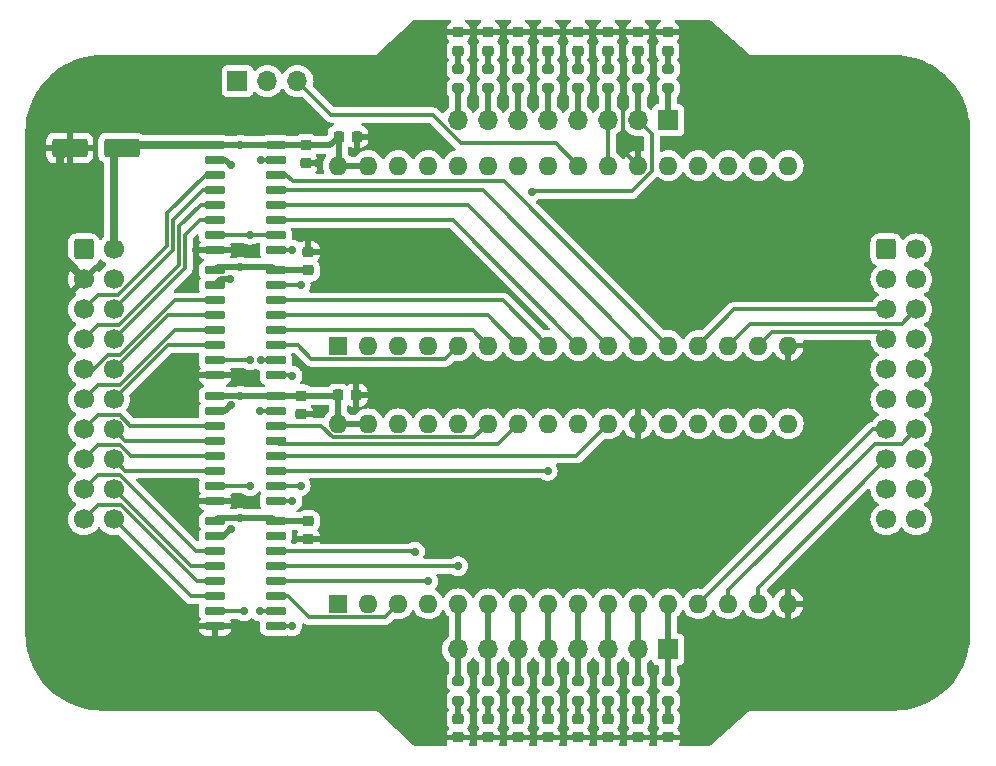
<source format=gtl>
%TF.GenerationSoftware,KiCad,Pcbnew,8.0.7*%
%TF.CreationDate,2025-02-11T17:28:11+05:30*%
%TF.ProjectId,Program Counter,50726f67-7261-46d2-9043-6f756e746572,rev?*%
%TF.SameCoordinates,Original*%
%TF.FileFunction,Copper,L1,Top*%
%TF.FilePolarity,Positive*%
%FSLAX46Y46*%
G04 Gerber Fmt 4.6, Leading zero omitted, Abs format (unit mm)*
G04 Created by KiCad (PCBNEW 8.0.7) date 2025-02-11 17:28:11*
%MOMM*%
%LPD*%
G01*
G04 APERTURE LIST*
G04 Aperture macros list*
%AMRoundRect*
0 Rectangle with rounded corners*
0 $1 Rounding radius*
0 $2 $3 $4 $5 $6 $7 $8 $9 X,Y pos of 4 corners*
0 Add a 4 corners polygon primitive as box body*
4,1,4,$2,$3,$4,$5,$6,$7,$8,$9,$2,$3,0*
0 Add four circle primitives for the rounded corners*
1,1,$1+$1,$2,$3*
1,1,$1+$1,$4,$5*
1,1,$1+$1,$6,$7*
1,1,$1+$1,$8,$9*
0 Add four rect primitives between the rounded corners*
20,1,$1+$1,$2,$3,$4,$5,0*
20,1,$1+$1,$4,$5,$6,$7,0*
20,1,$1+$1,$6,$7,$8,$9,0*
20,1,$1+$1,$8,$9,$2,$3,0*%
G04 Aperture macros list end*
%TA.AperFunction,SMDPad,CuDef*%
%ADD10RoundRect,0.250000X-1.250000X-0.550000X1.250000X-0.550000X1.250000X0.550000X-1.250000X0.550000X0*%
%TD*%
%TA.AperFunction,SMDPad,CuDef*%
%ADD11RoundRect,0.218750X0.256250X-0.218750X0.256250X0.218750X-0.256250X0.218750X-0.256250X-0.218750X0*%
%TD*%
%TA.AperFunction,SMDPad,CuDef*%
%ADD12RoundRect,0.218750X-0.256250X0.218750X-0.256250X-0.218750X0.256250X-0.218750X0.256250X0.218750X0*%
%TD*%
%TA.AperFunction,SMDPad,CuDef*%
%ADD13RoundRect,0.200000X-0.275000X0.200000X-0.275000X-0.200000X0.275000X-0.200000X0.275000X0.200000X0*%
%TD*%
%TA.AperFunction,SMDPad,CuDef*%
%ADD14RoundRect,0.200000X0.275000X-0.200000X0.275000X0.200000X-0.275000X0.200000X-0.275000X-0.200000X0*%
%TD*%
%TA.AperFunction,SMDPad,CuDef*%
%ADD15RoundRect,0.225000X-0.225000X-0.250000X0.225000X-0.250000X0.225000X0.250000X-0.225000X0.250000X0*%
%TD*%
%TA.AperFunction,SMDPad,CuDef*%
%ADD16RoundRect,0.225000X-0.250000X0.225000X-0.250000X-0.225000X0.250000X-0.225000X0.250000X0.225000X0*%
%TD*%
%TA.AperFunction,SMDPad,CuDef*%
%ADD17RoundRect,0.150000X-0.725000X-0.150000X0.725000X-0.150000X0.725000X0.150000X-0.725000X0.150000X0*%
%TD*%
%TA.AperFunction,ComponentPad*%
%ADD18R,1.600000X1.600000*%
%TD*%
%TA.AperFunction,ComponentPad*%
%ADD19O,1.600000X1.600000*%
%TD*%
%TA.AperFunction,ComponentPad*%
%ADD20R,1.700000X1.700000*%
%TD*%
%TA.AperFunction,ComponentPad*%
%ADD21O,1.700000X1.700000*%
%TD*%
%TA.AperFunction,SMDPad,CuDef*%
%ADD22RoundRect,0.225000X0.250000X-0.225000X0.250000X0.225000X-0.250000X0.225000X-0.250000X-0.225000X0*%
%TD*%
%TA.AperFunction,ComponentPad*%
%ADD23RoundRect,0.250000X-0.600000X-0.600000X0.600000X-0.600000X0.600000X0.600000X-0.600000X0.600000X0*%
%TD*%
%TA.AperFunction,ComponentPad*%
%ADD24C,1.700000*%
%TD*%
%TA.AperFunction,ViaPad*%
%ADD25C,0.700000*%
%TD*%
%TA.AperFunction,Conductor*%
%ADD26C,0.700000*%
%TD*%
%TA.AperFunction,Conductor*%
%ADD27C,0.500000*%
%TD*%
%TA.AperFunction,Conductor*%
%ADD28C,0.300000*%
%TD*%
G04 APERTURE END LIST*
D10*
%TO.P,C5,1*%
%TO.N,GND*%
X98250000Y-57870000D03*
%TO.P,C5,2*%
%TO.N,VCC*%
X102650000Y-57870000D03*
%TD*%
D11*
%TO.P,D9,1,K*%
%TO.N,Net-(D9-K)*%
X148880000Y-49630000D03*
%TO.P,D9,2,A*%
%TO.N,GND*%
X148880000Y-48055000D03*
%TD*%
D12*
%TO.P,D5,1,K*%
%TO.N,Net-(D5-K)*%
X138755000Y-106205000D03*
%TO.P,D5,2,A*%
%TO.N,GND*%
X138755000Y-107780000D03*
%TD*%
D13*
%TO.P,R2,1*%
%TO.N,/ROM/ADDR1*%
X146380000Y-103030000D03*
%TO.P,R2,2*%
%TO.N,Net-(D2-K)*%
X146380000Y-104680000D03*
%TD*%
D14*
%TO.P,R12,1*%
%TO.N,/ROM/ADDR11*%
X141300000Y-52820000D03*
%TO.P,R12,2*%
%TO.N,Net-(D12-K)*%
X141300000Y-51170000D03*
%TD*%
D13*
%TO.P,R6,1*%
%TO.N,/ROM/ADDR5*%
X136220000Y-103030000D03*
%TO.P,R6,2*%
%TO.N,Net-(D6-K)*%
X136220000Y-104680000D03*
%TD*%
D15*
%TO.P,C7,1*%
%TO.N,VCC*%
X121025000Y-56900000D03*
%TO.P,C7,2*%
%TO.N,GND*%
X122575000Y-56900000D03*
%TD*%
D11*
%TO.P,D16,1,K*%
%TO.N,Net-(D16-K)*%
X131140000Y-49630000D03*
%TO.P,D16,2,A*%
%TO.N,GND*%
X131140000Y-48055000D03*
%TD*%
D14*
%TO.P,R10,1*%
%TO.N,/ROM/ADDR9*%
X146380000Y-52820000D03*
%TO.P,R10,2*%
%TO.N,Net-(D10-K)*%
X146380000Y-51170000D03*
%TD*%
D16*
%TO.P,C11,1*%
%TO.N,VCC*%
X118240000Y-57610000D03*
%TO.P,C11,2*%
%TO.N,GND*%
X118240000Y-59160000D03*
%TD*%
D12*
%TO.P,D3,1,K*%
%TO.N,Net-(D3-K)*%
X143835000Y-106205000D03*
%TO.P,D3,2,A*%
%TO.N,GND*%
X143835000Y-107780000D03*
%TD*%
D11*
%TO.P,D11,1,K*%
%TO.N,Net-(D11-K)*%
X143800000Y-49630000D03*
%TO.P,D11,2,A*%
%TO.N,GND*%
X143800000Y-48055000D03*
%TD*%
D17*
%TO.P,U3,1,~{MR}*%
%TO.N,VCC*%
X110540000Y-78851700D03*
%TO.P,U3,2,CP*%
%TO.N,/CLK*%
X110540000Y-80121700D03*
%TO.P,U3,3,D0*%
%TO.N,/bus connector/IO8*%
X110540000Y-81391700D03*
%TO.P,U3,4,D1*%
%TO.N,/bus connector/IO9*%
X110540000Y-82661700D03*
%TO.P,U3,5,D2*%
%TO.N,/bus connector/IO10*%
X110540000Y-83931700D03*
%TO.P,U3,6,D3*%
%TO.N,/bus connector/IO11*%
X110540000Y-85201700D03*
%TO.P,U3,7,CEP*%
%TO.N,/PCE*%
X110540000Y-86471700D03*
%TO.P,U3,8,GND*%
%TO.N,GND*%
X110540000Y-87741700D03*
%TO.P,U3,9,~{PE}*%
%TO.N,/PCL*%
X115690000Y-87741700D03*
%TO.P,U3,10,CET*%
%TO.N,Net-(U2-TC)*%
X115690000Y-86471700D03*
%TO.P,U3,11,Q3*%
%TO.N,/ROM/ADDR11*%
X115690000Y-85201700D03*
%TO.P,U3,12,Q2*%
%TO.N,/ROM/ADDR10*%
X115690000Y-83931700D03*
%TO.P,U3,13,Q1*%
%TO.N,/ROM/ADDR9*%
X115690000Y-82661700D03*
%TO.P,U3,14,Q0*%
%TO.N,/ROM/ADDR8*%
X115690000Y-81391700D03*
%TO.P,U3,15,TC*%
%TO.N,Net-(U3-TC)*%
X115690000Y-80121700D03*
%TO.P,U3,16,VCC*%
%TO.N,VCC*%
X115690000Y-78851700D03*
%TD*%
D14*
%TO.P,R15,1*%
%TO.N,/ROM/ADDR14*%
X133680000Y-52820000D03*
%TO.P,R15,2*%
%TO.N,Net-(D15-K)*%
X133680000Y-51170000D03*
%TD*%
D15*
%TO.P,C6,1*%
%TO.N,VCC*%
X120960000Y-78800000D03*
%TO.P,C6,2*%
%TO.N,GND*%
X122510000Y-78800000D03*
%TD*%
D12*
%TO.P,D1,1,K*%
%TO.N,Net-(D1-K)*%
X148915000Y-106205000D03*
%TO.P,D1,2,A*%
%TO.N,GND*%
X148915000Y-107780000D03*
%TD*%
D17*
%TO.P,U1,1,~{MR}*%
%TO.N,VCC*%
X110540000Y-57605000D03*
%TO.P,U1,2,CP*%
%TO.N,/CLK*%
X110540000Y-58875000D03*
%TO.P,U1,3,D0*%
%TO.N,/bus connector/IO0*%
X110540000Y-60145000D03*
%TO.P,U1,4,D1*%
%TO.N,/bus connector/IO1*%
X110540000Y-61415000D03*
%TO.P,U1,5,D2*%
%TO.N,/bus connector/IO2*%
X110540000Y-62685000D03*
%TO.P,U1,6,D3*%
%TO.N,/bus connector/IO3*%
X110540000Y-63955000D03*
%TO.P,U1,7,CEP*%
%TO.N,/PCE*%
X110540000Y-65225000D03*
%TO.P,U1,8,GND*%
%TO.N,GND*%
X110540000Y-66495000D03*
%TO.P,U1,9,~{PE}*%
%TO.N,/PCL*%
X115690000Y-66495000D03*
%TO.P,U1,10,CET*%
%TO.N,/PCE*%
X115690000Y-65225000D03*
%TO.P,U1,11,Q3*%
%TO.N,/ROM/ADDR3*%
X115690000Y-63955000D03*
%TO.P,U1,12,Q2*%
%TO.N,/ROM/ADDR2*%
X115690000Y-62685000D03*
%TO.P,U1,13,Q1*%
%TO.N,/ROM/ADDR1*%
X115690000Y-61415000D03*
%TO.P,U1,14,Q0*%
%TO.N,/ROM/ADDR0*%
X115690000Y-60145000D03*
%TO.P,U1,15,TC*%
%TO.N,Net-(U1-TC)*%
X115690000Y-58875000D03*
%TO.P,U1,16,VCC*%
%TO.N,VCC*%
X115690000Y-57605000D03*
%TD*%
D11*
%TO.P,D15,1,K*%
%TO.N,Net-(D15-K)*%
X133680000Y-49630000D03*
%TO.P,D15,2,A*%
%TO.N,GND*%
X133680000Y-48055000D03*
%TD*%
D13*
%TO.P,R1,1*%
%TO.N,/ROM/ADDR0*%
X148920000Y-103030000D03*
%TO.P,R1,2*%
%TO.N,Net-(D1-K)*%
X148920000Y-104680000D03*
%TD*%
D18*
%TO.P,U5,1,NC*%
%TO.N,unconnected-(U5-NC-Pad1)*%
X120980000Y-74595000D03*
D19*
%TO.P,U5,2,A16*%
%TO.N,GND*%
X123520000Y-74595000D03*
%TO.P,U5,3,A15*%
%TO.N,/ROM/ADDR15*%
X126060000Y-74595000D03*
%TO.P,U5,4,A12*%
%TO.N,/ROM/ADDR12*%
X128600000Y-74595000D03*
%TO.P,U5,5,A7*%
%TO.N,/ROM/ADDR7*%
X131140000Y-74595000D03*
%TO.P,U5,6,A6*%
%TO.N,/ROM/ADDR6*%
X133680000Y-74595000D03*
%TO.P,U5,7,A5*%
%TO.N,/ROM/ADDR5*%
X136220000Y-74595000D03*
%TO.P,U5,8,A4*%
%TO.N,/ROM/ADDR4*%
X138760000Y-74595000D03*
%TO.P,U5,9,A3*%
%TO.N,/ROM/ADDR3*%
X141300000Y-74595000D03*
%TO.P,U5,10,A2*%
%TO.N,/ROM/ADDR2*%
X143840000Y-74595000D03*
%TO.P,U5,11,A1*%
%TO.N,/ROM/ADDR1*%
X146380000Y-74595000D03*
%TO.P,U5,12,A0*%
%TO.N,/ROM/ADDR0*%
X148920000Y-74595000D03*
%TO.P,U5,13,D0*%
%TO.N,/RD0*%
X151460000Y-74595000D03*
%TO.P,U5,14,D1*%
%TO.N,/RD1*%
X154000000Y-74595000D03*
%TO.P,U5,15,D2*%
%TO.N,/RD2*%
X156540000Y-74595000D03*
%TO.P,U5,16,GND*%
%TO.N,GND*%
X159080000Y-74595000D03*
%TO.P,U5,17,D3*%
%TO.N,/RD3*%
X159080000Y-59355000D03*
%TO.P,U5,18,D4*%
%TO.N,/RD4*%
X156540000Y-59355000D03*
%TO.P,U5,19,D5*%
%TO.N,/RD5*%
X154000000Y-59355000D03*
%TO.P,U5,20,D6*%
%TO.N,/RD6*%
X151460000Y-59355000D03*
%TO.P,U5,21,D7*%
%TO.N,/RD7*%
X148920000Y-59355000D03*
%TO.P,U5,22,CE*%
%TO.N,GND*%
X146380000Y-59355000D03*
%TO.P,U5,23,A10*%
%TO.N,/ROM/ADDR10*%
X143840000Y-59355000D03*
%TO.P,U5,24,OE*%
%TO.N,/ROM/~{O}*%
X141300000Y-59355000D03*
%TO.P,U5,25,A11*%
%TO.N,/ROM/ADDR11*%
X138760000Y-59355000D03*
%TO.P,U5,26,A9*%
%TO.N,/ROM/ADDR9*%
X136220000Y-59355000D03*
%TO.P,U5,27,A8*%
%TO.N,/ROM/ADDR8*%
X133680000Y-59355000D03*
%TO.P,U5,28,A13*%
%TO.N,/ROM/ADDR13*%
X131140000Y-59355000D03*
%TO.P,U5,29,A14*%
%TO.N,/ROM/ADDR14*%
X128600000Y-59355000D03*
%TO.P,U5,30,NC*%
%TO.N,unconnected-(U5-NC-Pad30)*%
X126060000Y-59355000D03*
%TO.P,U5,31,PGM*%
%TO.N,VCC*%
X123520000Y-59355000D03*
%TO.P,U5,32,VCC*%
X120980000Y-59355000D03*
%TD*%
D18*
%TO.P,U6,1,NC*%
%TO.N,unconnected-(U6-NC-Pad1)*%
X120980000Y-96455000D03*
D19*
%TO.P,U6,2,A16*%
%TO.N,GND*%
X123520000Y-96455000D03*
%TO.P,U6,3,A15*%
%TO.N,/ROM/ADDR15*%
X126060000Y-96455000D03*
%TO.P,U6,4,A12*%
%TO.N,/ROM/ADDR12*%
X128600000Y-96455000D03*
%TO.P,U6,5,A7*%
%TO.N,/ROM/ADDR7*%
X131140000Y-96455000D03*
%TO.P,U6,6,A6*%
%TO.N,/ROM/ADDR6*%
X133680000Y-96455000D03*
%TO.P,U6,7,A5*%
%TO.N,/ROM/ADDR5*%
X136220000Y-96455000D03*
%TO.P,U6,8,A4*%
%TO.N,/ROM/ADDR4*%
X138760000Y-96455000D03*
%TO.P,U6,9,A3*%
%TO.N,/ROM/ADDR3*%
X141300000Y-96455000D03*
%TO.P,U6,10,A2*%
%TO.N,/ROM/ADDR2*%
X143840000Y-96455000D03*
%TO.P,U6,11,A1*%
%TO.N,/ROM/ADDR1*%
X146380000Y-96455000D03*
%TO.P,U6,12,A0*%
%TO.N,/ROM/ADDR0*%
X148920000Y-96455000D03*
%TO.P,U6,13,D0*%
%TO.N,/RD8*%
X151460000Y-96455000D03*
%TO.P,U6,14,D1*%
%TO.N,/RD9*%
X154000000Y-96455000D03*
%TO.P,U6,15,D2*%
%TO.N,/RD10*%
X156540000Y-96455000D03*
%TO.P,U6,16,GND*%
%TO.N,GND*%
X159080000Y-96455000D03*
%TO.P,U6,17,D3*%
%TO.N,/RD11*%
X159080000Y-81215000D03*
%TO.P,U6,18,D4*%
%TO.N,/RD12*%
X156540000Y-81215000D03*
%TO.P,U6,19,D5*%
%TO.N,/RD13*%
X154000000Y-81215000D03*
%TO.P,U6,20,D6*%
%TO.N,/RD14*%
X151460000Y-81215000D03*
%TO.P,U6,21,D7*%
%TO.N,/RD15*%
X148920000Y-81215000D03*
%TO.P,U6,22,CE*%
%TO.N,GND*%
X146380000Y-81215000D03*
%TO.P,U6,23,A10*%
%TO.N,/ROM/ADDR10*%
X143840000Y-81215000D03*
%TO.P,U6,24,OE*%
%TO.N,/ROM/~{O}*%
X141300000Y-81215000D03*
%TO.P,U6,25,A11*%
%TO.N,/ROM/ADDR11*%
X138760000Y-81215000D03*
%TO.P,U6,26,A9*%
%TO.N,/ROM/ADDR9*%
X136220000Y-81215000D03*
%TO.P,U6,27,A8*%
%TO.N,/ROM/ADDR8*%
X133680000Y-81215000D03*
%TO.P,U6,28,A13*%
%TO.N,/ROM/ADDR13*%
X131140000Y-81215000D03*
%TO.P,U6,29,A14*%
%TO.N,/ROM/ADDR14*%
X128600000Y-81215000D03*
%TO.P,U6,30,NC*%
%TO.N,unconnected-(U6-NC-Pad30)*%
X126060000Y-81215000D03*
%TO.P,U6,31,PGM*%
%TO.N,VCC*%
X123520000Y-81215000D03*
%TO.P,U6,32,VCC*%
X120980000Y-81215000D03*
%TD*%
D12*
%TO.P,D2,1,K*%
%TO.N,Net-(D2-K)*%
X146375000Y-106205000D03*
%TO.P,D2,2,A*%
%TO.N,GND*%
X146375000Y-107780000D03*
%TD*%
%TO.P,D6,1,K*%
%TO.N,Net-(D6-K)*%
X136215000Y-106205000D03*
%TO.P,D6,2,A*%
%TO.N,GND*%
X136215000Y-107780000D03*
%TD*%
D20*
%TO.P,J1,1,Pin_1*%
%TO.N,/PCE*%
X112450000Y-52200000D03*
D21*
%TO.P,J1,2,Pin_2*%
%TO.N,/PCL*%
X114990000Y-52200000D03*
%TO.P,J1,3,Pin_3*%
%TO.N,/ROM/~{O}*%
X117530000Y-52200000D03*
%TD*%
D17*
%TO.P,U2,1,~{MR}*%
%TO.N,VCC*%
X110540000Y-68228300D03*
%TO.P,U2,2,CP*%
%TO.N,/CLK*%
X110540000Y-69498300D03*
%TO.P,U2,3,D0*%
%TO.N,/bus connector/IO4*%
X110540000Y-70768300D03*
%TO.P,U2,4,D1*%
%TO.N,/bus connector/IO5*%
X110540000Y-72038300D03*
%TO.P,U2,5,D2*%
%TO.N,/bus connector/IO6*%
X110540000Y-73308300D03*
%TO.P,U2,6,D3*%
%TO.N,/bus connector/IO7*%
X110540000Y-74578300D03*
%TO.P,U2,7,CEP*%
%TO.N,/PCE*%
X110540000Y-75848300D03*
%TO.P,U2,8,GND*%
%TO.N,GND*%
X110540000Y-77118300D03*
%TO.P,U2,9,~{PE}*%
%TO.N,/PCL*%
X115690000Y-77118300D03*
%TO.P,U2,10,CET*%
%TO.N,Net-(U1-TC)*%
X115690000Y-75848300D03*
%TO.P,U2,11,Q3*%
%TO.N,/ROM/ADDR7*%
X115690000Y-74578300D03*
%TO.P,U2,12,Q2*%
%TO.N,/ROM/ADDR6*%
X115690000Y-73308300D03*
%TO.P,U2,13,Q1*%
%TO.N,/ROM/ADDR5*%
X115690000Y-72038300D03*
%TO.P,U2,14,Q0*%
%TO.N,/ROM/ADDR4*%
X115690000Y-70768300D03*
%TO.P,U2,15,TC*%
%TO.N,Net-(U2-TC)*%
X115690000Y-69498300D03*
%TO.P,U2,16,VCC*%
%TO.N,VCC*%
X115690000Y-68228300D03*
%TD*%
D11*
%TO.P,D12,1,K*%
%TO.N,Net-(D12-K)*%
X141260000Y-49630000D03*
%TO.P,D12,2,A*%
%TO.N,GND*%
X141260000Y-48055000D03*
%TD*%
D20*
%TO.P,J5,1,Pin_1*%
%TO.N,/ROM/ADDR8*%
X148920000Y-55520000D03*
D21*
%TO.P,J5,2,Pin_2*%
%TO.N,/ROM/ADDR9*%
X146380000Y-55520000D03*
%TO.P,J5,3,Pin_3*%
%TO.N,/ROM/ADDR10*%
X143840000Y-55520000D03*
%TO.P,J5,4,Pin_4*%
%TO.N,/ROM/ADDR11*%
X141300000Y-55520000D03*
%TO.P,J5,5,Pin_5*%
%TO.N,/ROM/ADDR12*%
X138760000Y-55520000D03*
%TO.P,J5,6,Pin_6*%
%TO.N,/ROM/ADDR13*%
X136220000Y-55520000D03*
%TO.P,J5,7,Pin_7*%
%TO.N,/ROM/ADDR14*%
X133680000Y-55520000D03*
%TO.P,J5,8,Pin_8*%
%TO.N,/ROM/ADDR15*%
X131140000Y-55520000D03*
%TD*%
D22*
%TO.P,C10,1*%
%TO.N,VCC*%
X118430000Y-68225000D03*
%TO.P,C10,2*%
%TO.N,GND*%
X118430000Y-66675000D03*
%TD*%
D14*
%TO.P,R13,1*%
%TO.N,/ROM/ADDR12*%
X138760000Y-52820000D03*
%TO.P,R13,2*%
%TO.N,Net-(D13-K)*%
X138760000Y-51170000D03*
%TD*%
D23*
%TO.P,J2,1,Pin_1*%
%TO.N,/bus connector/3v3*%
X99440000Y-66460000D03*
D24*
%TO.P,J2,2,Pin_2*%
%TO.N,VCC*%
X101980000Y-66460000D03*
%TO.P,J2,3,Pin_3*%
%TO.N,GND*%
X99440000Y-69000000D03*
%TO.P,J2,4,Pin_4*%
%TO.N,/CLK*%
X101980000Y-69000000D03*
%TO.P,J2,5,Pin_5*%
%TO.N,/bus connector/IO0*%
X99440000Y-71540000D03*
%TO.P,J2,6,Pin_6*%
%TO.N,/bus connector/IO1*%
X101980000Y-71540000D03*
%TO.P,J2,7,Pin_7*%
%TO.N,/bus connector/IO2*%
X99440000Y-74080000D03*
%TO.P,J2,8,Pin_8*%
%TO.N,/bus connector/IO3*%
X101980000Y-74080000D03*
%TO.P,J2,9,Pin_9*%
%TO.N,/bus connector/IO4*%
X99440000Y-76620000D03*
%TO.P,J2,10,Pin_10*%
%TO.N,/bus connector/IO5*%
X101980000Y-76620000D03*
%TO.P,J2,11,Pin_11*%
%TO.N,/bus connector/IO6*%
X99440000Y-79160000D03*
%TO.P,J2,12,Pin_12*%
%TO.N,/bus connector/IO7*%
X101980000Y-79160000D03*
%TO.P,J2,13,Pin_13*%
%TO.N,/bus connector/IO8*%
X99440000Y-81700000D03*
%TO.P,J2,14,Pin_14*%
%TO.N,/bus connector/IO9*%
X101980000Y-81700000D03*
%TO.P,J2,15,Pin_15*%
%TO.N,/bus connector/IO10*%
X99440000Y-84240000D03*
%TO.P,J2,16,Pin_16*%
%TO.N,/bus connector/IO11*%
X101980000Y-84240000D03*
%TO.P,J2,17,Pin_17*%
%TO.N,/bus connector/IO12*%
X99440000Y-86780000D03*
%TO.P,J2,18,Pin_18*%
%TO.N,/bus connector/IO13*%
X101980000Y-86780000D03*
%TO.P,J2,19,Pin_19*%
%TO.N,/bus connector/IO14*%
X99440000Y-89320000D03*
%TO.P,J2,20,Pin_20*%
%TO.N,/bus connector/IO15*%
X101980000Y-89320000D03*
%TD*%
D14*
%TO.P,R9,1*%
%TO.N,/ROM/ADDR8*%
X148920000Y-52820000D03*
%TO.P,R9,2*%
%TO.N,Net-(D9-K)*%
X148920000Y-51170000D03*
%TD*%
D12*
%TO.P,D8,1,K*%
%TO.N,Net-(D8-K)*%
X131135000Y-106205000D03*
%TO.P,D8,2,A*%
%TO.N,GND*%
X131135000Y-107780000D03*
%TD*%
D13*
%TO.P,R3,1*%
%TO.N,/ROM/ADDR2*%
X143840000Y-103030000D03*
%TO.P,R3,2*%
%TO.N,Net-(D3-K)*%
X143840000Y-104680000D03*
%TD*%
D17*
%TO.P,U4,1,~{MR}*%
%TO.N,VCC*%
X110540000Y-89475000D03*
%TO.P,U4,2,CP*%
%TO.N,/CLK*%
X110540000Y-90745000D03*
%TO.P,U4,3,D0*%
%TO.N,/bus connector/IO12*%
X110540000Y-92015000D03*
%TO.P,U4,4,D1*%
%TO.N,/bus connector/IO13*%
X110540000Y-93285000D03*
%TO.P,U4,5,D2*%
%TO.N,/bus connector/IO14*%
X110540000Y-94555000D03*
%TO.P,U4,6,D3*%
%TO.N,/bus connector/IO15*%
X110540000Y-95825000D03*
%TO.P,U4,7,CEP*%
%TO.N,/PCE*%
X110540000Y-97095000D03*
%TO.P,U4,8,GND*%
%TO.N,GND*%
X110540000Y-98365000D03*
%TO.P,U4,9,~{PE}*%
%TO.N,/PCL*%
X115690000Y-98365000D03*
%TO.P,U4,10,CET*%
%TO.N,Net-(U3-TC)*%
X115690000Y-97095000D03*
%TO.P,U4,11,Q3*%
%TO.N,/ROM/ADDR15*%
X115690000Y-95825000D03*
%TO.P,U4,12,Q2*%
%TO.N,/ROM/ADDR14*%
X115690000Y-94555000D03*
%TO.P,U4,13,Q1*%
%TO.N,/ROM/ADDR13*%
X115690000Y-93285000D03*
%TO.P,U4,14,Q0*%
%TO.N,/ROM/ADDR12*%
X115690000Y-92015000D03*
%TO.P,U4,15,TC*%
%TO.N,unconnected-(U4-TC-Pad15)*%
X115690000Y-90745000D03*
%TO.P,U4,16,VCC*%
%TO.N,VCC*%
X115690000Y-89475000D03*
%TD*%
D14*
%TO.P,R14,1*%
%TO.N,/ROM/ADDR13*%
X136220000Y-52820000D03*
%TO.P,R14,2*%
%TO.N,Net-(D14-K)*%
X136220000Y-51170000D03*
%TD*%
D12*
%TO.P,D7,1,K*%
%TO.N,Net-(D7-K)*%
X133675000Y-106205000D03*
%TO.P,D7,2,A*%
%TO.N,GND*%
X133675000Y-107780000D03*
%TD*%
D13*
%TO.P,R8,1*%
%TO.N,/ROM/ADDR7*%
X131140000Y-103030000D03*
%TO.P,R8,2*%
%TO.N,Net-(D8-K)*%
X131140000Y-104680000D03*
%TD*%
D16*
%TO.P,C9,1*%
%TO.N,VCC*%
X117840000Y-78845000D03*
%TO.P,C9,2*%
%TO.N,GND*%
X117840000Y-80395000D03*
%TD*%
D14*
%TO.P,R11,1*%
%TO.N,/ROM/ADDR10*%
X143840000Y-52820000D03*
%TO.P,R11,2*%
%TO.N,Net-(D11-K)*%
X143840000Y-51170000D03*
%TD*%
D11*
%TO.P,D14,1,K*%
%TO.N,Net-(D14-K)*%
X136220000Y-49630000D03*
%TO.P,D14,2,A*%
%TO.N,GND*%
X136220000Y-48055000D03*
%TD*%
D13*
%TO.P,R7,1*%
%TO.N,/ROM/ADDR6*%
X133680000Y-103030000D03*
%TO.P,R7,2*%
%TO.N,Net-(D7-K)*%
X133680000Y-104680000D03*
%TD*%
%TO.P,R5,1*%
%TO.N,/ROM/ADDR4*%
X138760000Y-103030000D03*
%TO.P,R5,2*%
%TO.N,Net-(D5-K)*%
X138760000Y-104680000D03*
%TD*%
%TO.P,R4,1*%
%TO.N,/ROM/ADDR3*%
X141300000Y-103030000D03*
%TO.P,R4,2*%
%TO.N,Net-(D4-K)*%
X141300000Y-104680000D03*
%TD*%
D11*
%TO.P,D13,1,K*%
%TO.N,Net-(D13-K)*%
X138760000Y-49630000D03*
%TO.P,D13,2,A*%
%TO.N,GND*%
X138760000Y-48055000D03*
%TD*%
D16*
%TO.P,C8,1*%
%TO.N,VCC*%
X118430000Y-89460000D03*
%TO.P,C8,2*%
%TO.N,GND*%
X118430000Y-91010000D03*
%TD*%
D23*
%TO.P,J3,1,Pin_1*%
%TO.N,/bus connector1/3v3*%
X167390000Y-66460000D03*
D24*
%TO.P,J3,2,Pin_2*%
%TO.N,/bus connector1/5v*%
X169930000Y-66460000D03*
%TO.P,J3,3,Pin_3*%
%TO.N,/bus connector1/GND*%
X167390000Y-69000000D03*
%TO.P,J3,4,Pin_4*%
%TO.N,/bus connector1/CLK*%
X169930000Y-69000000D03*
%TO.P,J3,5,Pin_5*%
%TO.N,/RD0*%
X167390000Y-71540000D03*
%TO.P,J3,6,Pin_6*%
%TO.N,/RD1*%
X169930000Y-71540000D03*
%TO.P,J3,7,Pin_7*%
%TO.N,/RD2*%
X167390000Y-74080000D03*
%TO.P,J3,8,Pin_8*%
%TO.N,/RD3*%
X169930000Y-74080000D03*
%TO.P,J3,9,Pin_9*%
%TO.N,/RD4*%
X167390000Y-76620000D03*
%TO.P,J3,10,Pin_10*%
%TO.N,/RD5*%
X169930000Y-76620000D03*
%TO.P,J3,11,Pin_11*%
%TO.N,/RD6*%
X167390000Y-79160000D03*
%TO.P,J3,12,Pin_12*%
%TO.N,/RD7*%
X169930000Y-79160000D03*
%TO.P,J3,13,Pin_13*%
%TO.N,/RD8*%
X167390000Y-81700000D03*
%TO.P,J3,14,Pin_14*%
%TO.N,/RD9*%
X169930000Y-81700000D03*
%TO.P,J3,15,Pin_15*%
%TO.N,/RD10*%
X167390000Y-84240000D03*
%TO.P,J3,16,Pin_16*%
%TO.N,/RD11*%
X169930000Y-84240000D03*
%TO.P,J3,17,Pin_17*%
%TO.N,/RD12*%
X167390000Y-86780000D03*
%TO.P,J3,18,Pin_18*%
%TO.N,/RD13*%
X169930000Y-86780000D03*
%TO.P,J3,19,Pin_19*%
%TO.N,/RD14*%
X167390000Y-89320000D03*
%TO.P,J3,20,Pin_20*%
%TO.N,/RD15*%
X169930000Y-89320000D03*
%TD*%
D14*
%TO.P,R16,1*%
%TO.N,/ROM/ADDR15*%
X131140000Y-52820000D03*
%TO.P,R16,2*%
%TO.N,Net-(D16-K)*%
X131140000Y-51170000D03*
%TD*%
D20*
%TO.P,J4,1,Pin_1*%
%TO.N,/ROM/ADDR0*%
X148920000Y-100330000D03*
D21*
%TO.P,J4,2,Pin_2*%
%TO.N,/ROM/ADDR1*%
X146380000Y-100330000D03*
%TO.P,J4,3,Pin_3*%
%TO.N,/ROM/ADDR2*%
X143840000Y-100330000D03*
%TO.P,J4,4,Pin_4*%
%TO.N,/ROM/ADDR3*%
X141300000Y-100330000D03*
%TO.P,J4,5,Pin_5*%
%TO.N,/ROM/ADDR4*%
X138760000Y-100330000D03*
%TO.P,J4,6,Pin_6*%
%TO.N,/ROM/ADDR5*%
X136220000Y-100330000D03*
%TO.P,J4,7,Pin_7*%
%TO.N,/ROM/ADDR6*%
X133680000Y-100330000D03*
%TO.P,J4,8,Pin_8*%
%TO.N,/ROM/ADDR7*%
X131140000Y-100330000D03*
%TD*%
D11*
%TO.P,D10,1,K*%
%TO.N,Net-(D10-K)*%
X146340000Y-49630000D03*
%TO.P,D10,2,A*%
%TO.N,GND*%
X146340000Y-48055000D03*
%TD*%
D12*
%TO.P,D4,1,K*%
%TO.N,Net-(D4-K)*%
X141295000Y-106205000D03*
%TO.P,D4,2,A*%
%TO.N,GND*%
X141295000Y-107780000D03*
%TD*%
D25*
%TO.N,VCC*%
X112680000Y-78851700D03*
X112665000Y-89175000D03*
X112690000Y-67928300D03*
X112690000Y-57600000D03*
%TO.N,Net-(U1-TC)*%
X114480000Y-58875000D03*
X114480000Y-75850000D03*
%TO.N,GND*%
X124100000Y-56900000D03*
X119160000Y-59160000D03*
X108905000Y-66495000D03*
X119970000Y-66680000D03*
X109000000Y-87741700D03*
X108918300Y-77118300D03*
X119200000Y-80400000D03*
%TO.N,/PCE*%
X113490000Y-75840000D03*
X113000000Y-97095000D03*
X113480000Y-86500000D03*
X113490000Y-65225000D03*
%TO.N,/PCL*%
X117090000Y-77140000D03*
X117090000Y-66490000D03*
X117090000Y-87741700D03*
X117075000Y-98365000D03*
%TO.N,/CLK*%
X111840000Y-69000000D03*
X111865000Y-79671699D03*
X111870000Y-90090000D03*
X111865000Y-59325001D03*
%TO.N,Net-(U2-TC)*%
X117790000Y-69500000D03*
X117790000Y-86471700D03*
%TO.N,/ROM/ADDR11*%
X138701700Y-85201700D03*
%TO.N,Net-(U3-TC)*%
X114321700Y-80121700D03*
X114321700Y-97081700D03*
%TO.N,/ROM/ADDR9*%
X137370000Y-61560000D03*
%TO.N,/ROM/ADDR14*%
X128580000Y-94570000D03*
%TO.N,/ROM/ADDR12*%
X127450000Y-92040000D03*
%TO.N,/ROM/ADDR13*%
X131120000Y-93290000D03*
%TD*%
D26*
%TO.N,VCC*%
X102915000Y-57605000D02*
X110540000Y-57605000D01*
D27*
X120915000Y-78845000D02*
X120960000Y-78800000D01*
D26*
X101980000Y-58540000D02*
X102650000Y-57870000D01*
D27*
X110540000Y-57605000D02*
X115690000Y-57605000D01*
X115390000Y-67928300D02*
X115690000Y-68228300D01*
X120315000Y-57610000D02*
X121025000Y-56900000D01*
X112665000Y-89175000D02*
X115390000Y-89175000D01*
X118415000Y-89475000D02*
X118430000Y-89460000D01*
X110840000Y-67928300D02*
X112690000Y-67928300D01*
X120980000Y-78820000D02*
X120960000Y-78800000D01*
X115690000Y-57605000D02*
X118235000Y-57605000D01*
X117833300Y-78851700D02*
X117840000Y-78845000D01*
D26*
X101980000Y-66460000D02*
X101980000Y-58540000D01*
D27*
X120980000Y-81215000D02*
X120980000Y-78820000D01*
X112690000Y-67928300D02*
X115390000Y-67928300D01*
X110540000Y-78851700D02*
X112680000Y-78851700D01*
X115690000Y-89475000D02*
X118415000Y-89475000D01*
X118426700Y-68228300D02*
X118430000Y-68225000D01*
X112665000Y-89175000D02*
X110840000Y-89175000D01*
X110540000Y-68228300D02*
X110840000Y-67928300D01*
X115690000Y-68228300D02*
X118426700Y-68228300D01*
X115390000Y-89175000D02*
X115690000Y-89475000D01*
X112680000Y-78851700D02*
X115690000Y-78851700D01*
X120980000Y-59355000D02*
X123520000Y-59355000D01*
X118235000Y-57605000D02*
X118240000Y-57610000D01*
X121025000Y-56900000D02*
X121025000Y-59310000D01*
X120980000Y-81215000D02*
X123520000Y-81215000D01*
X110840000Y-89175000D02*
X110540000Y-89475000D01*
D26*
X102650000Y-57870000D02*
X102915000Y-57605000D01*
D27*
X118240000Y-57610000D02*
X120315000Y-57610000D01*
X117840000Y-78845000D02*
X120915000Y-78845000D01*
X115690000Y-78851700D02*
X117833300Y-78851700D01*
X121025000Y-59310000D02*
X120980000Y-59355000D01*
D28*
%TO.N,Net-(U1-TC)*%
X115690000Y-58875000D02*
X114480000Y-58875000D01*
X115690000Y-75848300D02*
X114481700Y-75848300D01*
X114481700Y-75848300D02*
X114480000Y-75850000D01*
D27*
%TO.N,/ROM/ADDR3*%
X141300000Y-103030000D02*
X141300000Y-96455000D01*
D28*
X115690000Y-63955000D02*
X130660000Y-63955000D01*
X130660000Y-63955000D02*
X141300000Y-74595000D01*
%TO.N,/ROM/ADDR2*%
X115690000Y-62685000D02*
X131930000Y-62685000D01*
X131930000Y-62685000D02*
X143840000Y-74595000D01*
D27*
X143840000Y-103030000D02*
X143840000Y-96455000D01*
D28*
%TO.N,/ROM/ADDR1*%
X115690000Y-61415000D02*
X133200000Y-61415000D01*
D27*
X146380000Y-103030000D02*
X146380000Y-96455000D01*
D28*
X133200000Y-61415000D02*
X146380000Y-74595000D01*
D26*
%TO.N,GND*%
X98590000Y-68060000D02*
X97450000Y-66920000D01*
D27*
X110540000Y-77118300D02*
X108918300Y-77118300D01*
D28*
X145100000Y-58075000D02*
X145100000Y-54660000D01*
D27*
X110540000Y-87741700D02*
X109000000Y-87741700D01*
D26*
X98590000Y-68150000D02*
X98590000Y-68060000D01*
D27*
X122575000Y-56900000D02*
X124100000Y-56900000D01*
D28*
X119965000Y-66675000D02*
X119970000Y-66680000D01*
D26*
X97450000Y-66920000D02*
X97450000Y-58670000D01*
D28*
X118430000Y-66675000D02*
X119965000Y-66675000D01*
D27*
X118240000Y-59160000D02*
X119160000Y-59160000D01*
X117840000Y-80395000D02*
X119195000Y-80395000D01*
X108905000Y-66495000D02*
X108900000Y-66500000D01*
D28*
X146380000Y-59355000D02*
X145100000Y-58075000D01*
D27*
X110540000Y-66495000D02*
X108905000Y-66495000D01*
D26*
X99440000Y-69000000D02*
X98590000Y-68150000D01*
D27*
X119195000Y-80395000D02*
X119200000Y-80400000D01*
D26*
X97450000Y-58670000D02*
X98250000Y-57870000D01*
D28*
%TO.N,/PCE*%
X113481700Y-75848300D02*
X113490000Y-75840000D01*
X110540000Y-75848300D02*
X113481700Y-75848300D01*
X113000000Y-97095000D02*
X110540000Y-97095000D01*
X110540000Y-65225000D02*
X113490000Y-65225000D01*
X113451700Y-86471700D02*
X113480000Y-86500000D01*
X113490000Y-65225000D02*
X115690000Y-65225000D01*
X110540000Y-86471700D02*
X113451700Y-86471700D01*
%TO.N,/PCL*%
X117085000Y-66495000D02*
X117090000Y-66490000D01*
X117075000Y-98365000D02*
X117080000Y-98360000D01*
X115690000Y-66495000D02*
X117085000Y-66495000D01*
X115690000Y-98365000D02*
X117075000Y-98365000D01*
X117090000Y-87741700D02*
X115690000Y-87741700D01*
X117068300Y-77118300D02*
X117090000Y-77140000D01*
X115690000Y-77118300D02*
X117068300Y-77118300D01*
%TO.N,/ROM/ADDR0*%
X116564999Y-60145000D02*
X117119999Y-60700000D01*
X115690000Y-60145000D02*
X116564999Y-60145000D01*
X135025000Y-60700000D02*
X148920000Y-74595000D01*
X117119999Y-60700000D02*
X135025000Y-60700000D01*
D27*
X148920000Y-103030000D02*
X148920000Y-96455000D01*
%TO.N,/CLK*%
X111414999Y-80121700D02*
X110540000Y-80121700D01*
X110997684Y-90745000D02*
X110540000Y-90745000D01*
X111865000Y-79671699D02*
X111414999Y-80121700D01*
X110540000Y-90745000D02*
X111215000Y-90745000D01*
X111038300Y-69000000D02*
X110540000Y-69498300D01*
X111215000Y-90745000D02*
X111870000Y-90090000D01*
X111414999Y-58875000D02*
X111865000Y-59325001D01*
X110540000Y-58875000D02*
X111414999Y-58875000D01*
X111840000Y-69000000D02*
X111038300Y-69000000D01*
D28*
%TO.N,/ROM/ADDR7*%
X117546262Y-74578300D02*
X118712962Y-75745000D01*
X115690000Y-74578300D02*
X117546262Y-74578300D01*
X118712962Y-75745000D02*
X129990000Y-75745000D01*
D27*
X131140000Y-103030000D02*
X131140000Y-96455000D01*
D28*
X129990000Y-75745000D02*
X131140000Y-74595000D01*
D27*
%TO.N,/ROM/ADDR6*%
X133680000Y-103030000D02*
X133680000Y-96455000D01*
D28*
X132393300Y-73308300D02*
X133680000Y-74595000D01*
X115690000Y-73308300D02*
X132393300Y-73308300D01*
%TO.N,/ROM/ADDR5*%
X133663300Y-72038300D02*
X136220000Y-74595000D01*
X115690000Y-72038300D02*
X133663300Y-72038300D01*
D27*
X136220000Y-103030000D02*
X136220000Y-96455000D01*
D28*
%TO.N,/ROM/ADDR4*%
X134933300Y-70768300D02*
X138760000Y-74595000D01*
D27*
X138760000Y-103030000D02*
X138760000Y-96455000D01*
D28*
X115690000Y-70768300D02*
X134933300Y-70768300D01*
%TO.N,Net-(U2-TC)*%
X117788300Y-69498300D02*
X117790000Y-69500000D01*
X115690000Y-69498300D02*
X117788300Y-69498300D01*
X115690000Y-86471700D02*
X117790000Y-86471700D01*
D27*
%TO.N,/ROM/ADDR11*%
X141300000Y-52820000D02*
X141300000Y-55520000D01*
D28*
X115690000Y-85201700D02*
X138701700Y-85201700D01*
X138701700Y-85201700D02*
X138760000Y-85260000D01*
%TO.N,/ROM/ADDR10*%
X143840000Y-59355000D02*
X143840000Y-55520000D01*
X141123300Y-83931700D02*
X143840000Y-81215000D01*
X115690000Y-83931700D02*
X141123300Y-83931700D01*
D27*
X143840000Y-52820000D02*
X143840000Y-55520000D01*
D28*
%TO.N,/ROM/ADDR8*%
X119530354Y-81391700D02*
X120518654Y-82380000D01*
D27*
X148920000Y-52820000D02*
X148920000Y-55520000D01*
D28*
X115690000Y-81391700D02*
X119530354Y-81391700D01*
X132515000Y-82380000D02*
X133680000Y-81215000D01*
X120518654Y-82380000D02*
X132515000Y-82380000D01*
%TO.N,Net-(U3-TC)*%
X114335000Y-97095000D02*
X114321700Y-97081700D01*
X115690000Y-97095000D02*
X114335000Y-97095000D01*
X115690000Y-80121700D02*
X114321700Y-80121700D01*
X114321700Y-80121700D02*
X114320000Y-80120000D01*
%TO.N,/ROM/ADDR9*%
X146380000Y-55520000D02*
X147530000Y-56670000D01*
X145831346Y-61530000D02*
X137390000Y-61530000D01*
X147530000Y-56670000D02*
X147530000Y-59831346D01*
X115690000Y-82661700D02*
X115989999Y-82961699D01*
X115989999Y-82961699D02*
X134473301Y-82961699D01*
D27*
X146380000Y-52820000D02*
X146380000Y-55520000D01*
D28*
X134473301Y-82961699D02*
X136220000Y-81215000D01*
X147530000Y-59831346D02*
X145831346Y-61530000D01*
D27*
%TO.N,/ROM/ADDR14*%
X133680000Y-52820000D02*
X133680000Y-55520000D01*
D28*
X128565000Y-94555000D02*
X128580000Y-94570000D01*
X115690000Y-94555000D02*
X128565000Y-94555000D01*
%TO.N,/ROM/ADDR12*%
X127450000Y-92040000D02*
X127425000Y-92015000D01*
X127425000Y-92015000D02*
X115690000Y-92015000D01*
D27*
X138760000Y-52820000D02*
X138760000Y-55520000D01*
D28*
%TO.N,/ROM/ADDR15*%
X118510000Y-97605000D02*
X124910000Y-97605000D01*
X116730000Y-95825000D02*
X118510000Y-97605000D01*
D27*
X131140000Y-52820000D02*
X131140000Y-55520000D01*
D28*
X124910000Y-97605000D02*
X126060000Y-96455000D01*
X115690000Y-95825000D02*
X116730000Y-95825000D01*
%TO.N,/ROM/ADDR13*%
X115690000Y-93285000D02*
X131115000Y-93285000D01*
X131115000Y-93285000D02*
X131120000Y-93290000D01*
D27*
X136220000Y-52820000D02*
X136220000Y-55520000D01*
D28*
%TO.N,/ROM/~{O}*%
X117530000Y-52200000D02*
X120400000Y-55070000D01*
X128992943Y-55070000D02*
X131382943Y-57460000D01*
X120400000Y-55070000D02*
X128992943Y-55070000D01*
X131382943Y-57460000D02*
X139405000Y-57460000D01*
X139405000Y-57460000D02*
X141300000Y-59355000D01*
D27*
%TO.N,Net-(D1-K)*%
X148920000Y-104680000D02*
X148920000Y-106200000D01*
X148920000Y-106200000D02*
X148915000Y-106205000D01*
%TO.N,Net-(D2-K)*%
X146380000Y-104680000D02*
X146380000Y-106200000D01*
X146380000Y-106200000D02*
X146375000Y-106205000D01*
%TO.N,Net-(D3-K)*%
X143840000Y-106200000D02*
X143835000Y-106205000D01*
X143840000Y-104680000D02*
X143840000Y-106200000D01*
%TO.N,Net-(D4-K)*%
X141300000Y-106200000D02*
X141295000Y-106205000D01*
X141300000Y-104680000D02*
X141300000Y-106200000D01*
%TO.N,Net-(D5-K)*%
X138760000Y-106200000D02*
X138755000Y-106205000D01*
X138760000Y-104680000D02*
X138760000Y-106200000D01*
%TO.N,Net-(D6-K)*%
X136220000Y-104680000D02*
X136220000Y-106200000D01*
X136220000Y-106200000D02*
X136215000Y-106205000D01*
%TO.N,Net-(D7-K)*%
X133680000Y-106200000D02*
X133675000Y-106205000D01*
X133680000Y-104680000D02*
X133680000Y-106200000D01*
%TO.N,Net-(D8-K)*%
X131135000Y-104685000D02*
X131140000Y-104680000D01*
X131135000Y-106205000D02*
X131135000Y-104685000D01*
%TO.N,Net-(D9-K)*%
X148880000Y-49630000D02*
X148880000Y-51130000D01*
%TO.N,Net-(D10-K)*%
X146340000Y-49630000D02*
X146340000Y-51130000D01*
%TO.N,Net-(D11-K)*%
X143800000Y-49630000D02*
X143800000Y-51130000D01*
%TO.N,Net-(D12-K)*%
X141260000Y-49630000D02*
X141260000Y-51130000D01*
%TO.N,Net-(D13-K)*%
X138760000Y-49630000D02*
X138760000Y-51170000D01*
%TO.N,Net-(D14-K)*%
X136220000Y-49630000D02*
X136220000Y-51170000D01*
%TO.N,Net-(D15-K)*%
X133680000Y-49630000D02*
X133680000Y-51170000D01*
%TO.N,Net-(D16-K)*%
X131140000Y-49630000D02*
X131140000Y-51170000D01*
D28*
%TO.N,/RD9*%
X154000000Y-95323630D02*
X166423630Y-82900000D01*
X154000000Y-96455000D02*
X154000000Y-95323630D01*
X166423630Y-82900000D02*
X168730000Y-82900000D01*
X168730000Y-82900000D02*
X169930000Y-81700000D01*
%TO.N,/RD8*%
X166215000Y-81700000D02*
X167390000Y-81700000D01*
X151460000Y-96455000D02*
X166215000Y-81700000D01*
%TO.N,/RD0*%
X151460000Y-74595000D02*
X154515000Y-71540000D01*
X154515000Y-71540000D02*
X167390000Y-71540000D01*
%TO.N,/RD2*%
X166755000Y-73445000D02*
X167390000Y-74080000D01*
X156540000Y-74595000D02*
X157690000Y-73445000D01*
X157690000Y-73445000D02*
X166755000Y-73445000D01*
%TO.N,/RD1*%
X155855000Y-72740000D02*
X168730000Y-72740000D01*
X168730000Y-72740000D02*
X169930000Y-71540000D01*
X154000000Y-74595000D02*
X155855000Y-72740000D01*
%TO.N,/RD10*%
X156540000Y-96455000D02*
X156540000Y-95090000D01*
X156540000Y-95090000D02*
X167390000Y-84240000D01*
%TO.N,/bus connector/IO11*%
X101980000Y-84240000D02*
X102941700Y-85201700D01*
X102941700Y-85201700D02*
X110540000Y-85201700D01*
%TO.N,/bus connector/IO5*%
X106560000Y-72040000D02*
X106860000Y-72040000D01*
X101980000Y-76620000D02*
X106560000Y-72040000D01*
X106861700Y-72038300D02*
X110540000Y-72038300D01*
X106860000Y-72040000D02*
X106861700Y-72038300D01*
%TO.N,/bus connector/IO4*%
X107124593Y-70768300D02*
X110540000Y-70768300D01*
X100282943Y-76620000D02*
X101482943Y-75420000D01*
X99440000Y-76620000D02*
X100282943Y-76620000D01*
X101482943Y-75420000D02*
X102472893Y-75420000D01*
X102472893Y-75420000D02*
X107124593Y-70768300D01*
%TO.N,/bus connector/IO9*%
X101980000Y-81700000D02*
X102941700Y-82661700D01*
X102941700Y-82661700D02*
X110540000Y-82661700D01*
%TO.N,/bus connector/IO15*%
X108485000Y-95825000D02*
X110540000Y-95825000D01*
X101980000Y-89320000D02*
X108485000Y-95825000D01*
%TO.N,/bus connector/IO8*%
X102477057Y-80500000D02*
X103368757Y-81391700D01*
X103368757Y-81391700D02*
X110540000Y-81391700D01*
X99440000Y-81700000D02*
X100640000Y-80500000D01*
X100640000Y-80500000D02*
X102477057Y-80500000D01*
%TO.N,/bus connector/IO12*%
X100640000Y-85580000D02*
X102510000Y-85580000D01*
X102510000Y-85580000D02*
X108945000Y-92015000D01*
X99440000Y-86780000D02*
X100640000Y-85580000D01*
X108945000Y-92015000D02*
X110540000Y-92015000D01*
%TO.N,/bus connector/IO7*%
X106561700Y-74578300D02*
X110540000Y-74578300D01*
X101980000Y-79160000D02*
X106561700Y-74578300D01*
%TO.N,/bus connector/IO0*%
X100640000Y-70340000D02*
X102337057Y-70340000D01*
X106510000Y-66167057D02*
X106510000Y-63400000D01*
X109765000Y-60145000D02*
X110540000Y-60145000D01*
X99440000Y-71540000D02*
X100640000Y-70340000D01*
X102337057Y-70340000D02*
X106510000Y-66167057D01*
X106510000Y-63400000D02*
X109765000Y-60145000D01*
%TO.N,/bus connector/IO14*%
X109047893Y-94555000D02*
X110540000Y-94555000D01*
X100640000Y-88120000D02*
X102612893Y-88120000D01*
X102612893Y-88120000D02*
X109047893Y-94555000D01*
X99440000Y-89320000D02*
X100640000Y-88120000D01*
%TO.N,/bus connector/IO2*%
X102390000Y-72880000D02*
X107510000Y-67760000D01*
X107510000Y-64500000D02*
X109325000Y-62685000D01*
X99440000Y-74080000D02*
X100640000Y-72880000D01*
X109325000Y-62685000D02*
X110540000Y-62685000D01*
X100640000Y-72880000D02*
X102390000Y-72880000D01*
X107510000Y-67760000D02*
X107510000Y-64500000D01*
%TO.N,/bus connector/IO3*%
X101980000Y-74080000D02*
X108010000Y-68050000D01*
X108010000Y-65240000D02*
X109295000Y-63955000D01*
X108010000Y-68050000D02*
X108010000Y-65240000D01*
X109295000Y-63955000D02*
X110540000Y-63955000D01*
%TO.N,/bus connector/IO6*%
X100640000Y-77960000D02*
X102472893Y-77960000D01*
X102472893Y-77960000D02*
X107124593Y-73308300D01*
X99440000Y-79160000D02*
X100640000Y-77960000D01*
X107124593Y-73308300D02*
X110540000Y-73308300D01*
%TO.N,/bus connector/IO13*%
X108485000Y-93285000D02*
X110540000Y-93285000D01*
X101980000Y-86780000D02*
X108485000Y-93285000D01*
%TO.N,/bus connector/IO1*%
X101980000Y-71540000D02*
X107010000Y-66510000D01*
X107010000Y-63950000D02*
X109545000Y-61415000D01*
X107010000Y-66510000D02*
X107010000Y-63950000D01*
X109545000Y-61415000D02*
X110540000Y-61415000D01*
%TO.N,/bus connector/IO10*%
X99440000Y-84240000D02*
X100640000Y-83040000D01*
X103401700Y-83931700D02*
X110540000Y-83931700D01*
X100640000Y-83040000D02*
X102510000Y-83040000D01*
X102510000Y-83040000D02*
X103401700Y-83931700D01*
%TD*%
%TA.AperFunction,Conductor*%
%TO.N,GND*%
G36*
X165989111Y-74115185D02*
G01*
X166034866Y-74167989D01*
X166045600Y-74208692D01*
X166054936Y-74315403D01*
X166054938Y-74315413D01*
X166116094Y-74543655D01*
X166116096Y-74543659D01*
X166116097Y-74543663D01*
X166196004Y-74715023D01*
X166215965Y-74757830D01*
X166215967Y-74757834D01*
X166267110Y-74830873D01*
X166351501Y-74951396D01*
X166351506Y-74951402D01*
X166518597Y-75118493D01*
X166518603Y-75118498D01*
X166704158Y-75248425D01*
X166747783Y-75303002D01*
X166754977Y-75372500D01*
X166723454Y-75434855D01*
X166704158Y-75451575D01*
X166518597Y-75581505D01*
X166351505Y-75748597D01*
X166215965Y-75942169D01*
X166215964Y-75942171D01*
X166116098Y-76156335D01*
X166116094Y-76156344D01*
X166054938Y-76384586D01*
X166054936Y-76384596D01*
X166034341Y-76619999D01*
X166034341Y-76620000D01*
X166054936Y-76855403D01*
X166054938Y-76855413D01*
X166116094Y-77083655D01*
X166116096Y-77083659D01*
X166116097Y-77083663D01*
X166196004Y-77255023D01*
X166215965Y-77297830D01*
X166215967Y-77297834D01*
X166267110Y-77370873D01*
X166351501Y-77491396D01*
X166351506Y-77491402D01*
X166518597Y-77658493D01*
X166518603Y-77658498D01*
X166704158Y-77788425D01*
X166747783Y-77843002D01*
X166754977Y-77912500D01*
X166723454Y-77974855D01*
X166704158Y-77991575D01*
X166518597Y-78121505D01*
X166351505Y-78288597D01*
X166215965Y-78482169D01*
X166215964Y-78482171D01*
X166116098Y-78696335D01*
X166116094Y-78696344D01*
X166054938Y-78924586D01*
X166054936Y-78924596D01*
X166034341Y-79159999D01*
X166034341Y-79160000D01*
X166054936Y-79395403D01*
X166054938Y-79395413D01*
X166116094Y-79623655D01*
X166116096Y-79623659D01*
X166116097Y-79623663D01*
X166210703Y-79826546D01*
X166215965Y-79837830D01*
X166215967Y-79837834D01*
X166280059Y-79929366D01*
X166351501Y-80031396D01*
X166351506Y-80031402D01*
X166518597Y-80198493D01*
X166518603Y-80198498D01*
X166704158Y-80328425D01*
X166747783Y-80383002D01*
X166754977Y-80452500D01*
X166723454Y-80514855D01*
X166704158Y-80531575D01*
X166518597Y-80661505D01*
X166351508Y-80828594D01*
X166232811Y-80998111D01*
X166178234Y-81041736D01*
X166155429Y-81048604D01*
X166025260Y-81074497D01*
X166025255Y-81074499D01*
X165906874Y-81123534D01*
X165800326Y-81194726D01*
X151846937Y-95148115D01*
X151785614Y-95181600D01*
X151727163Y-95180209D01*
X151686697Y-95169366D01*
X151686693Y-95169365D01*
X151686692Y-95169365D01*
X151686691Y-95169364D01*
X151686686Y-95169364D01*
X151460002Y-95149532D01*
X151459998Y-95149532D01*
X151233313Y-95169364D01*
X151233302Y-95169366D01*
X151013511Y-95228258D01*
X151013502Y-95228261D01*
X150807267Y-95324431D01*
X150807265Y-95324432D01*
X150620858Y-95454954D01*
X150459954Y-95615858D01*
X150329432Y-95802265D01*
X150329431Y-95802267D01*
X150302382Y-95860275D01*
X150256209Y-95912714D01*
X150189016Y-95931866D01*
X150122135Y-95911650D01*
X150077618Y-95860275D01*
X150050686Y-95802520D01*
X150050568Y-95802266D01*
X149920047Y-95615861D01*
X149920045Y-95615858D01*
X149759141Y-95454954D01*
X149572734Y-95324432D01*
X149572732Y-95324431D01*
X149366497Y-95228261D01*
X149366488Y-95228258D01*
X149146697Y-95169366D01*
X149146693Y-95169365D01*
X149146692Y-95169365D01*
X149146691Y-95169364D01*
X149146686Y-95169364D01*
X148920002Y-95149532D01*
X148919998Y-95149532D01*
X148693313Y-95169364D01*
X148693302Y-95169366D01*
X148473511Y-95228258D01*
X148473502Y-95228261D01*
X148267267Y-95324431D01*
X148267265Y-95324432D01*
X148080858Y-95454954D01*
X147919954Y-95615858D01*
X147789432Y-95802265D01*
X147789431Y-95802267D01*
X147762382Y-95860275D01*
X147716209Y-95912714D01*
X147649016Y-95931866D01*
X147582135Y-95911650D01*
X147537618Y-95860275D01*
X147510686Y-95802520D01*
X147510568Y-95802266D01*
X147380047Y-95615861D01*
X147380045Y-95615858D01*
X147219141Y-95454954D01*
X147032734Y-95324432D01*
X147032732Y-95324431D01*
X146826497Y-95228261D01*
X146826488Y-95228258D01*
X146606697Y-95169366D01*
X146606693Y-95169365D01*
X146606692Y-95169365D01*
X146606691Y-95169364D01*
X146606686Y-95169364D01*
X146380002Y-95149532D01*
X146379998Y-95149532D01*
X146153313Y-95169364D01*
X146153302Y-95169366D01*
X145933511Y-95228258D01*
X145933502Y-95228261D01*
X145727267Y-95324431D01*
X145727265Y-95324432D01*
X145540858Y-95454954D01*
X145379954Y-95615858D01*
X145249432Y-95802265D01*
X145249431Y-95802267D01*
X145222382Y-95860275D01*
X145176209Y-95912714D01*
X145109016Y-95931866D01*
X145042135Y-95911650D01*
X144997618Y-95860275D01*
X144970686Y-95802520D01*
X144970568Y-95802266D01*
X144840047Y-95615861D01*
X144840045Y-95615858D01*
X144679141Y-95454954D01*
X144492734Y-95324432D01*
X144492732Y-95324431D01*
X144286497Y-95228261D01*
X144286488Y-95228258D01*
X144066697Y-95169366D01*
X144066693Y-95169365D01*
X144066692Y-95169365D01*
X144066691Y-95169364D01*
X144066686Y-95169364D01*
X143840002Y-95149532D01*
X143839998Y-95149532D01*
X143613313Y-95169364D01*
X143613302Y-95169366D01*
X143393511Y-95228258D01*
X143393502Y-95228261D01*
X143187267Y-95324431D01*
X143187265Y-95324432D01*
X143000858Y-95454954D01*
X142839954Y-95615858D01*
X142709432Y-95802265D01*
X142709431Y-95802267D01*
X142682382Y-95860275D01*
X142636209Y-95912714D01*
X142569016Y-95931866D01*
X142502135Y-95911650D01*
X142457618Y-95860275D01*
X142430686Y-95802520D01*
X142430568Y-95802266D01*
X142300047Y-95615861D01*
X142300045Y-95615858D01*
X142139141Y-95454954D01*
X141952734Y-95324432D01*
X141952732Y-95324431D01*
X141746497Y-95228261D01*
X141746488Y-95228258D01*
X141526697Y-95169366D01*
X141526693Y-95169365D01*
X141526692Y-95169365D01*
X141526691Y-95169364D01*
X141526686Y-95169364D01*
X141300002Y-95149532D01*
X141299998Y-95149532D01*
X141073313Y-95169364D01*
X141073302Y-95169366D01*
X140853511Y-95228258D01*
X140853502Y-95228261D01*
X140647267Y-95324431D01*
X140647265Y-95324432D01*
X140460858Y-95454954D01*
X140299954Y-95615858D01*
X140169432Y-95802265D01*
X140169431Y-95802267D01*
X140142382Y-95860275D01*
X140096209Y-95912714D01*
X140029016Y-95931866D01*
X139962135Y-95911650D01*
X139917618Y-95860275D01*
X139890686Y-95802520D01*
X139890568Y-95802266D01*
X139760047Y-95615861D01*
X139760045Y-95615858D01*
X139599141Y-95454954D01*
X139412734Y-95324432D01*
X139412732Y-95324431D01*
X139206497Y-95228261D01*
X139206488Y-95228258D01*
X138986697Y-95169366D01*
X138986693Y-95169365D01*
X138986692Y-95169365D01*
X138986691Y-95169364D01*
X138986686Y-95169364D01*
X138760002Y-95149532D01*
X138759998Y-95149532D01*
X138533313Y-95169364D01*
X138533302Y-95169366D01*
X138313511Y-95228258D01*
X138313502Y-95228261D01*
X138107267Y-95324431D01*
X138107265Y-95324432D01*
X137920858Y-95454954D01*
X137759954Y-95615858D01*
X137629432Y-95802265D01*
X137629431Y-95802267D01*
X137602382Y-95860275D01*
X137556209Y-95912714D01*
X137489016Y-95931866D01*
X137422135Y-95911650D01*
X137377618Y-95860275D01*
X137350686Y-95802520D01*
X137350568Y-95802266D01*
X137220047Y-95615861D01*
X137220045Y-95615858D01*
X137059141Y-95454954D01*
X136872734Y-95324432D01*
X136872732Y-95324431D01*
X136666497Y-95228261D01*
X136666488Y-95228258D01*
X136446697Y-95169366D01*
X136446693Y-95169365D01*
X136446692Y-95169365D01*
X136446691Y-95169364D01*
X136446686Y-95169364D01*
X136220002Y-95149532D01*
X136219998Y-95149532D01*
X135993313Y-95169364D01*
X135993302Y-95169366D01*
X135773511Y-95228258D01*
X135773502Y-95228261D01*
X135567267Y-95324431D01*
X135567265Y-95324432D01*
X135380858Y-95454954D01*
X135219954Y-95615858D01*
X135089432Y-95802265D01*
X135089431Y-95802267D01*
X135062382Y-95860275D01*
X135016209Y-95912714D01*
X134949016Y-95931866D01*
X134882135Y-95911650D01*
X134837618Y-95860275D01*
X134810686Y-95802520D01*
X134810568Y-95802266D01*
X134680047Y-95615861D01*
X134680045Y-95615858D01*
X134519141Y-95454954D01*
X134332734Y-95324432D01*
X134332732Y-95324431D01*
X134126497Y-95228261D01*
X134126488Y-95228258D01*
X133906697Y-95169366D01*
X133906693Y-95169365D01*
X133906692Y-95169365D01*
X133906691Y-95169364D01*
X133906686Y-95169364D01*
X133680002Y-95149532D01*
X133679998Y-95149532D01*
X133453313Y-95169364D01*
X133453302Y-95169366D01*
X133233511Y-95228258D01*
X133233502Y-95228261D01*
X133027267Y-95324431D01*
X133027265Y-95324432D01*
X132840858Y-95454954D01*
X132679954Y-95615858D01*
X132549432Y-95802265D01*
X132549431Y-95802267D01*
X132522382Y-95860275D01*
X132476209Y-95912714D01*
X132409016Y-95931866D01*
X132342135Y-95911650D01*
X132297618Y-95860275D01*
X132270686Y-95802520D01*
X132270568Y-95802266D01*
X132140047Y-95615861D01*
X132140045Y-95615858D01*
X131979141Y-95454954D01*
X131792734Y-95324432D01*
X131792732Y-95324431D01*
X131586497Y-95228261D01*
X131586488Y-95228258D01*
X131366697Y-95169366D01*
X131366693Y-95169365D01*
X131366692Y-95169365D01*
X131366691Y-95169364D01*
X131366686Y-95169364D01*
X131140002Y-95149532D01*
X131139998Y-95149532D01*
X130913313Y-95169364D01*
X130913302Y-95169366D01*
X130693511Y-95228258D01*
X130693502Y-95228261D01*
X130487267Y-95324431D01*
X130487265Y-95324432D01*
X130300858Y-95454954D01*
X130139954Y-95615858D01*
X130009432Y-95802265D01*
X130009431Y-95802267D01*
X129982382Y-95860275D01*
X129936209Y-95912714D01*
X129869016Y-95931866D01*
X129802135Y-95911650D01*
X129757618Y-95860275D01*
X129730686Y-95802520D01*
X129730568Y-95802266D01*
X129600047Y-95615861D01*
X129600045Y-95615858D01*
X129439141Y-95454954D01*
X129252738Y-95324435D01*
X129252739Y-95324435D01*
X129252734Y-95324432D01*
X129252727Y-95324429D01*
X129248773Y-95322146D01*
X129200558Y-95271578D01*
X129187336Y-95202971D01*
X129213304Y-95138107D01*
X129218610Y-95131803D01*
X129271859Y-95072665D01*
X129361250Y-94917835D01*
X129416497Y-94747803D01*
X129435185Y-94570000D01*
X129416497Y-94392197D01*
X129387330Y-94302431D01*
X129361252Y-94222170D01*
X129361249Y-94222164D01*
X129316469Y-94144603D01*
X129303130Y-94121499D01*
X129286658Y-94053600D01*
X129309511Y-93987573D01*
X129364432Y-93944382D01*
X129410518Y-93935500D01*
X130521207Y-93935500D01*
X130588246Y-93955185D01*
X130594093Y-93959182D01*
X130692407Y-94030612D01*
X130855733Y-94103329D01*
X131030609Y-94140500D01*
X131030610Y-94140500D01*
X131209389Y-94140500D01*
X131209391Y-94140500D01*
X131384267Y-94103329D01*
X131547593Y-94030612D01*
X131692230Y-93925526D01*
X131811859Y-93792665D01*
X131901250Y-93637835D01*
X131956497Y-93467803D01*
X131975185Y-93290000D01*
X131956497Y-93112197D01*
X131901250Y-92942165D01*
X131811859Y-92787335D01*
X131755792Y-92725066D01*
X131692235Y-92654478D01*
X131692232Y-92654476D01*
X131692231Y-92654475D01*
X131692230Y-92654474D01*
X131547593Y-92549388D01*
X131384267Y-92476671D01*
X131384265Y-92476670D01*
X131251733Y-92448500D01*
X131209391Y-92439500D01*
X131030609Y-92439500D01*
X130999954Y-92446015D01*
X130855733Y-92476670D01*
X130855728Y-92476672D01*
X130692408Y-92549388D01*
X130692403Y-92549390D01*
X130607856Y-92610818D01*
X130542050Y-92634298D01*
X130534971Y-92634500D01*
X128303612Y-92634500D01*
X128236573Y-92614815D01*
X128190818Y-92562011D01*
X128180874Y-92492853D01*
X128196225Y-92448500D01*
X128209564Y-92425396D01*
X128231250Y-92387835D01*
X128286497Y-92217803D01*
X128305185Y-92040000D01*
X128286497Y-91862197D01*
X128231250Y-91692165D01*
X128141859Y-91537335D01*
X128068357Y-91455703D01*
X128022235Y-91404478D01*
X128022232Y-91404476D01*
X128022231Y-91404475D01*
X128022230Y-91404474D01*
X127877593Y-91299388D01*
X127714267Y-91226671D01*
X127714265Y-91226670D01*
X127586594Y-91199533D01*
X127539391Y-91189500D01*
X127360609Y-91189500D01*
X127329954Y-91196015D01*
X127185733Y-91226670D01*
X127185728Y-91226672D01*
X127022408Y-91299387D01*
X126980932Y-91329521D01*
X126965383Y-91340818D01*
X126899578Y-91364298D01*
X126892499Y-91364500D01*
X119529000Y-91364500D01*
X119461961Y-91344815D01*
X119416206Y-91292011D01*
X119410421Y-91265421D01*
X119405000Y-91260000D01*
X117455001Y-91260000D01*
X117446894Y-91268106D01*
X117435316Y-91307539D01*
X117382512Y-91353294D01*
X117331001Y-91364500D01*
X117110476Y-91364500D01*
X117043437Y-91344815D01*
X116997682Y-91292011D01*
X116987738Y-91222853D01*
X117003742Y-91177382D01*
X117016744Y-91155398D01*
X117020514Y-91142424D01*
X117062597Y-90997573D01*
X117062598Y-90997567D01*
X117065499Y-90960701D01*
X117065500Y-90960694D01*
X117065500Y-90529306D01*
X117062598Y-90492431D01*
X117057972Y-90476507D01*
X117031124Y-90384095D01*
X117031323Y-90314225D01*
X117069265Y-90255555D01*
X117132904Y-90226712D01*
X117150200Y-90225500D01*
X117451107Y-90225500D01*
X117518146Y-90245185D01*
X117563901Y-90297989D01*
X117573845Y-90367147D01*
X117556645Y-90414597D01*
X117518457Y-90476507D01*
X117518452Y-90476518D01*
X117465144Y-90637393D01*
X117455000Y-90736677D01*
X117455000Y-90760000D01*
X119404999Y-90760000D01*
X119404999Y-90736692D01*
X119404998Y-90736677D01*
X119394855Y-90637392D01*
X119341547Y-90476518D01*
X119341542Y-90476507D01*
X119252575Y-90332271D01*
X119252572Y-90332267D01*
X119243339Y-90323034D01*
X119209854Y-90261711D01*
X119214838Y-90192019D01*
X119243343Y-90147668D01*
X119252968Y-90138044D01*
X119342003Y-89993697D01*
X119395349Y-89832708D01*
X119405500Y-89733345D01*
X119405499Y-89186656D01*
X119395349Y-89087292D01*
X119342003Y-88926303D01*
X119341999Y-88926297D01*
X119341998Y-88926294D01*
X119252970Y-88781959D01*
X119252967Y-88781955D01*
X119133044Y-88662032D01*
X119133040Y-88662029D01*
X118988705Y-88573001D01*
X118988699Y-88572998D01*
X118988697Y-88572997D01*
X118934473Y-88555029D01*
X118827709Y-88519651D01*
X118728346Y-88509500D01*
X118131662Y-88509500D01*
X118131644Y-88509501D01*
X118032292Y-88519650D01*
X118032289Y-88519651D01*
X117871305Y-88572996D01*
X117871294Y-88573001D01*
X117726959Y-88662029D01*
X117726955Y-88662032D01*
X117700807Y-88688181D01*
X117639484Y-88721666D01*
X117613126Y-88724500D01*
X117557003Y-88724500D01*
X117489964Y-88704815D01*
X117444209Y-88652011D01*
X117434265Y-88582853D01*
X117463290Y-88519297D01*
X117506563Y-88487222D01*
X117517593Y-88482312D01*
X117662230Y-88377226D01*
X117667507Y-88371366D01*
X117688148Y-88348441D01*
X117781859Y-88244365D01*
X117871250Y-88089535D01*
X117926497Y-87919503D01*
X117945185Y-87741700D01*
X117926497Y-87563897D01*
X117892550Y-87459422D01*
X117890556Y-87389582D01*
X117926636Y-87329749D01*
X117984697Y-87299816D01*
X118054267Y-87285029D01*
X118217593Y-87212312D01*
X118362230Y-87107226D01*
X118481859Y-86974365D01*
X118571250Y-86819535D01*
X118626497Y-86649503D01*
X118645185Y-86471700D01*
X118626497Y-86293897D01*
X118598873Y-86208881D01*
X118571252Y-86123870D01*
X118571249Y-86123864D01*
X118558723Y-86102169D01*
X118521790Y-86038198D01*
X118505318Y-85970300D01*
X118528171Y-85904273D01*
X118583092Y-85861082D01*
X118629178Y-85852200D01*
X138109789Y-85852200D01*
X138176828Y-85871885D01*
X138182676Y-85875882D01*
X138274107Y-85942312D01*
X138437433Y-86015029D01*
X138612309Y-86052200D01*
X138612310Y-86052200D01*
X138791089Y-86052200D01*
X138791091Y-86052200D01*
X138965967Y-86015029D01*
X139129293Y-85942312D01*
X139273930Y-85837226D01*
X139393559Y-85704365D01*
X139482950Y-85549535D01*
X139538197Y-85379503D01*
X139556885Y-85201700D01*
X139538197Y-85023897D01*
X139482950Y-84853865D01*
X139433490Y-84768198D01*
X139417018Y-84700300D01*
X139439871Y-84634273D01*
X139494792Y-84591082D01*
X139540878Y-84582200D01*
X141187371Y-84582200D01*
X141271915Y-84565382D01*
X141313044Y-84557201D01*
X141431427Y-84508165D01*
X141468244Y-84483565D01*
X141537969Y-84436977D01*
X143453062Y-82521882D01*
X143514383Y-82488399D01*
X143572834Y-82489790D01*
X143613308Y-82500635D01*
X143775230Y-82514801D01*
X143839998Y-82520468D01*
X143840000Y-82520468D01*
X143840002Y-82520468D01*
X143896673Y-82515509D01*
X144066692Y-82500635D01*
X144286496Y-82441739D01*
X144492734Y-82345568D01*
X144679139Y-82215047D01*
X144840047Y-82054139D01*
X144970568Y-81867734D01*
X144997895Y-81809129D01*
X145044064Y-81756695D01*
X145111257Y-81737542D01*
X145178139Y-81757757D01*
X145222657Y-81809133D01*
X145249865Y-81867482D01*
X145380342Y-82053820D01*
X145541179Y-82214657D01*
X145727517Y-82345134D01*
X145933673Y-82441265D01*
X145933682Y-82441269D01*
X146129999Y-82493872D01*
X146130000Y-82493871D01*
X146130000Y-81530686D01*
X146134394Y-81535080D01*
X146225606Y-81587741D01*
X146327339Y-81615000D01*
X146432661Y-81615000D01*
X146534394Y-81587741D01*
X146625606Y-81535080D01*
X146630000Y-81530686D01*
X146630000Y-82493872D01*
X146826317Y-82441269D01*
X146826326Y-82441265D01*
X147032482Y-82345134D01*
X147218820Y-82214657D01*
X147379657Y-82053820D01*
X147510132Y-81867484D01*
X147537341Y-81809134D01*
X147583513Y-81756695D01*
X147650707Y-81737542D01*
X147717588Y-81757757D01*
X147762106Y-81809133D01*
X147789431Y-81867732D01*
X147789432Y-81867734D01*
X147919954Y-82054141D01*
X148080858Y-82215045D01*
X148127693Y-82247839D01*
X148267266Y-82345568D01*
X148473504Y-82441739D01*
X148473509Y-82441740D01*
X148473511Y-82441741D01*
X148489455Y-82446013D01*
X148693308Y-82500635D01*
X148855230Y-82514801D01*
X148919998Y-82520468D01*
X148920000Y-82520468D01*
X148920002Y-82520468D01*
X148976673Y-82515509D01*
X149146692Y-82500635D01*
X149366496Y-82441739D01*
X149572734Y-82345568D01*
X149759139Y-82215047D01*
X149920047Y-82054139D01*
X150050568Y-81867734D01*
X150077618Y-81809724D01*
X150123790Y-81757285D01*
X150190983Y-81738133D01*
X150257865Y-81758348D01*
X150302382Y-81809725D01*
X150329429Y-81867728D01*
X150329432Y-81867734D01*
X150459954Y-82054141D01*
X150620858Y-82215045D01*
X150667693Y-82247839D01*
X150807266Y-82345568D01*
X151013504Y-82441739D01*
X151013509Y-82441740D01*
X151013511Y-82441741D01*
X151029455Y-82446013D01*
X151233308Y-82500635D01*
X151395230Y-82514801D01*
X151459998Y-82520468D01*
X151460000Y-82520468D01*
X151460002Y-82520468D01*
X151516673Y-82515509D01*
X151686692Y-82500635D01*
X151906496Y-82441739D01*
X152112734Y-82345568D01*
X152299139Y-82215047D01*
X152460047Y-82054139D01*
X152590568Y-81867734D01*
X152617618Y-81809724D01*
X152663790Y-81757285D01*
X152730983Y-81738133D01*
X152797865Y-81758348D01*
X152842382Y-81809725D01*
X152869429Y-81867728D01*
X152869432Y-81867734D01*
X152999954Y-82054141D01*
X153160858Y-82215045D01*
X153207693Y-82247839D01*
X153347266Y-82345568D01*
X153553504Y-82441739D01*
X153553509Y-82441740D01*
X153553511Y-82441741D01*
X153569455Y-82446013D01*
X153773308Y-82500635D01*
X153935230Y-82514801D01*
X153999998Y-82520468D01*
X154000000Y-82520468D01*
X154000002Y-82520468D01*
X154056673Y-82515509D01*
X154226692Y-82500635D01*
X154446496Y-82441739D01*
X154652734Y-82345568D01*
X154839139Y-82215047D01*
X155000047Y-82054139D01*
X155130568Y-81867734D01*
X155157618Y-81809724D01*
X155203790Y-81757285D01*
X155270983Y-81738133D01*
X155337865Y-81758348D01*
X155382382Y-81809725D01*
X155409429Y-81867728D01*
X155409432Y-81867734D01*
X155539954Y-82054141D01*
X155700858Y-82215045D01*
X155747693Y-82247839D01*
X155887266Y-82345568D01*
X156093504Y-82441739D01*
X156093509Y-82441740D01*
X156093511Y-82441741D01*
X156109455Y-82446013D01*
X156313308Y-82500635D01*
X156475230Y-82514801D01*
X156539998Y-82520468D01*
X156540000Y-82520468D01*
X156540002Y-82520468D01*
X156596673Y-82515509D01*
X156766692Y-82500635D01*
X156986496Y-82441739D01*
X157192734Y-82345568D01*
X157379139Y-82215047D01*
X157540047Y-82054139D01*
X157670568Y-81867734D01*
X157697618Y-81809724D01*
X157743790Y-81757285D01*
X157810983Y-81738133D01*
X157877865Y-81758348D01*
X157922382Y-81809725D01*
X157949429Y-81867728D01*
X157949432Y-81867734D01*
X158079954Y-82054141D01*
X158240858Y-82215045D01*
X158287693Y-82247839D01*
X158427266Y-82345568D01*
X158633504Y-82441739D01*
X158633509Y-82441740D01*
X158633511Y-82441741D01*
X158649455Y-82446013D01*
X158853308Y-82500635D01*
X159015230Y-82514801D01*
X159079998Y-82520468D01*
X159080000Y-82520468D01*
X159080002Y-82520468D01*
X159136673Y-82515509D01*
X159306692Y-82500635D01*
X159526496Y-82441739D01*
X159732734Y-82345568D01*
X159919139Y-82215047D01*
X160080047Y-82054139D01*
X160210568Y-81867734D01*
X160306739Y-81661496D01*
X160365635Y-81441692D01*
X160385468Y-81215000D01*
X160382056Y-81176006D01*
X160373176Y-81074499D01*
X160365635Y-80988308D01*
X160306739Y-80768504D01*
X160210568Y-80562266D01*
X160080047Y-80375861D01*
X160080045Y-80375858D01*
X159919141Y-80214954D01*
X159732734Y-80084432D01*
X159732732Y-80084431D01*
X159526497Y-79988261D01*
X159526488Y-79988258D01*
X159306697Y-79929366D01*
X159306693Y-79929365D01*
X159306692Y-79929365D01*
X159306691Y-79929364D01*
X159306686Y-79929364D01*
X159080002Y-79909532D01*
X159079998Y-79909532D01*
X158853313Y-79929364D01*
X158853302Y-79929366D01*
X158633511Y-79988258D01*
X158633502Y-79988261D01*
X158427267Y-80084431D01*
X158427265Y-80084432D01*
X158240858Y-80214954D01*
X158079954Y-80375858D01*
X157949432Y-80562265D01*
X157949431Y-80562267D01*
X157922382Y-80620275D01*
X157876209Y-80672714D01*
X157809016Y-80691866D01*
X157742135Y-80671650D01*
X157697618Y-80620275D01*
X157670686Y-80562520D01*
X157670568Y-80562266D01*
X157540047Y-80375861D01*
X157540045Y-80375858D01*
X157379141Y-80214954D01*
X157192734Y-80084432D01*
X157192732Y-80084431D01*
X156986497Y-79988261D01*
X156986488Y-79988258D01*
X156766697Y-79929366D01*
X156766693Y-79929365D01*
X156766692Y-79929365D01*
X156766691Y-79929364D01*
X156766686Y-79929364D01*
X156540002Y-79909532D01*
X156539998Y-79909532D01*
X156313313Y-79929364D01*
X156313302Y-79929366D01*
X156093511Y-79988258D01*
X156093502Y-79988261D01*
X155887267Y-80084431D01*
X155887265Y-80084432D01*
X155700858Y-80214954D01*
X155539954Y-80375858D01*
X155409432Y-80562265D01*
X155409431Y-80562267D01*
X155382382Y-80620275D01*
X155336209Y-80672714D01*
X155269016Y-80691866D01*
X155202135Y-80671650D01*
X155157618Y-80620275D01*
X155130686Y-80562520D01*
X155130568Y-80562266D01*
X155000047Y-80375861D01*
X155000045Y-80375858D01*
X154839141Y-80214954D01*
X154652734Y-80084432D01*
X154652732Y-80084431D01*
X154446497Y-79988261D01*
X154446488Y-79988258D01*
X154226697Y-79929366D01*
X154226693Y-79929365D01*
X154226692Y-79929365D01*
X154226691Y-79929364D01*
X154226686Y-79929364D01*
X154000002Y-79909532D01*
X153999998Y-79909532D01*
X153773313Y-79929364D01*
X153773302Y-79929366D01*
X153553511Y-79988258D01*
X153553502Y-79988261D01*
X153347267Y-80084431D01*
X153347265Y-80084432D01*
X153160858Y-80214954D01*
X152999954Y-80375858D01*
X152869432Y-80562265D01*
X152869431Y-80562267D01*
X152842382Y-80620275D01*
X152796209Y-80672714D01*
X152729016Y-80691866D01*
X152662135Y-80671650D01*
X152617618Y-80620275D01*
X152590686Y-80562520D01*
X152590568Y-80562266D01*
X152460047Y-80375861D01*
X152460045Y-80375858D01*
X152299141Y-80214954D01*
X152112734Y-80084432D01*
X152112732Y-80084431D01*
X151906497Y-79988261D01*
X151906488Y-79988258D01*
X151686697Y-79929366D01*
X151686693Y-79929365D01*
X151686692Y-79929365D01*
X151686691Y-79929364D01*
X151686686Y-79929364D01*
X151460002Y-79909532D01*
X151459998Y-79909532D01*
X151233313Y-79929364D01*
X151233302Y-79929366D01*
X151013511Y-79988258D01*
X151013502Y-79988261D01*
X150807267Y-80084431D01*
X150807265Y-80084432D01*
X150620858Y-80214954D01*
X150459954Y-80375858D01*
X150329432Y-80562265D01*
X150329431Y-80562267D01*
X150302382Y-80620275D01*
X150256209Y-80672714D01*
X150189016Y-80691866D01*
X150122135Y-80671650D01*
X150077618Y-80620275D01*
X150050686Y-80562520D01*
X150050568Y-80562266D01*
X149920047Y-80375861D01*
X149920045Y-80375858D01*
X149759141Y-80214954D01*
X149572734Y-80084432D01*
X149572732Y-80084431D01*
X149366497Y-79988261D01*
X149366488Y-79988258D01*
X149146697Y-79929366D01*
X149146693Y-79929365D01*
X149146692Y-79929365D01*
X149146691Y-79929364D01*
X149146686Y-79929364D01*
X148920002Y-79909532D01*
X148919998Y-79909532D01*
X148693313Y-79929364D01*
X148693302Y-79929366D01*
X148473511Y-79988258D01*
X148473502Y-79988261D01*
X148267267Y-80084431D01*
X148267265Y-80084432D01*
X148080858Y-80214954D01*
X147919954Y-80375858D01*
X147795165Y-80554078D01*
X147789432Y-80562266D01*
X147789315Y-80562518D01*
X147762106Y-80620867D01*
X147715933Y-80673306D01*
X147648739Y-80692457D01*
X147581858Y-80672241D01*
X147537342Y-80620865D01*
X147510135Y-80562520D01*
X147510134Y-80562518D01*
X147379657Y-80376179D01*
X147218820Y-80215342D01*
X147032482Y-80084865D01*
X146826328Y-79988734D01*
X146630000Y-79936127D01*
X146630000Y-80899314D01*
X146625606Y-80894920D01*
X146534394Y-80842259D01*
X146432661Y-80815000D01*
X146327339Y-80815000D01*
X146225606Y-80842259D01*
X146134394Y-80894920D01*
X146130000Y-80899314D01*
X146130000Y-79936127D01*
X145933671Y-79988734D01*
X145727517Y-80084865D01*
X145541179Y-80215342D01*
X145380342Y-80376179D01*
X145249867Y-80562515D01*
X145222657Y-80620867D01*
X145176484Y-80673306D01*
X145109290Y-80692457D01*
X145042409Y-80672241D01*
X144997893Y-80620865D01*
X144970685Y-80562518D01*
X144970568Y-80562266D01*
X144840047Y-80375861D01*
X144840045Y-80375858D01*
X144679141Y-80214954D01*
X144492734Y-80084432D01*
X144492732Y-80084431D01*
X144286497Y-79988261D01*
X144286488Y-79988258D01*
X144066697Y-79929366D01*
X144066693Y-79929365D01*
X144066692Y-79929365D01*
X144066691Y-79929364D01*
X144066686Y-79929364D01*
X143840002Y-79909532D01*
X143839998Y-79909532D01*
X143613313Y-79929364D01*
X143613302Y-79929366D01*
X143393511Y-79988258D01*
X143393502Y-79988261D01*
X143187267Y-80084431D01*
X143187265Y-80084432D01*
X143000858Y-80214954D01*
X142839954Y-80375858D01*
X142709432Y-80562265D01*
X142709431Y-80562267D01*
X142682382Y-80620275D01*
X142636209Y-80672714D01*
X142569016Y-80691866D01*
X142502135Y-80671650D01*
X142457618Y-80620275D01*
X142430686Y-80562520D01*
X142430568Y-80562266D01*
X142300047Y-80375861D01*
X142300045Y-80375858D01*
X142139141Y-80214954D01*
X141952734Y-80084432D01*
X141952732Y-80084431D01*
X141746497Y-79988261D01*
X141746488Y-79988258D01*
X141526697Y-79929366D01*
X141526693Y-79929365D01*
X141526692Y-79929365D01*
X141526691Y-79929364D01*
X141526686Y-79929364D01*
X141300002Y-79909532D01*
X141299998Y-79909532D01*
X141073313Y-79929364D01*
X141073302Y-79929366D01*
X140853511Y-79988258D01*
X140853502Y-79988261D01*
X140647267Y-80084431D01*
X140647265Y-80084432D01*
X140460858Y-80214954D01*
X140299954Y-80375858D01*
X140169432Y-80562265D01*
X140169431Y-80562267D01*
X140142382Y-80620275D01*
X140096209Y-80672714D01*
X140029016Y-80691866D01*
X139962135Y-80671650D01*
X139917618Y-80620275D01*
X139890686Y-80562520D01*
X139890568Y-80562266D01*
X139760047Y-80375861D01*
X139760045Y-80375858D01*
X139599141Y-80214954D01*
X139412734Y-80084432D01*
X139412732Y-80084431D01*
X139206497Y-79988261D01*
X139206488Y-79988258D01*
X138986697Y-79929366D01*
X138986693Y-79929365D01*
X138986692Y-79929365D01*
X138986691Y-79929364D01*
X138986686Y-79929364D01*
X138760002Y-79909532D01*
X138759998Y-79909532D01*
X138533313Y-79929364D01*
X138533302Y-79929366D01*
X138313511Y-79988258D01*
X138313502Y-79988261D01*
X138107267Y-80084431D01*
X138107265Y-80084432D01*
X137920858Y-80214954D01*
X137759954Y-80375858D01*
X137629432Y-80562265D01*
X137629431Y-80562267D01*
X137602382Y-80620275D01*
X137556209Y-80672714D01*
X137489016Y-80691866D01*
X137422135Y-80671650D01*
X137377618Y-80620275D01*
X137350686Y-80562520D01*
X137350568Y-80562266D01*
X137220047Y-80375861D01*
X137220045Y-80375858D01*
X137059141Y-80214954D01*
X136872734Y-80084432D01*
X136872732Y-80084431D01*
X136666497Y-79988261D01*
X136666488Y-79988258D01*
X136446697Y-79929366D01*
X136446693Y-79929365D01*
X136446692Y-79929365D01*
X136446691Y-79929364D01*
X136446686Y-79929364D01*
X136220002Y-79909532D01*
X136219998Y-79909532D01*
X135993313Y-79929364D01*
X135993302Y-79929366D01*
X135773511Y-79988258D01*
X135773502Y-79988261D01*
X135567267Y-80084431D01*
X135567265Y-80084432D01*
X135380858Y-80214954D01*
X135219954Y-80375858D01*
X135089432Y-80562265D01*
X135089431Y-80562267D01*
X135062382Y-80620275D01*
X135016209Y-80672714D01*
X134949016Y-80691866D01*
X134882135Y-80671650D01*
X134837618Y-80620275D01*
X134810686Y-80562520D01*
X134810568Y-80562266D01*
X134680047Y-80375861D01*
X134680045Y-80375858D01*
X134519141Y-80214954D01*
X134332734Y-80084432D01*
X134332732Y-80084431D01*
X134126497Y-79988261D01*
X134126488Y-79988258D01*
X133906697Y-79929366D01*
X133906693Y-79929365D01*
X133906692Y-79929365D01*
X133906691Y-79929364D01*
X133906686Y-79929364D01*
X133680002Y-79909532D01*
X133679998Y-79909532D01*
X133453313Y-79929364D01*
X133453302Y-79929366D01*
X133233511Y-79988258D01*
X133233502Y-79988261D01*
X133027267Y-80084431D01*
X133027265Y-80084432D01*
X132840858Y-80214954D01*
X132679954Y-80375858D01*
X132549432Y-80562265D01*
X132549431Y-80562267D01*
X132522382Y-80620275D01*
X132476209Y-80672714D01*
X132409016Y-80691866D01*
X132342135Y-80671650D01*
X132297618Y-80620275D01*
X132270686Y-80562520D01*
X132270568Y-80562266D01*
X132140047Y-80375861D01*
X132140045Y-80375858D01*
X131979141Y-80214954D01*
X131792734Y-80084432D01*
X131792732Y-80084431D01*
X131586497Y-79988261D01*
X131586488Y-79988258D01*
X131366697Y-79929366D01*
X131366693Y-79929365D01*
X131366692Y-79929365D01*
X131366691Y-79929364D01*
X131366686Y-79929364D01*
X131140002Y-79909532D01*
X131139998Y-79909532D01*
X130913313Y-79929364D01*
X130913302Y-79929366D01*
X130693511Y-79988258D01*
X130693502Y-79988261D01*
X130487267Y-80084431D01*
X130487265Y-80084432D01*
X130300858Y-80214954D01*
X130139954Y-80375858D01*
X130009432Y-80562265D01*
X130009431Y-80562267D01*
X129982382Y-80620275D01*
X129936209Y-80672714D01*
X129869016Y-80691866D01*
X129802135Y-80671650D01*
X129757618Y-80620275D01*
X129730686Y-80562520D01*
X129730568Y-80562266D01*
X129600047Y-80375861D01*
X129600045Y-80375858D01*
X129439141Y-80214954D01*
X129252734Y-80084432D01*
X129252732Y-80084431D01*
X129046497Y-79988261D01*
X129046488Y-79988258D01*
X128826697Y-79929366D01*
X128826693Y-79929365D01*
X128826692Y-79929365D01*
X128826691Y-79929364D01*
X128826686Y-79929364D01*
X128600002Y-79909532D01*
X128599998Y-79909532D01*
X128373313Y-79929364D01*
X128373302Y-79929366D01*
X128153511Y-79988258D01*
X128153502Y-79988261D01*
X127947267Y-80084431D01*
X127947265Y-80084432D01*
X127760858Y-80214954D01*
X127599954Y-80375858D01*
X127469432Y-80562265D01*
X127469431Y-80562267D01*
X127442382Y-80620275D01*
X127396209Y-80672714D01*
X127329016Y-80691866D01*
X127262135Y-80671650D01*
X127217618Y-80620275D01*
X127190686Y-80562520D01*
X127190568Y-80562266D01*
X127060047Y-80375861D01*
X127060045Y-80375858D01*
X126899141Y-80214954D01*
X126712734Y-80084432D01*
X126712732Y-80084431D01*
X126506497Y-79988261D01*
X126506488Y-79988258D01*
X126286697Y-79929366D01*
X126286693Y-79929365D01*
X126286692Y-79929365D01*
X126286691Y-79929364D01*
X126286686Y-79929364D01*
X126060002Y-79909532D01*
X126059998Y-79909532D01*
X125833313Y-79929364D01*
X125833302Y-79929366D01*
X125613511Y-79988258D01*
X125613502Y-79988261D01*
X125407267Y-80084431D01*
X125407265Y-80084432D01*
X125220858Y-80214954D01*
X125059954Y-80375858D01*
X124929432Y-80562265D01*
X124929431Y-80562267D01*
X124902382Y-80620275D01*
X124856209Y-80672714D01*
X124789016Y-80691866D01*
X124722135Y-80671650D01*
X124677618Y-80620275D01*
X124650686Y-80562520D01*
X124650568Y-80562266D01*
X124520047Y-80375861D01*
X124520045Y-80375858D01*
X124359141Y-80214954D01*
X124172734Y-80084432D01*
X124172732Y-80084431D01*
X123966497Y-79988261D01*
X123966488Y-79988258D01*
X123746697Y-79929366D01*
X123746693Y-79929365D01*
X123746692Y-79929365D01*
X123746691Y-79929364D01*
X123746686Y-79929364D01*
X123520002Y-79909532D01*
X123519998Y-79909532D01*
X123293313Y-79929364D01*
X123293302Y-79929366D01*
X123073511Y-79988258D01*
X123073502Y-79988261D01*
X122867267Y-80084431D01*
X122867265Y-80084432D01*
X122680858Y-80214954D01*
X122519954Y-80375858D01*
X122494912Y-80411623D01*
X122440335Y-80455248D01*
X122393337Y-80464500D01*
X122106663Y-80464500D01*
X122039624Y-80444815D01*
X122005088Y-80411623D01*
X121980048Y-80375862D01*
X121903689Y-80299503D01*
X121819139Y-80214953D01*
X121800585Y-80201961D01*
X121783375Y-80189910D01*
X121739751Y-80135332D01*
X121730500Y-80088336D01*
X121730500Y-79781977D01*
X121750185Y-79714938D01*
X121802989Y-79669183D01*
X121872147Y-79659239D01*
X121919597Y-79676439D01*
X121976507Y-79711542D01*
X121976518Y-79711547D01*
X122137393Y-79764855D01*
X122236683Y-79774999D01*
X122760000Y-79774999D01*
X122783308Y-79774999D01*
X122783322Y-79774998D01*
X122882607Y-79764855D01*
X123043481Y-79711547D01*
X123043492Y-79711542D01*
X123187728Y-79622575D01*
X123187732Y-79622572D01*
X123307572Y-79502732D01*
X123307575Y-79502728D01*
X123396542Y-79358492D01*
X123396547Y-79358481D01*
X123449855Y-79197606D01*
X123459999Y-79098322D01*
X123460000Y-79098309D01*
X123460000Y-79050000D01*
X122760000Y-79050000D01*
X122760000Y-79774999D01*
X122236683Y-79774999D01*
X122260000Y-79774998D01*
X122260000Y-78550000D01*
X122760000Y-78550000D01*
X123459999Y-78550000D01*
X123459999Y-78501692D01*
X123459998Y-78501677D01*
X123449855Y-78402392D01*
X123396547Y-78241518D01*
X123396542Y-78241507D01*
X123307575Y-78097271D01*
X123307572Y-78097267D01*
X123187732Y-77977427D01*
X123187728Y-77977424D01*
X123043492Y-77888457D01*
X123043481Y-77888452D01*
X122882606Y-77835144D01*
X122783322Y-77825000D01*
X122760000Y-77825000D01*
X122760000Y-78550000D01*
X122260000Y-78550000D01*
X122260000Y-77824999D01*
X122236693Y-77825000D01*
X122236674Y-77825001D01*
X122137392Y-77835144D01*
X121976518Y-77888452D01*
X121976507Y-77888457D01*
X121832271Y-77977424D01*
X121832265Y-77977428D01*
X121823031Y-77986663D01*
X121761707Y-78020146D01*
X121692015Y-78015159D01*
X121647672Y-77986660D01*
X121638044Y-77977032D01*
X121638040Y-77977029D01*
X121493705Y-77888001D01*
X121493699Y-77887998D01*
X121493697Y-77887997D01*
X121493694Y-77887996D01*
X121332709Y-77834651D01*
X121233346Y-77824500D01*
X120686662Y-77824500D01*
X120686644Y-77824501D01*
X120587292Y-77834650D01*
X120587289Y-77834651D01*
X120426305Y-77887996D01*
X120426294Y-77888001D01*
X120281959Y-77977029D01*
X120281955Y-77977032D01*
X120200807Y-78058181D01*
X120139484Y-78091666D01*
X120113126Y-78094500D01*
X118641874Y-78094500D01*
X118574835Y-78074815D01*
X118554193Y-78058181D01*
X118543044Y-78047032D01*
X118543040Y-78047029D01*
X118398705Y-77958001D01*
X118398699Y-77957998D01*
X118398697Y-77957997D01*
X118335326Y-77936998D01*
X118237709Y-77904651D01*
X118138352Y-77894500D01*
X117833613Y-77894500D01*
X117766574Y-77874815D01*
X117720819Y-77822011D01*
X117710875Y-77752853D01*
X117739900Y-77689297D01*
X117741414Y-77687582D01*
X117781859Y-77642665D01*
X117871250Y-77487835D01*
X117926497Y-77317803D01*
X117945185Y-77140000D01*
X117926497Y-76962197D01*
X117895180Y-76865813D01*
X117871252Y-76792170D01*
X117871249Y-76792164D01*
X117853870Y-76762062D01*
X117781859Y-76637335D01*
X117718303Y-76566749D01*
X117662235Y-76504478D01*
X117662232Y-76504476D01*
X117662231Y-76504475D01*
X117662230Y-76504474D01*
X117517593Y-76399388D01*
X117354267Y-76326671D01*
X117354265Y-76326670D01*
X117226594Y-76299533D01*
X117179391Y-76289500D01*
X117172948Y-76289500D01*
X117105909Y-76269815D01*
X117060154Y-76217011D01*
X117050210Y-76147853D01*
X117053872Y-76130905D01*
X117062597Y-76100873D01*
X117062598Y-76100867D01*
X117065499Y-76064001D01*
X117065500Y-76063994D01*
X117065500Y-75632606D01*
X117062598Y-75595731D01*
X117062597Y-75595726D01*
X117016746Y-75437907D01*
X117016744Y-75437905D01*
X117016744Y-75437902D01*
X117003743Y-75415918D01*
X116986561Y-75348198D01*
X117008720Y-75281935D01*
X117063186Y-75238172D01*
X117110476Y-75228800D01*
X117225454Y-75228800D01*
X117292493Y-75248485D01*
X117313135Y-75265119D01*
X118298287Y-76250272D01*
X118298294Y-76250278D01*
X118399346Y-76317798D01*
X118399347Y-76317798D01*
X118399350Y-76317800D01*
X118404835Y-76321465D01*
X118523218Y-76370501D01*
X118523222Y-76370501D01*
X118523223Y-76370502D01*
X118648890Y-76395500D01*
X118648893Y-76395500D01*
X130054071Y-76395500D01*
X130138615Y-76378682D01*
X130179744Y-76370501D01*
X130298127Y-76321465D01*
X130303612Y-76317800D01*
X130404669Y-76250277D01*
X130753061Y-75901883D01*
X130814384Y-75868399D01*
X130872834Y-75869789D01*
X130913308Y-75880635D01*
X131075230Y-75894801D01*
X131139998Y-75900468D01*
X131140000Y-75900468D01*
X131140002Y-75900468D01*
X131196673Y-75895509D01*
X131366692Y-75880635D01*
X131586496Y-75821739D01*
X131792734Y-75725568D01*
X131979139Y-75595047D01*
X132140047Y-75434139D01*
X132270568Y-75247734D01*
X132297618Y-75189724D01*
X132343790Y-75137285D01*
X132410983Y-75118133D01*
X132477865Y-75138348D01*
X132522382Y-75189725D01*
X132549429Y-75247728D01*
X132549432Y-75247734D01*
X132679954Y-75434141D01*
X132840858Y-75595045D01*
X132840861Y-75595047D01*
X133027266Y-75725568D01*
X133233504Y-75821739D01*
X133453308Y-75880635D01*
X133615230Y-75894801D01*
X133679998Y-75900468D01*
X133680000Y-75900468D01*
X133680002Y-75900468D01*
X133736673Y-75895509D01*
X133906692Y-75880635D01*
X134126496Y-75821739D01*
X134332734Y-75725568D01*
X134519139Y-75595047D01*
X134680047Y-75434139D01*
X134810568Y-75247734D01*
X134837618Y-75189724D01*
X134883790Y-75137285D01*
X134950983Y-75118133D01*
X135017865Y-75138348D01*
X135062382Y-75189725D01*
X135089429Y-75247728D01*
X135089432Y-75247734D01*
X135219954Y-75434141D01*
X135380858Y-75595045D01*
X135380861Y-75595047D01*
X135567266Y-75725568D01*
X135773504Y-75821739D01*
X135993308Y-75880635D01*
X136155230Y-75894801D01*
X136219998Y-75900468D01*
X136220000Y-75900468D01*
X136220002Y-75900468D01*
X136276673Y-75895509D01*
X136446692Y-75880635D01*
X136666496Y-75821739D01*
X136872734Y-75725568D01*
X137059139Y-75595047D01*
X137220047Y-75434139D01*
X137350568Y-75247734D01*
X137377618Y-75189724D01*
X137423790Y-75137285D01*
X137490983Y-75118133D01*
X137557865Y-75138348D01*
X137602382Y-75189725D01*
X137629429Y-75247728D01*
X137629432Y-75247734D01*
X137759954Y-75434141D01*
X137920858Y-75595045D01*
X137920861Y-75595047D01*
X138107266Y-75725568D01*
X138313504Y-75821739D01*
X138533308Y-75880635D01*
X138695230Y-75894801D01*
X138759998Y-75900468D01*
X138760000Y-75900468D01*
X138760002Y-75900468D01*
X138816673Y-75895509D01*
X138986692Y-75880635D01*
X139206496Y-75821739D01*
X139412734Y-75725568D01*
X139599139Y-75595047D01*
X139760047Y-75434139D01*
X139890568Y-75247734D01*
X139917618Y-75189724D01*
X139963790Y-75137285D01*
X140030983Y-75118133D01*
X140097865Y-75138348D01*
X140142382Y-75189725D01*
X140169429Y-75247728D01*
X140169432Y-75247734D01*
X140299954Y-75434141D01*
X140460858Y-75595045D01*
X140460861Y-75595047D01*
X140647266Y-75725568D01*
X140853504Y-75821739D01*
X141073308Y-75880635D01*
X141235230Y-75894801D01*
X141299998Y-75900468D01*
X141300000Y-75900468D01*
X141300002Y-75900468D01*
X141356673Y-75895509D01*
X141526692Y-75880635D01*
X141746496Y-75821739D01*
X141952734Y-75725568D01*
X142139139Y-75595047D01*
X142300047Y-75434139D01*
X142430568Y-75247734D01*
X142457618Y-75189724D01*
X142503790Y-75137285D01*
X142570983Y-75118133D01*
X142637865Y-75138348D01*
X142682382Y-75189725D01*
X142709429Y-75247728D01*
X142709432Y-75247734D01*
X142839954Y-75434141D01*
X143000858Y-75595045D01*
X143000861Y-75595047D01*
X143187266Y-75725568D01*
X143393504Y-75821739D01*
X143613308Y-75880635D01*
X143775230Y-75894801D01*
X143839998Y-75900468D01*
X143840000Y-75900468D01*
X143840002Y-75900468D01*
X143896673Y-75895509D01*
X144066692Y-75880635D01*
X144286496Y-75821739D01*
X144492734Y-75725568D01*
X144679139Y-75595047D01*
X144840047Y-75434139D01*
X144970568Y-75247734D01*
X144997618Y-75189724D01*
X145043790Y-75137285D01*
X145110983Y-75118133D01*
X145177865Y-75138348D01*
X145222382Y-75189725D01*
X145249429Y-75247728D01*
X145249432Y-75247734D01*
X145379954Y-75434141D01*
X145540858Y-75595045D01*
X145540861Y-75595047D01*
X145727266Y-75725568D01*
X145933504Y-75821739D01*
X146153308Y-75880635D01*
X146315230Y-75894801D01*
X146379998Y-75900468D01*
X146380000Y-75900468D01*
X146380002Y-75900468D01*
X146436673Y-75895509D01*
X146606692Y-75880635D01*
X146826496Y-75821739D01*
X147032734Y-75725568D01*
X147219139Y-75595047D01*
X147380047Y-75434139D01*
X147510568Y-75247734D01*
X147537618Y-75189724D01*
X147583790Y-75137285D01*
X147650983Y-75118133D01*
X147717865Y-75138348D01*
X147762382Y-75189725D01*
X147789429Y-75247728D01*
X147789432Y-75247734D01*
X147919954Y-75434141D01*
X148080858Y-75595045D01*
X148080861Y-75595047D01*
X148267266Y-75725568D01*
X148473504Y-75821739D01*
X148693308Y-75880635D01*
X148855230Y-75894801D01*
X148919998Y-75900468D01*
X148920000Y-75900468D01*
X148920002Y-75900468D01*
X148976673Y-75895509D01*
X149146692Y-75880635D01*
X149366496Y-75821739D01*
X149572734Y-75725568D01*
X149759139Y-75595047D01*
X149920047Y-75434139D01*
X150050568Y-75247734D01*
X150077618Y-75189724D01*
X150123790Y-75137285D01*
X150190983Y-75118133D01*
X150257865Y-75138348D01*
X150302382Y-75189725D01*
X150329429Y-75247728D01*
X150329432Y-75247734D01*
X150459954Y-75434141D01*
X150620858Y-75595045D01*
X150620861Y-75595047D01*
X150807266Y-75725568D01*
X151013504Y-75821739D01*
X151233308Y-75880635D01*
X151395230Y-75894801D01*
X151459998Y-75900468D01*
X151460000Y-75900468D01*
X151460002Y-75900468D01*
X151516673Y-75895509D01*
X151686692Y-75880635D01*
X151906496Y-75821739D01*
X152112734Y-75725568D01*
X152299139Y-75595047D01*
X152460047Y-75434139D01*
X152590568Y-75247734D01*
X152617618Y-75189724D01*
X152663790Y-75137285D01*
X152730983Y-75118133D01*
X152797865Y-75138348D01*
X152842382Y-75189725D01*
X152869429Y-75247728D01*
X152869432Y-75247734D01*
X152999954Y-75434141D01*
X153160858Y-75595045D01*
X153160861Y-75595047D01*
X153347266Y-75725568D01*
X153553504Y-75821739D01*
X153773308Y-75880635D01*
X153935230Y-75894801D01*
X153999998Y-75900468D01*
X154000000Y-75900468D01*
X154000002Y-75900468D01*
X154056673Y-75895509D01*
X154226692Y-75880635D01*
X154446496Y-75821739D01*
X154652734Y-75725568D01*
X154839139Y-75595047D01*
X155000047Y-75434139D01*
X155130568Y-75247734D01*
X155157618Y-75189724D01*
X155203790Y-75137285D01*
X155270983Y-75118133D01*
X155337865Y-75138348D01*
X155382382Y-75189725D01*
X155409429Y-75247728D01*
X155409432Y-75247734D01*
X155539954Y-75434141D01*
X155700858Y-75595045D01*
X155700861Y-75595047D01*
X155887266Y-75725568D01*
X156093504Y-75821739D01*
X156313308Y-75880635D01*
X156475230Y-75894801D01*
X156539998Y-75900468D01*
X156540000Y-75900468D01*
X156540002Y-75900468D01*
X156596673Y-75895509D01*
X156766692Y-75880635D01*
X156986496Y-75821739D01*
X157192734Y-75725568D01*
X157379139Y-75595047D01*
X157540047Y-75434139D01*
X157670568Y-75247734D01*
X157697895Y-75189129D01*
X157744064Y-75136695D01*
X157811257Y-75117542D01*
X157878139Y-75137757D01*
X157922657Y-75189133D01*
X157949865Y-75247482D01*
X158080342Y-75433820D01*
X158241179Y-75594657D01*
X158427517Y-75725134D01*
X158633673Y-75821265D01*
X158633682Y-75821269D01*
X158829999Y-75873872D01*
X158830000Y-75873871D01*
X158830000Y-74910686D01*
X158834394Y-74915080D01*
X158925606Y-74967741D01*
X159027339Y-74995000D01*
X159132661Y-74995000D01*
X159234394Y-74967741D01*
X159325606Y-74915080D01*
X159330000Y-74910686D01*
X159330000Y-75873872D01*
X159526317Y-75821269D01*
X159526326Y-75821265D01*
X159732482Y-75725134D01*
X159918820Y-75594657D01*
X160079657Y-75433820D01*
X160210134Y-75247482D01*
X160306265Y-75041326D01*
X160306269Y-75041317D01*
X160358872Y-74845000D01*
X159395686Y-74845000D01*
X159400080Y-74840606D01*
X159452741Y-74749394D01*
X159480000Y-74647661D01*
X159480000Y-74542339D01*
X159452741Y-74440606D01*
X159400080Y-74349394D01*
X159395686Y-74345000D01*
X160358872Y-74345000D01*
X160358871Y-74344999D01*
X160333844Y-74251594D01*
X160335507Y-74181744D01*
X160374669Y-74123881D01*
X160438898Y-74096377D01*
X160453619Y-74095500D01*
X165922072Y-74095500D01*
X165989111Y-74115185D01*
G37*
%TD.AperFunction*%
%TA.AperFunction,Conductor*%
G36*
X109186563Y-85871885D02*
G01*
X109232318Y-85924689D01*
X109242262Y-85993847D01*
X109226257Y-86039317D01*
X109218639Y-86052200D01*
X109213253Y-86061307D01*
X109167402Y-86219126D01*
X109167401Y-86219132D01*
X109164500Y-86255998D01*
X109164500Y-86687401D01*
X109167401Y-86724267D01*
X109167402Y-86724273D01*
X109213254Y-86882093D01*
X109213255Y-86882096D01*
X109213256Y-86882098D01*
X109296918Y-87023564D01*
X109301702Y-87029731D01*
X109299369Y-87031540D01*
X109326210Y-87080695D01*
X109321226Y-87150387D01*
X109300470Y-87182721D01*
X109302097Y-87183983D01*
X109297313Y-87190149D01*
X109213718Y-87331501D01*
X109167899Y-87489213D01*
X109167704Y-87491698D01*
X109167705Y-87491700D01*
X111912295Y-87491700D01*
X111912295Y-87491698D01*
X111912100Y-87489213D01*
X111866281Y-87331501D01*
X111853164Y-87309321D01*
X111835981Y-87241597D01*
X111858141Y-87175334D01*
X111912607Y-87131571D01*
X111959896Y-87122200D01*
X112849138Y-87122200D01*
X112916177Y-87141885D01*
X112922018Y-87145878D01*
X113052407Y-87240612D01*
X113215733Y-87313329D01*
X113390609Y-87350500D01*
X113390610Y-87350500D01*
X113569389Y-87350500D01*
X113569391Y-87350500D01*
X113744267Y-87313329D01*
X113907593Y-87240612D01*
X114052230Y-87135526D01*
X114055792Y-87131571D01*
X114145781Y-87031627D01*
X114171859Y-87002665D01*
X114195530Y-86961664D01*
X114246096Y-86913450D01*
X114314703Y-86900226D01*
X114379568Y-86926194D01*
X114409647Y-86960542D01*
X114433975Y-87001677D01*
X114446918Y-87023564D01*
X114451702Y-87029731D01*
X114449256Y-87031627D01*
X114475857Y-87080342D01*
X114470873Y-87150034D01*
X114450069Y-87182403D01*
X114451702Y-87183669D01*
X114446917Y-87189837D01*
X114363255Y-87331303D01*
X114363254Y-87331306D01*
X114317402Y-87489126D01*
X114317401Y-87489132D01*
X114314500Y-87525998D01*
X114314500Y-87957401D01*
X114317401Y-87994267D01*
X114317402Y-87994273D01*
X114363254Y-88152093D01*
X114363255Y-88152096D01*
X114413691Y-88237379D01*
X114430874Y-88305103D01*
X114408714Y-88371366D01*
X114354248Y-88415129D01*
X114306959Y-88424500D01*
X113096741Y-88424500D01*
X113046306Y-88413780D01*
X113036419Y-88409378D01*
X112929267Y-88361671D01*
X112929265Y-88361670D01*
X112801594Y-88334533D01*
X112754391Y-88324500D01*
X112575609Y-88324500D01*
X112544954Y-88331015D01*
X112400733Y-88361670D01*
X112283694Y-88413780D01*
X112233259Y-88424500D01*
X111922461Y-88424500D01*
X111855422Y-88404815D01*
X111809667Y-88352011D01*
X111799723Y-88282853D01*
X111815729Y-88237379D01*
X111866281Y-88151898D01*
X111912100Y-87994186D01*
X111912295Y-87991701D01*
X111912295Y-87991700D01*
X109167705Y-87991700D01*
X109167704Y-87991701D01*
X109167899Y-87994186D01*
X109213718Y-88151898D01*
X109297314Y-88293252D01*
X109297321Y-88293261D01*
X109413438Y-88409378D01*
X109413447Y-88409385D01*
X109554801Y-88492981D01*
X109557786Y-88494273D01*
X109559753Y-88495910D01*
X109561517Y-88496953D01*
X109561348Y-88497237D01*
X109611495Y-88538962D01*
X109632516Y-88605595D01*
X109614176Y-88673015D01*
X109562298Y-88719816D01*
X109557800Y-88721871D01*
X109554607Y-88723252D01*
X109413137Y-88806917D01*
X109413129Y-88806923D01*
X109296923Y-88923129D01*
X109296917Y-88923137D01*
X109213255Y-89064603D01*
X109213254Y-89064606D01*
X109167402Y-89222426D01*
X109167401Y-89222432D01*
X109164500Y-89259298D01*
X109164500Y-89690701D01*
X109167401Y-89727567D01*
X109167402Y-89727573D01*
X109213254Y-89885393D01*
X109213255Y-89885396D01*
X109290122Y-90015373D01*
X109296918Y-90026864D01*
X109301702Y-90033031D01*
X109299256Y-90034927D01*
X109325857Y-90083642D01*
X109320873Y-90153334D01*
X109300069Y-90185703D01*
X109301702Y-90186969D01*
X109296917Y-90193137D01*
X109213255Y-90334603D01*
X109213254Y-90334606D01*
X109167402Y-90492426D01*
X109167401Y-90492432D01*
X109164500Y-90529298D01*
X109164500Y-90960701D01*
X109167402Y-90997578D01*
X109167461Y-90997898D01*
X109167441Y-90998078D01*
X109167899Y-91003886D01*
X109166820Y-91003970D01*
X109160138Y-91067383D01*
X109116411Y-91121878D01*
X109050163Y-91144081D01*
X108982428Y-91126944D01*
X108957797Y-91107851D01*
X103913827Y-86063881D01*
X103880342Y-86002558D01*
X103885326Y-85932866D01*
X103927198Y-85876933D01*
X103992662Y-85852516D01*
X104001508Y-85852200D01*
X109119524Y-85852200D01*
X109186563Y-85871885D01*
G37*
%TD.AperFunction*%
%TA.AperFunction,Conductor*%
G36*
X120172539Y-79615185D02*
G01*
X120218294Y-79667989D01*
X120229500Y-79719500D01*
X120229500Y-80088336D01*
X120209815Y-80155375D01*
X120176625Y-80189910D01*
X120140863Y-80214951D01*
X119979951Y-80375862D01*
X119855165Y-80554078D01*
X119849432Y-80562266D01*
X119849314Y-80562520D01*
X119792557Y-80684234D01*
X119746384Y-80736672D01*
X119679190Y-80755824D01*
X119655983Y-80753445D01*
X119594425Y-80741200D01*
X119594423Y-80741200D01*
X118939000Y-80741200D01*
X118871961Y-80721515D01*
X118826206Y-80668711D01*
X118822729Y-80652729D01*
X118815000Y-80645000D01*
X117964000Y-80645000D01*
X117896961Y-80625315D01*
X117851206Y-80572511D01*
X117840000Y-80521000D01*
X117840000Y-80269000D01*
X117859685Y-80201961D01*
X117912489Y-80156206D01*
X117964000Y-80145000D01*
X118814999Y-80145000D01*
X118814999Y-80121692D01*
X118814998Y-80121677D01*
X118804855Y-80022392D01*
X118751547Y-79861518D01*
X118751542Y-79861507D01*
X118704103Y-79784597D01*
X118685662Y-79717205D01*
X118706584Y-79650541D01*
X118760226Y-79605772D01*
X118809641Y-79595500D01*
X120105500Y-79595500D01*
X120172539Y-79615185D01*
G37*
%TD.AperFunction*%
%TA.AperFunction,Conductor*%
G36*
X109186563Y-75248485D02*
G01*
X109232318Y-75301289D01*
X109242262Y-75370447D01*
X109226257Y-75415917D01*
X109215480Y-75434141D01*
X109213253Y-75437907D01*
X109167402Y-75595726D01*
X109167401Y-75595732D01*
X109164500Y-75632598D01*
X109164500Y-76064001D01*
X109167401Y-76100867D01*
X109167402Y-76100873D01*
X109213254Y-76258693D01*
X109213255Y-76258696D01*
X109213256Y-76258698D01*
X109248209Y-76317800D01*
X109296917Y-76400162D01*
X109301702Y-76406331D01*
X109299369Y-76408140D01*
X109326210Y-76457295D01*
X109321226Y-76526987D01*
X109300470Y-76559321D01*
X109302097Y-76560583D01*
X109297313Y-76566749D01*
X109213718Y-76708101D01*
X109167899Y-76865813D01*
X109167704Y-76868298D01*
X109167705Y-76868300D01*
X111912295Y-76868300D01*
X111912295Y-76868298D01*
X111912100Y-76865813D01*
X111866281Y-76708101D01*
X111853164Y-76685921D01*
X111835981Y-76618197D01*
X111858141Y-76551934D01*
X111912607Y-76508171D01*
X111959896Y-76498800D01*
X112909513Y-76498800D01*
X112976552Y-76518485D01*
X112982399Y-76522482D01*
X113062407Y-76580612D01*
X113225733Y-76653329D01*
X113400609Y-76690500D01*
X113400610Y-76690500D01*
X113579389Y-76690500D01*
X113579391Y-76690500D01*
X113754267Y-76653329D01*
X113917593Y-76580612D01*
X113917595Y-76580610D01*
X113923530Y-76577968D01*
X113924323Y-76579750D01*
X113983170Y-76565458D01*
X114046729Y-76587436D01*
X114046774Y-76587360D01*
X114047171Y-76587589D01*
X114049203Y-76588292D01*
X114050162Y-76588980D01*
X114052407Y-76590612D01*
X114215733Y-76663329D01*
X114236346Y-76667710D01*
X114297827Y-76700900D01*
X114331606Y-76762062D01*
X114329644Y-76823594D01*
X114317401Y-76865732D01*
X114314500Y-76902598D01*
X114314500Y-77334001D01*
X114317401Y-77370867D01*
X114317402Y-77370873D01*
X114363254Y-77528693D01*
X114363255Y-77528696D01*
X114446917Y-77670162D01*
X114446923Y-77670170D01*
X114563129Y-77786376D01*
X114563133Y-77786379D01*
X114563135Y-77786381D01*
X114645589Y-77835144D01*
X114705319Y-77870468D01*
X114753002Y-77921537D01*
X114765506Y-77990279D01*
X114738861Y-78054868D01*
X114681525Y-78094798D01*
X114642198Y-78101200D01*
X113111741Y-78101200D01*
X113061306Y-78090480D01*
X112944267Y-78038371D01*
X112944265Y-78038370D01*
X112816594Y-78011233D01*
X112769391Y-78001200D01*
X112590609Y-78001200D01*
X112559954Y-78007715D01*
X112415733Y-78038370D01*
X112298694Y-78090480D01*
X112248259Y-78101200D01*
X111586820Y-78101200D01*
X111519781Y-78081515D01*
X111474026Y-78028711D01*
X111464082Y-77959553D01*
X111493107Y-77895997D01*
X111523699Y-77870468D01*
X111666553Y-77785984D01*
X111666561Y-77785978D01*
X111782678Y-77669861D01*
X111782685Y-77669852D01*
X111866281Y-77528498D01*
X111912100Y-77370786D01*
X111912295Y-77368301D01*
X111912295Y-77368300D01*
X109167705Y-77368300D01*
X109167704Y-77368301D01*
X109167899Y-77370786D01*
X109213718Y-77528498D01*
X109297314Y-77669852D01*
X109297321Y-77669861D01*
X109413438Y-77785978D01*
X109413447Y-77785985D01*
X109554803Y-77869582D01*
X109557903Y-77870924D01*
X109559945Y-77872623D01*
X109561517Y-77873553D01*
X109561367Y-77873806D01*
X109611611Y-77915614D01*
X109632631Y-77982247D01*
X109614290Y-78049667D01*
X109562411Y-78096468D01*
X109557917Y-78098520D01*
X109554609Y-78099951D01*
X109413137Y-78183617D01*
X109413129Y-78183623D01*
X109296923Y-78299829D01*
X109296917Y-78299837D01*
X109213255Y-78441303D01*
X109213254Y-78441306D01*
X109167402Y-78599126D01*
X109167401Y-78599132D01*
X109164500Y-78635998D01*
X109164500Y-79067401D01*
X109167401Y-79104267D01*
X109167402Y-79104273D01*
X109213254Y-79262093D01*
X109213255Y-79262096D01*
X109296917Y-79403562D01*
X109301702Y-79409731D01*
X109299256Y-79411627D01*
X109325857Y-79460342D01*
X109320873Y-79530034D01*
X109300069Y-79562403D01*
X109301702Y-79563669D01*
X109296917Y-79569837D01*
X109213255Y-79711303D01*
X109213254Y-79711306D01*
X109167402Y-79869126D01*
X109167401Y-79869132D01*
X109164500Y-79905998D01*
X109164500Y-80337401D01*
X109167401Y-80374267D01*
X109167402Y-80374273D01*
X109213253Y-80532092D01*
X109213255Y-80532096D01*
X109213256Y-80532098D01*
X109226256Y-80554081D01*
X109243439Y-80621802D01*
X109221280Y-80688065D01*
X109166814Y-80731828D01*
X109119524Y-80741200D01*
X103689565Y-80741200D01*
X103622526Y-80721515D01*
X103601884Y-80704881D01*
X103054965Y-80157962D01*
X103021480Y-80096639D01*
X103026464Y-80026947D01*
X103041066Y-79999165D01*
X103154035Y-79837830D01*
X103253903Y-79623663D01*
X103315063Y-79395408D01*
X103335659Y-79160000D01*
X103315063Y-78924592D01*
X103295614Y-78852007D01*
X103297277Y-78782162D01*
X103327706Y-78732238D01*
X106794827Y-75265119D01*
X106856150Y-75231634D01*
X106882508Y-75228800D01*
X109119524Y-75228800D01*
X109186563Y-75248485D01*
G37*
%TD.AperFunction*%
%TA.AperFunction,Conductor*%
G36*
X130406231Y-64625185D02*
G01*
X130426873Y-64641819D01*
X138863845Y-73078791D01*
X138897330Y-73140114D01*
X138892346Y-73209806D01*
X138850474Y-73265739D01*
X138785010Y-73290156D01*
X138765362Y-73290001D01*
X138763238Y-73289815D01*
X138760000Y-73289532D01*
X138759999Y-73289532D01*
X138759998Y-73289532D01*
X138533313Y-73309364D01*
X138533299Y-73309367D01*
X138492834Y-73320209D01*
X138422984Y-73318545D01*
X138373061Y-73288115D01*
X135347974Y-70263027D01*
X135347973Y-70263026D01*
X135326880Y-70248932D01*
X135241427Y-70191835D01*
X135184910Y-70168425D01*
X135123044Y-70142799D01*
X135123038Y-70142797D01*
X134997371Y-70117800D01*
X134997369Y-70117800D01*
X118630160Y-70117800D01*
X118563121Y-70098115D01*
X118517366Y-70045311D01*
X118507422Y-69976153D01*
X118522773Y-69931800D01*
X118536112Y-69908696D01*
X118571250Y-69847835D01*
X118626497Y-69677803D01*
X118645185Y-69500000D01*
X118626497Y-69322197D01*
X118626495Y-69322193D01*
X118625817Y-69315734D01*
X118627497Y-69315557D01*
X118632171Y-69254244D01*
X118674304Y-69198507D01*
X118735547Y-69174763D01*
X118827708Y-69165349D01*
X118988697Y-69112003D01*
X119133044Y-69022968D01*
X119252968Y-68903044D01*
X119342003Y-68758697D01*
X119395349Y-68597708D01*
X119405500Y-68498345D01*
X119405499Y-67951656D01*
X119398246Y-67880657D01*
X119395349Y-67852292D01*
X119395348Y-67852289D01*
X119388484Y-67831575D01*
X119342003Y-67691303D01*
X119341999Y-67691297D01*
X119341998Y-67691294D01*
X119252970Y-67546959D01*
X119252967Y-67546955D01*
X119243339Y-67537327D01*
X119209854Y-67476004D01*
X119214838Y-67406312D01*
X119243345Y-67361959D01*
X119252573Y-67352731D01*
X119341542Y-67208492D01*
X119341547Y-67208481D01*
X119394855Y-67047606D01*
X119404999Y-66948322D01*
X119405000Y-66948309D01*
X119405000Y-66925000D01*
X118554000Y-66925000D01*
X118486961Y-66905315D01*
X118441206Y-66852511D01*
X118430000Y-66801000D01*
X118430000Y-66675000D01*
X118304000Y-66675000D01*
X118236961Y-66655315D01*
X118191206Y-66602511D01*
X118180000Y-66551000D01*
X118180000Y-66425000D01*
X118680000Y-66425000D01*
X119404999Y-66425000D01*
X119404999Y-66401692D01*
X119404998Y-66401677D01*
X119394855Y-66302392D01*
X119341547Y-66141518D01*
X119341542Y-66141507D01*
X119252575Y-65997271D01*
X119252572Y-65997267D01*
X119132732Y-65877427D01*
X119132728Y-65877424D01*
X118988492Y-65788457D01*
X118988481Y-65788452D01*
X118827606Y-65735144D01*
X118728322Y-65725000D01*
X118680000Y-65725000D01*
X118680000Y-66425000D01*
X118180000Y-66425000D01*
X118180000Y-65725000D01*
X118179999Y-65724999D01*
X118131693Y-65725000D01*
X118131675Y-65725001D01*
X118032392Y-65735144D01*
X117871518Y-65788452D01*
X117871513Y-65788454D01*
X117779919Y-65844951D01*
X117712526Y-65863391D01*
X117645863Y-65842468D01*
X117641956Y-65839744D01*
X117517593Y-65749388D01*
X117354267Y-65676671D01*
X117354265Y-65676670D01*
X117179389Y-65639499D01*
X117172923Y-65638820D01*
X117173086Y-65637263D01*
X117113666Y-65619815D01*
X117067911Y-65567011D01*
X117057967Y-65497853D01*
X117061627Y-65480910D01*
X117062598Y-65477569D01*
X117065500Y-65440694D01*
X117065500Y-65009306D01*
X117062598Y-64972431D01*
X117062597Y-64972426D01*
X117016746Y-64814607D01*
X117016744Y-64814605D01*
X117016744Y-64814602D01*
X117003743Y-64792618D01*
X116986561Y-64724898D01*
X117008720Y-64658635D01*
X117063186Y-64614872D01*
X117110476Y-64605500D01*
X130339192Y-64605500D01*
X130406231Y-64625185D01*
G37*
%TD.AperFunction*%
%TA.AperFunction,Conductor*%
G36*
X109083834Y-65188625D02*
G01*
X109139767Y-65230497D01*
X109164184Y-65295961D01*
X109164500Y-65304807D01*
X109164500Y-65440701D01*
X109167401Y-65477567D01*
X109167402Y-65477573D01*
X109213254Y-65635393D01*
X109213255Y-65635396D01*
X109296917Y-65776862D01*
X109301702Y-65783031D01*
X109299369Y-65784840D01*
X109326210Y-65833995D01*
X109321226Y-65903687D01*
X109300470Y-65936021D01*
X109302097Y-65937283D01*
X109297313Y-65943449D01*
X109213718Y-66084801D01*
X109167899Y-66242513D01*
X109167704Y-66244998D01*
X109167705Y-66245000D01*
X111912295Y-66245000D01*
X111912295Y-66244998D01*
X111912100Y-66242513D01*
X111866281Y-66084801D01*
X111853164Y-66062621D01*
X111835981Y-65994897D01*
X111858141Y-65928634D01*
X111912607Y-65884871D01*
X111959896Y-65875500D01*
X112898089Y-65875500D01*
X112965128Y-65895185D01*
X112970976Y-65899182D01*
X113062407Y-65965612D01*
X113225733Y-66038329D01*
X113400609Y-66075500D01*
X113400610Y-66075500D01*
X113579389Y-66075500D01*
X113579391Y-66075500D01*
X113754267Y-66038329D01*
X113917593Y-65965612D01*
X114009025Y-65899182D01*
X114074831Y-65875702D01*
X114081911Y-65875500D01*
X114269524Y-65875500D01*
X114336563Y-65895185D01*
X114382318Y-65947989D01*
X114392262Y-66017147D01*
X114376257Y-66062617D01*
X114368639Y-66075500D01*
X114363253Y-66084607D01*
X114317402Y-66242426D01*
X114317401Y-66242432D01*
X114314500Y-66279298D01*
X114314500Y-66710701D01*
X114317401Y-66747567D01*
X114317402Y-66747573D01*
X114363254Y-66905393D01*
X114363255Y-66905396D01*
X114363256Y-66905398D01*
X114388641Y-66948322D01*
X114413691Y-66990679D01*
X114430874Y-67058403D01*
X114408714Y-67124666D01*
X114354248Y-67168429D01*
X114306959Y-67177800D01*
X113121741Y-67177800D01*
X113071306Y-67167080D01*
X113061419Y-67162678D01*
X112954267Y-67114971D01*
X112954265Y-67114970D01*
X112826594Y-67087833D01*
X112779391Y-67077800D01*
X112600609Y-67077800D01*
X112569954Y-67084315D01*
X112425733Y-67114970D01*
X112308694Y-67167080D01*
X112258259Y-67177800D01*
X111922461Y-67177800D01*
X111855422Y-67158115D01*
X111809667Y-67105311D01*
X111799723Y-67036153D01*
X111815729Y-66990679D01*
X111866281Y-66905198D01*
X111912100Y-66747486D01*
X111912295Y-66745001D01*
X111912295Y-66745000D01*
X109167705Y-66745000D01*
X109167704Y-66745001D01*
X109167899Y-66747486D01*
X109213718Y-66905198D01*
X109297314Y-67046552D01*
X109297321Y-67046561D01*
X109413438Y-67162678D01*
X109413447Y-67162685D01*
X109554801Y-67246281D01*
X109557786Y-67247573D01*
X109559753Y-67249210D01*
X109561517Y-67250253D01*
X109561348Y-67250537D01*
X109611495Y-67292262D01*
X109632516Y-67358895D01*
X109614176Y-67426315D01*
X109562298Y-67473116D01*
X109557800Y-67475171D01*
X109554607Y-67476552D01*
X109413137Y-67560217D01*
X109413129Y-67560223D01*
X109296923Y-67676429D01*
X109296917Y-67676437D01*
X109213255Y-67817903D01*
X109213254Y-67817906D01*
X109167402Y-67975726D01*
X109167401Y-67975732D01*
X109164500Y-68012598D01*
X109164500Y-68444001D01*
X109167401Y-68480867D01*
X109167402Y-68480873D01*
X109213254Y-68638693D01*
X109213255Y-68638696D01*
X109287763Y-68764684D01*
X109296918Y-68780164D01*
X109301702Y-68786331D01*
X109299256Y-68788227D01*
X109325857Y-68836942D01*
X109320873Y-68906634D01*
X109300069Y-68939003D01*
X109301702Y-68940269D01*
X109296917Y-68946437D01*
X109213255Y-69087903D01*
X109213254Y-69087906D01*
X109167402Y-69245726D01*
X109167401Y-69245732D01*
X109164500Y-69282598D01*
X109164500Y-69714001D01*
X109167401Y-69750867D01*
X109167402Y-69750873D01*
X109213253Y-69908692D01*
X109213255Y-69908696D01*
X109213256Y-69908698D01*
X109226256Y-69930681D01*
X109243439Y-69998402D01*
X109221280Y-70064665D01*
X109166814Y-70108428D01*
X109119524Y-70117800D01*
X107161507Y-70117800D01*
X107094468Y-70098115D01*
X107048713Y-70045311D01*
X107038769Y-69976153D01*
X107067794Y-69912597D01*
X107073826Y-69906119D01*
X107632111Y-69347835D01*
X108515277Y-68464669D01*
X108586465Y-68358127D01*
X108586608Y-68357783D01*
X108600394Y-68324500D01*
X108635499Y-68239748D01*
X108635501Y-68239744D01*
X108660500Y-68114069D01*
X108660500Y-65560807D01*
X108680185Y-65493768D01*
X108696815Y-65473130D01*
X108952819Y-65217125D01*
X109014142Y-65183641D01*
X109083834Y-65188625D01*
G37*
%TD.AperFunction*%
%TA.AperFunction,Conductor*%
G36*
X100900720Y-67298779D02*
G01*
X100937483Y-67327766D01*
X100937677Y-67327573D01*
X100939313Y-67329209D01*
X100940354Y-67330030D01*
X100941501Y-67331397D01*
X101108597Y-67498493D01*
X101108603Y-67498498D01*
X101294158Y-67628425D01*
X101337783Y-67683002D01*
X101344977Y-67752500D01*
X101313454Y-67814855D01*
X101294158Y-67831575D01*
X101108597Y-67961505D01*
X100941508Y-68128594D01*
X100811269Y-68314595D01*
X100756692Y-68358219D01*
X100687193Y-68365412D01*
X100624839Y-68333890D01*
X100608119Y-68314595D01*
X100554925Y-68238626D01*
X99922962Y-68870590D01*
X99905925Y-68807007D01*
X99840099Y-68692993D01*
X99747007Y-68599901D01*
X99632993Y-68534075D01*
X99569409Y-68517037D01*
X100205788Y-67880657D01*
X100216208Y-67828809D01*
X100264822Y-67778625D01*
X100286962Y-67768795D01*
X100359334Y-67744814D01*
X100508656Y-67652712D01*
X100632712Y-67528656D01*
X100724814Y-67379334D01*
X100727662Y-67370738D01*
X100767429Y-67313294D01*
X100831944Y-67286468D01*
X100900720Y-67298779D01*
G37*
%TD.AperFunction*%
%TA.AperFunction,Conductor*%
G36*
X119917575Y-58380185D02*
G01*
X119963330Y-58432989D01*
X119973274Y-58502147D01*
X119952111Y-58555623D01*
X119849432Y-58702265D01*
X119849431Y-58702267D01*
X119753261Y-58908502D01*
X119753258Y-58908511D01*
X119694366Y-59128302D01*
X119694364Y-59128313D01*
X119674532Y-59354998D01*
X119674532Y-59355000D01*
X119694364Y-59581686D01*
X119694366Y-59581697D01*
X119753258Y-59801488D01*
X119753263Y-59801502D01*
X119786648Y-59873096D01*
X119797140Y-59942173D01*
X119768620Y-60005957D01*
X119710143Y-60044196D01*
X119674266Y-60049500D01*
X119150167Y-60049500D01*
X119083128Y-60029815D01*
X119037373Y-59977011D01*
X119027429Y-59907853D01*
X119056454Y-59844297D01*
X119062486Y-59837819D01*
X119062572Y-59837732D01*
X119062575Y-59837728D01*
X119151542Y-59693492D01*
X119151547Y-59693481D01*
X119204855Y-59532606D01*
X119214999Y-59433322D01*
X119215000Y-59433309D01*
X119215000Y-59410000D01*
X118364000Y-59410000D01*
X118296961Y-59390315D01*
X118251206Y-59337511D01*
X118240000Y-59286000D01*
X118240000Y-59034000D01*
X118259685Y-58966961D01*
X118312489Y-58921206D01*
X118364000Y-58910000D01*
X119214999Y-58910000D01*
X119214999Y-58886692D01*
X119214998Y-58886677D01*
X119204855Y-58787392D01*
X119151547Y-58626518D01*
X119151542Y-58626507D01*
X119104103Y-58549597D01*
X119085662Y-58482205D01*
X119106584Y-58415541D01*
X119160226Y-58370772D01*
X119209641Y-58360500D01*
X119850536Y-58360500D01*
X119917575Y-58380185D01*
G37*
%TD.AperFunction*%
%TA.AperFunction,Conductor*%
G36*
X145194855Y-56186546D02*
G01*
X145211575Y-56205842D01*
X145306576Y-56341518D01*
X145341505Y-56391401D01*
X145508599Y-56558495D01*
X145605384Y-56626265D01*
X145702165Y-56694032D01*
X145702167Y-56694033D01*
X145702170Y-56694035D01*
X145916337Y-56793903D01*
X145916343Y-56793904D01*
X145916344Y-56793905D01*
X145948567Y-56802539D01*
X146144592Y-56855063D01*
X146332918Y-56871539D01*
X146379999Y-56875659D01*
X146380000Y-56875659D01*
X146380001Y-56875659D01*
X146419234Y-56872226D01*
X146615408Y-56855063D01*
X146687989Y-56835615D01*
X146757839Y-56837278D01*
X146807763Y-56867709D01*
X146843181Y-56903127D01*
X146876666Y-56964450D01*
X146879500Y-56990808D01*
X146879500Y-57981380D01*
X146859815Y-58048419D01*
X146807011Y-58094174D01*
X146737853Y-58104118D01*
X146723406Y-58101155D01*
X146630000Y-58076126D01*
X146630000Y-59039314D01*
X146625606Y-59034920D01*
X146534394Y-58982259D01*
X146432661Y-58955000D01*
X146327339Y-58955000D01*
X146225606Y-58982259D01*
X146134394Y-59034920D01*
X146130000Y-59039314D01*
X146130000Y-58076127D01*
X145933671Y-58128734D01*
X145727517Y-58224865D01*
X145541179Y-58355342D01*
X145380342Y-58516179D01*
X145249867Y-58702515D01*
X145222657Y-58760867D01*
X145176484Y-58813306D01*
X145109290Y-58832457D01*
X145042409Y-58812241D01*
X144997893Y-58760865D01*
X144987851Y-58739331D01*
X144970568Y-58702266D01*
X144840047Y-58515861D01*
X144840045Y-58515858D01*
X144679140Y-58354953D01*
X144543377Y-58259891D01*
X144499752Y-58205314D01*
X144490500Y-58158316D01*
X144490500Y-56777722D01*
X144510185Y-56710683D01*
X144543377Y-56676147D01*
X144601876Y-56635185D01*
X144711401Y-56558495D01*
X144878495Y-56391401D01*
X145008425Y-56205842D01*
X145063002Y-56162217D01*
X145132500Y-56155023D01*
X145194855Y-56186546D01*
G37*
%TD.AperFunction*%
%TA.AperFunction,Conductor*%
G36*
X128739174Y-55740185D02*
G01*
X128759816Y-55756819D01*
X130886880Y-57883884D01*
X130920365Y-57945207D01*
X130915381Y-58014899D01*
X130873509Y-58070832D01*
X130831293Y-58091340D01*
X130693509Y-58128259D01*
X130693502Y-58128261D01*
X130487267Y-58224431D01*
X130487265Y-58224432D01*
X130300858Y-58354954D01*
X130139954Y-58515858D01*
X130009432Y-58702265D01*
X130009431Y-58702267D01*
X129982382Y-58760275D01*
X129936209Y-58812714D01*
X129869016Y-58831866D01*
X129802135Y-58811650D01*
X129757618Y-58760275D01*
X129747853Y-58739334D01*
X129730568Y-58702266D01*
X129600047Y-58515861D01*
X129600045Y-58515858D01*
X129439141Y-58354954D01*
X129252734Y-58224432D01*
X129252732Y-58224431D01*
X129046497Y-58128261D01*
X129046488Y-58128258D01*
X128826697Y-58069366D01*
X128826693Y-58069365D01*
X128826692Y-58069365D01*
X128826691Y-58069364D01*
X128826686Y-58069364D01*
X128600002Y-58049532D01*
X128599998Y-58049532D01*
X128373313Y-58069364D01*
X128373302Y-58069366D01*
X128153511Y-58128258D01*
X128153502Y-58128261D01*
X127947267Y-58224431D01*
X127947265Y-58224432D01*
X127760858Y-58354954D01*
X127599954Y-58515858D01*
X127469432Y-58702265D01*
X127469431Y-58702267D01*
X127442382Y-58760275D01*
X127396209Y-58812714D01*
X127329016Y-58831866D01*
X127262135Y-58811650D01*
X127217618Y-58760275D01*
X127207853Y-58739334D01*
X127190568Y-58702266D01*
X127060047Y-58515861D01*
X127060045Y-58515858D01*
X126899141Y-58354954D01*
X126712734Y-58224432D01*
X126712732Y-58224431D01*
X126506497Y-58128261D01*
X126506488Y-58128258D01*
X126286697Y-58069366D01*
X126286693Y-58069365D01*
X126286692Y-58069365D01*
X126286691Y-58069364D01*
X126286686Y-58069364D01*
X126060002Y-58049532D01*
X126059998Y-58049532D01*
X125833313Y-58069364D01*
X125833302Y-58069366D01*
X125613511Y-58128258D01*
X125613502Y-58128261D01*
X125407267Y-58224431D01*
X125407265Y-58224432D01*
X125220858Y-58354954D01*
X125059954Y-58515858D01*
X124929432Y-58702265D01*
X124929431Y-58702267D01*
X124902382Y-58760275D01*
X124856209Y-58812714D01*
X124789016Y-58831866D01*
X124722135Y-58811650D01*
X124677618Y-58760275D01*
X124667853Y-58739334D01*
X124650568Y-58702266D01*
X124520047Y-58515861D01*
X124520045Y-58515858D01*
X124359141Y-58354954D01*
X124172734Y-58224432D01*
X124172732Y-58224431D01*
X123966497Y-58128261D01*
X123966488Y-58128258D01*
X123746697Y-58069366D01*
X123746693Y-58069365D01*
X123746692Y-58069365D01*
X123746691Y-58069364D01*
X123746686Y-58069364D01*
X123520002Y-58049532D01*
X123519998Y-58049532D01*
X123293313Y-58069364D01*
X123293302Y-58069366D01*
X123073511Y-58128258D01*
X123073502Y-58128261D01*
X122867267Y-58224431D01*
X122867265Y-58224432D01*
X122680858Y-58354954D01*
X122519954Y-58515858D01*
X122494912Y-58551623D01*
X122440335Y-58595248D01*
X122393337Y-58604500D01*
X122106663Y-58604500D01*
X122039624Y-58584815D01*
X122005088Y-58551623D01*
X121980048Y-58515862D01*
X121914686Y-58450500D01*
X121819139Y-58354953D01*
X121819135Y-58354950D01*
X121815311Y-58351126D01*
X121816251Y-58350185D01*
X121781087Y-58297314D01*
X121775500Y-58260513D01*
X121775500Y-57869640D01*
X121795185Y-57802601D01*
X121847989Y-57756846D01*
X121917147Y-57746902D01*
X121964598Y-57764102D01*
X122041511Y-57811544D01*
X122041518Y-57811547D01*
X122202393Y-57864855D01*
X122301683Y-57874999D01*
X122825000Y-57874999D01*
X122848308Y-57874999D01*
X122848322Y-57874998D01*
X122947607Y-57864855D01*
X123108481Y-57811547D01*
X123108492Y-57811542D01*
X123252728Y-57722575D01*
X123252732Y-57722572D01*
X123372572Y-57602732D01*
X123372575Y-57602728D01*
X123461542Y-57458492D01*
X123461547Y-57458481D01*
X123514855Y-57297606D01*
X123524999Y-57198322D01*
X123525000Y-57198309D01*
X123525000Y-57150000D01*
X122825000Y-57150000D01*
X122825000Y-57874999D01*
X122301683Y-57874999D01*
X122325000Y-57874998D01*
X122325000Y-57024000D01*
X122344685Y-56956961D01*
X122397489Y-56911206D01*
X122449000Y-56900000D01*
X122575000Y-56900000D01*
X122575000Y-56774000D01*
X122594685Y-56706961D01*
X122647489Y-56661206D01*
X122699000Y-56650000D01*
X123524999Y-56650000D01*
X123524999Y-56601692D01*
X123524998Y-56601677D01*
X123514855Y-56502392D01*
X123461547Y-56341518D01*
X123461542Y-56341507D01*
X123372575Y-56197271D01*
X123372572Y-56197267D01*
X123252732Y-56077427D01*
X123252728Y-56077424D01*
X123108492Y-55988457D01*
X123108481Y-55988452D01*
X123029274Y-55962206D01*
X122971829Y-55922434D01*
X122945006Y-55857918D01*
X122957321Y-55789142D01*
X123004864Y-55737942D01*
X123068278Y-55720500D01*
X128672135Y-55720500D01*
X128739174Y-55740185D01*
G37*
%TD.AperFunction*%
%TA.AperFunction,Conductor*%
G36*
X130499402Y-47020185D02*
G01*
X130545157Y-47072989D01*
X130555101Y-47142147D01*
X130526076Y-47205703D01*
X130497460Y-47230039D01*
X130434919Y-47268614D01*
X130316114Y-47387419D01*
X130227908Y-47530422D01*
X130227906Y-47530427D01*
X130175057Y-47689916D01*
X130165000Y-47788349D01*
X130165000Y-47805000D01*
X132114999Y-47805000D01*
X132114999Y-47788364D01*
X132114998Y-47788347D01*
X132104943Y-47689916D01*
X132052093Y-47530427D01*
X132052091Y-47530422D01*
X131963885Y-47387419D01*
X131845080Y-47268614D01*
X131782540Y-47230039D01*
X131735816Y-47178091D01*
X131724593Y-47109128D01*
X131752437Y-47045046D01*
X131810506Y-47006190D01*
X131847637Y-47000500D01*
X132972363Y-47000500D01*
X133039402Y-47020185D01*
X133085157Y-47072989D01*
X133095101Y-47142147D01*
X133066076Y-47205703D01*
X133037460Y-47230039D01*
X132974919Y-47268614D01*
X132856114Y-47387419D01*
X132767908Y-47530422D01*
X132767906Y-47530427D01*
X132715057Y-47689916D01*
X132705000Y-47788349D01*
X132705000Y-47805000D01*
X134654999Y-47805000D01*
X134654999Y-47788364D01*
X134654998Y-47788347D01*
X134644943Y-47689916D01*
X134592093Y-47530427D01*
X134592091Y-47530422D01*
X134503885Y-47387419D01*
X134385080Y-47268614D01*
X134322540Y-47230039D01*
X134275816Y-47178091D01*
X134264593Y-47109128D01*
X134292437Y-47045046D01*
X134350506Y-47006190D01*
X134387637Y-47000500D01*
X135512363Y-47000500D01*
X135579402Y-47020185D01*
X135625157Y-47072989D01*
X135635101Y-47142147D01*
X135606076Y-47205703D01*
X135577460Y-47230039D01*
X135514919Y-47268614D01*
X135396114Y-47387419D01*
X135307908Y-47530422D01*
X135307906Y-47530427D01*
X135255057Y-47689916D01*
X135245000Y-47788349D01*
X135245000Y-47805000D01*
X137194999Y-47805000D01*
X137194999Y-47788364D01*
X137194998Y-47788347D01*
X137184943Y-47689916D01*
X137132093Y-47530427D01*
X137132091Y-47530422D01*
X137043885Y-47387419D01*
X136925080Y-47268614D01*
X136862540Y-47230039D01*
X136815816Y-47178091D01*
X136804593Y-47109128D01*
X136832437Y-47045046D01*
X136890506Y-47006190D01*
X136927637Y-47000500D01*
X138052363Y-47000500D01*
X138119402Y-47020185D01*
X138165157Y-47072989D01*
X138175101Y-47142147D01*
X138146076Y-47205703D01*
X138117460Y-47230039D01*
X138054919Y-47268614D01*
X137936114Y-47387419D01*
X137847908Y-47530422D01*
X137847906Y-47530427D01*
X137795057Y-47689916D01*
X137785000Y-47788349D01*
X137785000Y-47805000D01*
X139734999Y-47805000D01*
X139734999Y-47788364D01*
X139734998Y-47788347D01*
X139724943Y-47689916D01*
X139672093Y-47530427D01*
X139672091Y-47530422D01*
X139583885Y-47387419D01*
X139465080Y-47268614D01*
X139402540Y-47230039D01*
X139355816Y-47178091D01*
X139344593Y-47109128D01*
X139372437Y-47045046D01*
X139430506Y-47006190D01*
X139467637Y-47000500D01*
X140552363Y-47000500D01*
X140619402Y-47020185D01*
X140665157Y-47072989D01*
X140675101Y-47142147D01*
X140646076Y-47205703D01*
X140617460Y-47230039D01*
X140554919Y-47268614D01*
X140436114Y-47387419D01*
X140347908Y-47530422D01*
X140347906Y-47530427D01*
X140295057Y-47689916D01*
X140285000Y-47788349D01*
X140285000Y-47805000D01*
X142234999Y-47805000D01*
X142234999Y-47788364D01*
X142234998Y-47788347D01*
X142224943Y-47689916D01*
X142172093Y-47530427D01*
X142172091Y-47530422D01*
X142083885Y-47387419D01*
X141965080Y-47268614D01*
X141902540Y-47230039D01*
X141855816Y-47178091D01*
X141844593Y-47109128D01*
X141872437Y-47045046D01*
X141930506Y-47006190D01*
X141967637Y-47000500D01*
X143092363Y-47000500D01*
X143159402Y-47020185D01*
X143205157Y-47072989D01*
X143215101Y-47142147D01*
X143186076Y-47205703D01*
X143157460Y-47230039D01*
X143094919Y-47268614D01*
X142976114Y-47387419D01*
X142887908Y-47530422D01*
X142887906Y-47530427D01*
X142835057Y-47689916D01*
X142825000Y-47788349D01*
X142825000Y-47805000D01*
X144774999Y-47805000D01*
X144774999Y-47788364D01*
X144774998Y-47788347D01*
X144764943Y-47689916D01*
X144712093Y-47530427D01*
X144712091Y-47530422D01*
X144623885Y-47387419D01*
X144505080Y-47268614D01*
X144442540Y-47230039D01*
X144395816Y-47178091D01*
X144384593Y-47109128D01*
X144412437Y-47045046D01*
X144470506Y-47006190D01*
X144507637Y-47000500D01*
X145632363Y-47000500D01*
X145699402Y-47020185D01*
X145745157Y-47072989D01*
X145755101Y-47142147D01*
X145726076Y-47205703D01*
X145697460Y-47230039D01*
X145634919Y-47268614D01*
X145516114Y-47387419D01*
X145427908Y-47530422D01*
X145427906Y-47530427D01*
X145375057Y-47689916D01*
X145365000Y-47788349D01*
X145365000Y-47805000D01*
X147314999Y-47805000D01*
X147314999Y-47788364D01*
X147314998Y-47788347D01*
X147304943Y-47689916D01*
X147252093Y-47530427D01*
X147252091Y-47530422D01*
X147163885Y-47387419D01*
X147045080Y-47268614D01*
X146982540Y-47230039D01*
X146935816Y-47178091D01*
X146924593Y-47109128D01*
X146952437Y-47045046D01*
X147010506Y-47006190D01*
X147047637Y-47000500D01*
X148172363Y-47000500D01*
X148239402Y-47020185D01*
X148285157Y-47072989D01*
X148295101Y-47142147D01*
X148266076Y-47205703D01*
X148237460Y-47230039D01*
X148174919Y-47268614D01*
X148056114Y-47387419D01*
X147967908Y-47530422D01*
X147967906Y-47530427D01*
X147915057Y-47689916D01*
X147905000Y-47788349D01*
X147905000Y-47805000D01*
X149854999Y-47805000D01*
X149854999Y-47788364D01*
X149854998Y-47788347D01*
X149844943Y-47689916D01*
X149792093Y-47530427D01*
X149792091Y-47530422D01*
X149703885Y-47387419D01*
X149585080Y-47268614D01*
X149522540Y-47230039D01*
X149475816Y-47178091D01*
X149464593Y-47109128D01*
X149492437Y-47045046D01*
X149550506Y-47006190D01*
X149587637Y-47000500D01*
X152263509Y-47000500D01*
X152321274Y-47000500D01*
X152337457Y-47001561D01*
X152352810Y-47003582D01*
X152366684Y-47005408D01*
X152397949Y-47013785D01*
X152417623Y-47021934D01*
X152445654Y-47038119D01*
X152460444Y-47049468D01*
X152466922Y-47054796D01*
X152483749Y-47069619D01*
X152489465Y-47074985D01*
X152522084Y-47107604D01*
X152524724Y-47109128D01*
X152525282Y-47109450D01*
X152545247Y-47123790D01*
X155654355Y-49862519D01*
X155660073Y-49867887D01*
X155692686Y-49900500D01*
X155695878Y-49902343D01*
X155715844Y-49916683D01*
X155718615Y-49919124D01*
X155756513Y-49937916D01*
X155759939Y-49939615D01*
X155766853Y-49943320D01*
X155806814Y-49966392D01*
X155810377Y-49967346D01*
X155833380Y-49976033D01*
X155836681Y-49977670D01*
X155881917Y-49986771D01*
X155889511Y-49988550D01*
X155934108Y-50000500D01*
X155937799Y-50000500D01*
X155962256Y-50002935D01*
X155965875Y-50003664D01*
X156009870Y-50000877D01*
X156011916Y-50000748D01*
X156019754Y-50000500D01*
X167934108Y-50000500D01*
X167997688Y-50000500D01*
X168002324Y-50000587D01*
X168033754Y-50001763D01*
X168481082Y-50018500D01*
X168490306Y-50019192D01*
X168964101Y-50072575D01*
X168973247Y-50073954D01*
X169335901Y-50142572D01*
X169441708Y-50162592D01*
X169450749Y-50164655D01*
X169624139Y-50211114D01*
X169911287Y-50288056D01*
X169920133Y-50290784D01*
X170370158Y-50448255D01*
X170378778Y-50451637D01*
X170561047Y-50531161D01*
X170815784Y-50642302D01*
X170824138Y-50646326D01*
X171245640Y-50869096D01*
X171253671Y-50873732D01*
X171657371Y-51127393D01*
X171665033Y-51132617D01*
X172048641Y-51415732D01*
X172055883Y-51421508D01*
X172417275Y-51732511D01*
X172424072Y-51738818D01*
X172761181Y-52075927D01*
X172767488Y-52082724D01*
X173078491Y-52444116D01*
X173084269Y-52451362D01*
X173166946Y-52563384D01*
X173367382Y-52834966D01*
X173372606Y-52842628D01*
X173626267Y-53246328D01*
X173630903Y-53254359D01*
X173853673Y-53675861D01*
X173857697Y-53684215D01*
X174048359Y-54121215D01*
X174051747Y-54129848D01*
X174209212Y-54579859D01*
X174211945Y-54588719D01*
X174335344Y-55049250D01*
X174337407Y-55058291D01*
X174426043Y-55526741D01*
X174427425Y-55535910D01*
X174480806Y-56009681D01*
X174481499Y-56018928D01*
X174499413Y-56497674D01*
X174499500Y-56502311D01*
X174499500Y-98997688D01*
X174499413Y-99002325D01*
X174481499Y-99481071D01*
X174480806Y-99490318D01*
X174427425Y-99964089D01*
X174426043Y-99973258D01*
X174337407Y-100441708D01*
X174335344Y-100450749D01*
X174211945Y-100911280D01*
X174209212Y-100920140D01*
X174051747Y-101370151D01*
X174048359Y-101378784D01*
X173857697Y-101815784D01*
X173853673Y-101824138D01*
X173630903Y-102245640D01*
X173626267Y-102253671D01*
X173372606Y-102657371D01*
X173367382Y-102665033D01*
X173084273Y-103048633D01*
X173078491Y-103055883D01*
X172767488Y-103417275D01*
X172761181Y-103424072D01*
X172424072Y-103761181D01*
X172417275Y-103767488D01*
X172055883Y-104078491D01*
X172048633Y-104084273D01*
X171665033Y-104367382D01*
X171657371Y-104372606D01*
X171253671Y-104626267D01*
X171245640Y-104630903D01*
X170824138Y-104853673D01*
X170815784Y-104857697D01*
X170378784Y-105048359D01*
X170370151Y-105051747D01*
X169920140Y-105209212D01*
X169911280Y-105211945D01*
X169450749Y-105335344D01*
X169441708Y-105337407D01*
X168973258Y-105426043D01*
X168964089Y-105427425D01*
X168490318Y-105480806D01*
X168481071Y-105481499D01*
X168002325Y-105499413D01*
X167997688Y-105499500D01*
X156019754Y-105499500D01*
X156011916Y-105499252D01*
X155965876Y-105496335D01*
X155962257Y-105497064D01*
X155937799Y-105499500D01*
X155934105Y-105499500D01*
X155889523Y-105511445D01*
X155881895Y-105513232D01*
X155836683Y-105522329D01*
X155836668Y-105522334D01*
X155833360Y-105523975D01*
X155810399Y-105532646D01*
X155806817Y-105533606D01*
X155806810Y-105533609D01*
X155766852Y-105556678D01*
X155759944Y-105560380D01*
X155718618Y-105580873D01*
X155718612Y-105580877D01*
X155715832Y-105583326D01*
X155695895Y-105597646D01*
X155692693Y-105599494D01*
X155692686Y-105599500D01*
X155660071Y-105632114D01*
X155654356Y-105637478D01*
X152545244Y-108376211D01*
X152525286Y-108390546D01*
X152522086Y-108392393D01*
X152522082Y-108392396D01*
X152489464Y-108425014D01*
X152483749Y-108430379D01*
X152466880Y-108445239D01*
X152460407Y-108450564D01*
X152445656Y-108461883D01*
X152417616Y-108478072D01*
X152397950Y-108486217D01*
X152366692Y-108494593D01*
X152353367Y-108496347D01*
X152337478Y-108498439D01*
X152321297Y-108499500D01*
X149929037Y-108499500D01*
X149861998Y-108479815D01*
X149816243Y-108427011D01*
X149806299Y-108357853D01*
X149823497Y-108310405D01*
X149827090Y-108304579D01*
X149827093Y-108304572D01*
X149879942Y-108145083D01*
X149889999Y-108046650D01*
X149890000Y-108046637D01*
X149890000Y-108030000D01*
X147940001Y-108030000D01*
X147940001Y-108046652D01*
X147950056Y-108145083D01*
X148002906Y-108304572D01*
X148002909Y-108304579D01*
X148006503Y-108310405D01*
X148024942Y-108377797D01*
X148004018Y-108444461D01*
X147950376Y-108489229D01*
X147900963Y-108499500D01*
X147389037Y-108499500D01*
X147321998Y-108479815D01*
X147276243Y-108427011D01*
X147266299Y-108357853D01*
X147283497Y-108310405D01*
X147287090Y-108304579D01*
X147287093Y-108304572D01*
X147339942Y-108145083D01*
X147349999Y-108046650D01*
X147350000Y-108046637D01*
X147350000Y-108030000D01*
X145400001Y-108030000D01*
X145400001Y-108046652D01*
X145410056Y-108145083D01*
X145462906Y-108304572D01*
X145462909Y-108304579D01*
X145466503Y-108310405D01*
X145484942Y-108377797D01*
X145464018Y-108444461D01*
X145410376Y-108489229D01*
X145360963Y-108499500D01*
X144849037Y-108499500D01*
X144781998Y-108479815D01*
X144736243Y-108427011D01*
X144726299Y-108357853D01*
X144743497Y-108310405D01*
X144747090Y-108304579D01*
X144747093Y-108304572D01*
X144799942Y-108145083D01*
X144809999Y-108046650D01*
X144810000Y-108046637D01*
X144810000Y-108030000D01*
X142860001Y-108030000D01*
X142860001Y-108046652D01*
X142870056Y-108145083D01*
X142922906Y-108304572D01*
X142922909Y-108304579D01*
X142926503Y-108310405D01*
X142944942Y-108377797D01*
X142924018Y-108444461D01*
X142870376Y-108489229D01*
X142820963Y-108499500D01*
X142309037Y-108499500D01*
X142241998Y-108479815D01*
X142196243Y-108427011D01*
X142186299Y-108357853D01*
X142203497Y-108310405D01*
X142207090Y-108304579D01*
X142207093Y-108304572D01*
X142259942Y-108145083D01*
X142269999Y-108046650D01*
X142270000Y-108046637D01*
X142270000Y-108030000D01*
X140320001Y-108030000D01*
X140320001Y-108046652D01*
X140330056Y-108145083D01*
X140382906Y-108304572D01*
X140382909Y-108304579D01*
X140386503Y-108310405D01*
X140404942Y-108377797D01*
X140384018Y-108444461D01*
X140330376Y-108489229D01*
X140280963Y-108499500D01*
X139769037Y-108499500D01*
X139701998Y-108479815D01*
X139656243Y-108427011D01*
X139646299Y-108357853D01*
X139663497Y-108310405D01*
X139667090Y-108304579D01*
X139667093Y-108304572D01*
X139719942Y-108145083D01*
X139729999Y-108046650D01*
X139730000Y-108046637D01*
X139730000Y-108030000D01*
X137780001Y-108030000D01*
X137780001Y-108046652D01*
X137790056Y-108145083D01*
X137842906Y-108304572D01*
X137842909Y-108304579D01*
X137846503Y-108310405D01*
X137864942Y-108377797D01*
X137844018Y-108444461D01*
X137790376Y-108489229D01*
X137740963Y-108499500D01*
X137229037Y-108499500D01*
X137161998Y-108479815D01*
X137116243Y-108427011D01*
X137106299Y-108357853D01*
X137123497Y-108310405D01*
X137127090Y-108304579D01*
X137127093Y-108304572D01*
X137179942Y-108145083D01*
X137189999Y-108046650D01*
X137190000Y-108046637D01*
X137190000Y-108030000D01*
X135240001Y-108030000D01*
X135240001Y-108046652D01*
X135250056Y-108145083D01*
X135302906Y-108304572D01*
X135302909Y-108304579D01*
X135306503Y-108310405D01*
X135324942Y-108377797D01*
X135304018Y-108444461D01*
X135250376Y-108489229D01*
X135200963Y-108499500D01*
X134689037Y-108499500D01*
X134621998Y-108479815D01*
X134576243Y-108427011D01*
X134566299Y-108357853D01*
X134583497Y-108310405D01*
X134587090Y-108304579D01*
X134587093Y-108304572D01*
X134639942Y-108145083D01*
X134649999Y-108046650D01*
X134650000Y-108046637D01*
X134650000Y-108030000D01*
X132700001Y-108030000D01*
X132700001Y-108046652D01*
X132710056Y-108145083D01*
X132762906Y-108304572D01*
X132762909Y-108304579D01*
X132766503Y-108310405D01*
X132784942Y-108377797D01*
X132764018Y-108444461D01*
X132710376Y-108489229D01*
X132660963Y-108499500D01*
X132149037Y-108499500D01*
X132081998Y-108479815D01*
X132036243Y-108427011D01*
X132026299Y-108357853D01*
X132043497Y-108310405D01*
X132047090Y-108304579D01*
X132047093Y-108304572D01*
X132099942Y-108145083D01*
X132109999Y-108046650D01*
X132110000Y-108046637D01*
X132110000Y-108030000D01*
X130160001Y-108030000D01*
X130160001Y-108046652D01*
X130170056Y-108145083D01*
X130222906Y-108304572D01*
X130222909Y-108304579D01*
X130226503Y-108310405D01*
X130244942Y-108377797D01*
X130224018Y-108444461D01*
X130170376Y-108489229D01*
X130120963Y-108499500D01*
X127508127Y-108499500D01*
X127491945Y-108498439D01*
X127474061Y-108496085D01*
X127462709Y-108494590D01*
X127431450Y-108486213D01*
X127411787Y-108478069D01*
X127383747Y-108461881D01*
X127361248Y-108444616D01*
X127352246Y-108437001D01*
X127349205Y-108434170D01*
X127346015Y-108431092D01*
X127307317Y-108392394D01*
X127300867Y-108387444D01*
X127301120Y-108387113D01*
X127289149Y-108378261D01*
X124349213Y-105641287D01*
X124346023Y-105638209D01*
X124307316Y-105599501D01*
X124300868Y-105594554D01*
X124301123Y-105594221D01*
X124299669Y-105593146D01*
X124299426Y-105593489D01*
X124292809Y-105588777D01*
X124292808Y-105588776D01*
X124244440Y-105563109D01*
X124240608Y-105560987D01*
X124193186Y-105533608D01*
X124193181Y-105533606D01*
X124185680Y-105530499D01*
X124185839Y-105530113D01*
X124184153Y-105529449D01*
X124184008Y-105529840D01*
X124176402Y-105527003D01*
X124123031Y-105514728D01*
X124118733Y-105513658D01*
X124117143Y-105513232D01*
X124110474Y-105511445D01*
X124065895Y-105499500D01*
X124057838Y-105498440D01*
X124057892Y-105498023D01*
X124056101Y-105497820D01*
X124056062Y-105498237D01*
X124047973Y-105497465D01*
X124047968Y-105497465D01*
X123998023Y-105499250D01*
X123993262Y-105499421D01*
X123988832Y-105499500D01*
X101002312Y-105499500D01*
X100997675Y-105499413D01*
X100518928Y-105481499D01*
X100509681Y-105480806D01*
X100035910Y-105427425D01*
X100026741Y-105426043D01*
X99558291Y-105337407D01*
X99549250Y-105335344D01*
X99088719Y-105211945D01*
X99079859Y-105209212D01*
X98629848Y-105051747D01*
X98621215Y-105048359D01*
X98184215Y-104857697D01*
X98175861Y-104853673D01*
X97754359Y-104630903D01*
X97746328Y-104626267D01*
X97342628Y-104372606D01*
X97334966Y-104367382D01*
X96951366Y-104084273D01*
X96944116Y-104078491D01*
X96582724Y-103767488D01*
X96575927Y-103761181D01*
X96238818Y-103424072D01*
X96232511Y-103417275D01*
X95921508Y-103055883D01*
X95915726Y-103048633D01*
X95632617Y-102665033D01*
X95627393Y-102657371D01*
X95373732Y-102253671D01*
X95369096Y-102245640D01*
X95146326Y-101824138D01*
X95142302Y-101815784D01*
X95020908Y-101537547D01*
X94951637Y-101378778D01*
X94948252Y-101370151D01*
X94947671Y-101368492D01*
X94790784Y-100920133D01*
X94788054Y-100911280D01*
X94756536Y-100793655D01*
X94664655Y-100450749D01*
X94662592Y-100441708D01*
X94641455Y-100329999D01*
X94573954Y-99973247D01*
X94572574Y-99964089D01*
X94542252Y-99694977D01*
X94519192Y-99490306D01*
X94518500Y-99481070D01*
X94517659Y-99458599D01*
X94500587Y-99002324D01*
X94500500Y-98997688D01*
X94500500Y-98615001D01*
X109167704Y-98615001D01*
X109167899Y-98617486D01*
X109213718Y-98775198D01*
X109297314Y-98916552D01*
X109297321Y-98916561D01*
X109413438Y-99032678D01*
X109413447Y-99032685D01*
X109554803Y-99116282D01*
X109554806Y-99116283D01*
X109712504Y-99162099D01*
X109712510Y-99162100D01*
X109749350Y-99164999D01*
X109749366Y-99165000D01*
X110290000Y-99165000D01*
X110790000Y-99165000D01*
X111330634Y-99165000D01*
X111330649Y-99164999D01*
X111367489Y-99162100D01*
X111367495Y-99162099D01*
X111525193Y-99116283D01*
X111525196Y-99116282D01*
X111666552Y-99032685D01*
X111666561Y-99032678D01*
X111782678Y-98916561D01*
X111782685Y-98916552D01*
X111866281Y-98775198D01*
X111912100Y-98617486D01*
X111912295Y-98615001D01*
X111912295Y-98615000D01*
X110790000Y-98615000D01*
X110790000Y-99165000D01*
X110290000Y-99165000D01*
X110290000Y-98615000D01*
X109167705Y-98615000D01*
X109167704Y-98615001D01*
X94500500Y-98615001D01*
X94500500Y-71539999D01*
X98084341Y-71539999D01*
X98084341Y-71540000D01*
X98104936Y-71775403D01*
X98104938Y-71775413D01*
X98166094Y-72003655D01*
X98166096Y-72003659D01*
X98166097Y-72003663D01*
X98170000Y-72012032D01*
X98265965Y-72217830D01*
X98265967Y-72217834D01*
X98401501Y-72411395D01*
X98401506Y-72411402D01*
X98568597Y-72578493D01*
X98568603Y-72578498D01*
X98754158Y-72708425D01*
X98797783Y-72763002D01*
X98804977Y-72832500D01*
X98773454Y-72894855D01*
X98754158Y-72911575D01*
X98568597Y-73041505D01*
X98401505Y-73208597D01*
X98265965Y-73402169D01*
X98265964Y-73402171D01*
X98166098Y-73616335D01*
X98166094Y-73616344D01*
X98104938Y-73844586D01*
X98104936Y-73844596D01*
X98084341Y-74079999D01*
X98084341Y-74080000D01*
X98104936Y-74315403D01*
X98104938Y-74315413D01*
X98166094Y-74543655D01*
X98166096Y-74543659D01*
X98166097Y-74543663D01*
X98246004Y-74715023D01*
X98265965Y-74757830D01*
X98265967Y-74757834D01*
X98317110Y-74830873D01*
X98401501Y-74951396D01*
X98401506Y-74951402D01*
X98568597Y-75118493D01*
X98568603Y-75118498D01*
X98754158Y-75248425D01*
X98797783Y-75303002D01*
X98804977Y-75372500D01*
X98773454Y-75434855D01*
X98754158Y-75451575D01*
X98568597Y-75581505D01*
X98401505Y-75748597D01*
X98265965Y-75942169D01*
X98265964Y-75942171D01*
X98166098Y-76156335D01*
X98166094Y-76156344D01*
X98104938Y-76384586D01*
X98104936Y-76384596D01*
X98084341Y-76619999D01*
X98084341Y-76620000D01*
X98104936Y-76855403D01*
X98104938Y-76855413D01*
X98166094Y-77083655D01*
X98166096Y-77083659D01*
X98166097Y-77083663D01*
X98246004Y-77255023D01*
X98265965Y-77297830D01*
X98265967Y-77297834D01*
X98317110Y-77370873D01*
X98401501Y-77491396D01*
X98401506Y-77491402D01*
X98568597Y-77658493D01*
X98568603Y-77658498D01*
X98754158Y-77788425D01*
X98797783Y-77843002D01*
X98804977Y-77912500D01*
X98773454Y-77974855D01*
X98754158Y-77991575D01*
X98568597Y-78121505D01*
X98401505Y-78288597D01*
X98265965Y-78482169D01*
X98265964Y-78482171D01*
X98166098Y-78696335D01*
X98166094Y-78696344D01*
X98104938Y-78924586D01*
X98104936Y-78924596D01*
X98084341Y-79159999D01*
X98084341Y-79160000D01*
X98104936Y-79395403D01*
X98104938Y-79395413D01*
X98166094Y-79623655D01*
X98166096Y-79623659D01*
X98166097Y-79623663D01*
X98260703Y-79826546D01*
X98265965Y-79837830D01*
X98265967Y-79837834D01*
X98330059Y-79929366D01*
X98401501Y-80031396D01*
X98401506Y-80031402D01*
X98568597Y-80198493D01*
X98568603Y-80198498D01*
X98754158Y-80328425D01*
X98797783Y-80383002D01*
X98804977Y-80452500D01*
X98773454Y-80514855D01*
X98754158Y-80531575D01*
X98568597Y-80661505D01*
X98401505Y-80828597D01*
X98265965Y-81022169D01*
X98265964Y-81022171D01*
X98166098Y-81236335D01*
X98166094Y-81236344D01*
X98104938Y-81464586D01*
X98104936Y-81464596D01*
X98084341Y-81699999D01*
X98084341Y-81700000D01*
X98104936Y-81935403D01*
X98104938Y-81935413D01*
X98166094Y-82163655D01*
X98166096Y-82163659D01*
X98166097Y-82163663D01*
X98250921Y-82345568D01*
X98265965Y-82377830D01*
X98265967Y-82377834D01*
X98401501Y-82571395D01*
X98401506Y-82571402D01*
X98568597Y-82738493D01*
X98568603Y-82738498D01*
X98754158Y-82868425D01*
X98797783Y-82923002D01*
X98804977Y-82992500D01*
X98773454Y-83054855D01*
X98754158Y-83071575D01*
X98568597Y-83201505D01*
X98401505Y-83368597D01*
X98265965Y-83562169D01*
X98265964Y-83562171D01*
X98166098Y-83776335D01*
X98166094Y-83776344D01*
X98104938Y-84004586D01*
X98104936Y-84004596D01*
X98084341Y-84239999D01*
X98084341Y-84240000D01*
X98104936Y-84475403D01*
X98104938Y-84475413D01*
X98166094Y-84703655D01*
X98166096Y-84703659D01*
X98166097Y-84703663D01*
X98206966Y-84791306D01*
X98265965Y-84917830D01*
X98265967Y-84917834D01*
X98313702Y-84986006D01*
X98401501Y-85111396D01*
X98401506Y-85111402D01*
X98568597Y-85278493D01*
X98568603Y-85278498D01*
X98754158Y-85408425D01*
X98797783Y-85463002D01*
X98804977Y-85532500D01*
X98773454Y-85594855D01*
X98754158Y-85611575D01*
X98568597Y-85741505D01*
X98401505Y-85908597D01*
X98265965Y-86102169D01*
X98265964Y-86102171D01*
X98166098Y-86316335D01*
X98166094Y-86316344D01*
X98104938Y-86544586D01*
X98104936Y-86544596D01*
X98084341Y-86779999D01*
X98084341Y-86780000D01*
X98104936Y-87015403D01*
X98104938Y-87015413D01*
X98166094Y-87243655D01*
X98166096Y-87243659D01*
X98166097Y-87243663D01*
X98236138Y-87393865D01*
X98265965Y-87457830D01*
X98265967Y-87457834D01*
X98313702Y-87526006D01*
X98401501Y-87651396D01*
X98401506Y-87651402D01*
X98568597Y-87818493D01*
X98568603Y-87818498D01*
X98754158Y-87948425D01*
X98797783Y-88003002D01*
X98804977Y-88072500D01*
X98773454Y-88134855D01*
X98754158Y-88151575D01*
X98568597Y-88281505D01*
X98401505Y-88448597D01*
X98265965Y-88642169D01*
X98265964Y-88642171D01*
X98166098Y-88856335D01*
X98166094Y-88856344D01*
X98104938Y-89084586D01*
X98104936Y-89084596D01*
X98084341Y-89319999D01*
X98084341Y-89320000D01*
X98104936Y-89555403D01*
X98104938Y-89555413D01*
X98166094Y-89783655D01*
X98166096Y-89783659D01*
X98166097Y-89783663D01*
X98188968Y-89832709D01*
X98265965Y-89997830D01*
X98265967Y-89997834D01*
X98326051Y-90083642D01*
X98401505Y-90191401D01*
X98568599Y-90358495D01*
X98642870Y-90410500D01*
X98762165Y-90494032D01*
X98762167Y-90494033D01*
X98762170Y-90494035D01*
X98976337Y-90593903D01*
X99204592Y-90655063D01*
X99392918Y-90671539D01*
X99439999Y-90675659D01*
X99440000Y-90675659D01*
X99440001Y-90675659D01*
X99479234Y-90672226D01*
X99675408Y-90655063D01*
X99903663Y-90593903D01*
X100117830Y-90494035D01*
X100311401Y-90358495D01*
X100478495Y-90191401D01*
X100608425Y-90005842D01*
X100663002Y-89962217D01*
X100732500Y-89955023D01*
X100794855Y-89986546D01*
X100811575Y-90005842D01*
X100941500Y-90191395D01*
X100941505Y-90191401D01*
X101108599Y-90358495D01*
X101182870Y-90410500D01*
X101302165Y-90494032D01*
X101302167Y-90494033D01*
X101302170Y-90494035D01*
X101516337Y-90593903D01*
X101744592Y-90655063D01*
X101932918Y-90671539D01*
X101979999Y-90675659D01*
X101980000Y-90675659D01*
X101980001Y-90675659D01*
X102019234Y-90672226D01*
X102215408Y-90655063D01*
X102287989Y-90635615D01*
X102357839Y-90637278D01*
X102407763Y-90667709D01*
X107979724Y-96239669D01*
X108040661Y-96300606D01*
X108070332Y-96330277D01*
X108176866Y-96401461D01*
X108176872Y-96401464D01*
X108176873Y-96401465D01*
X108295256Y-96450501D01*
X108295260Y-96450501D01*
X108295261Y-96450502D01*
X108420928Y-96475500D01*
X108420931Y-96475500D01*
X109119524Y-96475500D01*
X109186563Y-96495185D01*
X109232318Y-96547989D01*
X109242262Y-96617147D01*
X109226257Y-96662617D01*
X109214977Y-96681692D01*
X109213253Y-96684607D01*
X109167402Y-96842426D01*
X109167401Y-96842432D01*
X109164500Y-96879298D01*
X109164500Y-97310701D01*
X109167401Y-97347567D01*
X109167402Y-97347573D01*
X109213254Y-97505393D01*
X109213255Y-97505396D01*
X109296917Y-97646862D01*
X109301702Y-97653031D01*
X109299369Y-97654840D01*
X109326210Y-97703995D01*
X109321226Y-97773687D01*
X109300470Y-97806021D01*
X109302097Y-97807283D01*
X109297313Y-97813449D01*
X109213718Y-97954801D01*
X109167899Y-98112513D01*
X109167704Y-98114998D01*
X109167705Y-98115000D01*
X111912295Y-98115000D01*
X111912295Y-98114998D01*
X111912100Y-98112513D01*
X111866281Y-97954801D01*
X111853164Y-97932621D01*
X111835981Y-97864897D01*
X111858141Y-97798634D01*
X111912607Y-97754871D01*
X111959896Y-97745500D01*
X112408089Y-97745500D01*
X112475128Y-97765185D01*
X112480976Y-97769182D01*
X112572407Y-97835612D01*
X112735733Y-97908329D01*
X112910609Y-97945500D01*
X112910610Y-97945500D01*
X113089389Y-97945500D01*
X113089391Y-97945500D01*
X113264267Y-97908329D01*
X113427593Y-97835612D01*
X113572230Y-97730526D01*
X113575221Y-97727203D01*
X113634702Y-97690550D01*
X113704560Y-97691874D01*
X113743645Y-97714187D01*
X113744213Y-97713406D01*
X113749468Y-97717224D01*
X113749470Y-97717226D01*
X113894107Y-97822312D01*
X114057433Y-97895029D01*
X114057435Y-97895029D01*
X114057436Y-97895030D01*
X114120005Y-97908329D01*
X114231245Y-97931974D01*
X114292726Y-97965165D01*
X114326503Y-98026328D01*
X114324541Y-98087855D01*
X114317402Y-98112426D01*
X114317401Y-98112432D01*
X114314500Y-98149298D01*
X114314500Y-98580701D01*
X114317401Y-98617567D01*
X114317402Y-98617573D01*
X114363254Y-98775393D01*
X114363255Y-98775396D01*
X114446917Y-98916862D01*
X114446923Y-98916870D01*
X114563129Y-99033076D01*
X114563133Y-99033079D01*
X114563135Y-99033081D01*
X114704602Y-99116744D01*
X114724249Y-99122452D01*
X114862426Y-99162597D01*
X114862429Y-99162597D01*
X114862431Y-99162598D01*
X114899306Y-99165500D01*
X114899314Y-99165500D01*
X116480686Y-99165500D01*
X116480694Y-99165500D01*
X116517569Y-99162598D01*
X116630013Y-99129929D01*
X116699881Y-99130128D01*
X116715038Y-99135723D01*
X116810733Y-99178329D01*
X116985609Y-99215500D01*
X116985610Y-99215500D01*
X117164389Y-99215500D01*
X117164391Y-99215500D01*
X117339267Y-99178329D01*
X117502593Y-99105612D01*
X117647230Y-99000526D01*
X117649786Y-98997688D01*
X117707033Y-98934108D01*
X117766859Y-98867665D01*
X117856250Y-98712835D01*
X117911497Y-98542803D01*
X117930185Y-98365000D01*
X117916554Y-98235314D01*
X117929123Y-98166587D01*
X117976855Y-98115563D01*
X118044595Y-98098445D01*
X118108766Y-98119253D01*
X118201866Y-98181461D01*
X118201872Y-98181464D01*
X118201873Y-98181465D01*
X118320256Y-98230501D01*
X118320260Y-98230501D01*
X118320261Y-98230502D01*
X118445928Y-98255500D01*
X118445931Y-98255500D01*
X124974071Y-98255500D01*
X125075533Y-98235317D01*
X125099744Y-98230501D01*
X125218127Y-98181465D01*
X125324669Y-98110277D01*
X125673061Y-97761883D01*
X125734384Y-97728399D01*
X125792834Y-97729789D01*
X125833308Y-97740635D01*
X125995230Y-97754801D01*
X126059998Y-97760468D01*
X126060000Y-97760468D01*
X126060002Y-97760468D01*
X126123974Y-97754871D01*
X126286692Y-97740635D01*
X126506496Y-97681739D01*
X126712734Y-97585568D01*
X126899139Y-97455047D01*
X127060047Y-97294139D01*
X127190568Y-97107734D01*
X127217618Y-97049724D01*
X127263790Y-96997285D01*
X127330983Y-96978133D01*
X127397865Y-96998348D01*
X127442382Y-97049725D01*
X127469429Y-97107728D01*
X127469432Y-97107734D01*
X127599954Y-97294141D01*
X127760858Y-97455045D01*
X127760861Y-97455047D01*
X127947266Y-97585568D01*
X128153504Y-97681739D01*
X128153509Y-97681740D01*
X128153511Y-97681741D01*
X128206415Y-97695916D01*
X128373308Y-97740635D01*
X128535230Y-97754801D01*
X128599998Y-97760468D01*
X128600000Y-97760468D01*
X128600002Y-97760468D01*
X128663974Y-97754871D01*
X128826692Y-97740635D01*
X129046496Y-97681739D01*
X129252734Y-97585568D01*
X129439139Y-97455047D01*
X129600047Y-97294139D01*
X129730568Y-97107734D01*
X129757618Y-97049724D01*
X129803790Y-96997285D01*
X129870983Y-96978133D01*
X129937865Y-96998348D01*
X129982382Y-97049725D01*
X130009429Y-97107728D01*
X130009432Y-97107734D01*
X130139954Y-97294141D01*
X130300859Y-97455046D01*
X130336621Y-97480086D01*
X130380247Y-97534662D01*
X130389500Y-97581662D01*
X130389500Y-99142298D01*
X130369815Y-99209337D01*
X130336625Y-99243872D01*
X130268595Y-99291507D01*
X130101505Y-99458597D01*
X129965965Y-99652169D01*
X129965964Y-99652171D01*
X129866098Y-99866335D01*
X129866094Y-99866344D01*
X129804938Y-100094586D01*
X129804936Y-100094596D01*
X129784341Y-100329999D01*
X129784341Y-100330000D01*
X129804936Y-100565403D01*
X129804938Y-100565413D01*
X129866094Y-100793655D01*
X129866096Y-100793659D01*
X129866097Y-100793663D01*
X129946004Y-100965023D01*
X129965965Y-101007830D01*
X129965967Y-101007834D01*
X130074281Y-101162521D01*
X130101501Y-101201396D01*
X130101506Y-101201402D01*
X130268595Y-101368492D01*
X130268598Y-101368494D01*
X130268599Y-101368495D01*
X130336623Y-101416125D01*
X130380248Y-101470701D01*
X130389500Y-101517700D01*
X130389500Y-102263480D01*
X130369815Y-102330519D01*
X130353181Y-102351161D01*
X130309531Y-102394810D01*
X130309530Y-102394811D01*
X130221522Y-102540393D01*
X130170913Y-102702807D01*
X130164500Y-102773386D01*
X130164500Y-103286613D01*
X130170913Y-103357192D01*
X130221522Y-103519606D01*
X130309530Y-103665188D01*
X130411661Y-103767319D01*
X130445146Y-103828642D01*
X130440162Y-103898334D01*
X130411661Y-103942681D01*
X130309531Y-104044810D01*
X130309530Y-104044811D01*
X130221522Y-104190393D01*
X130170913Y-104352807D01*
X130164500Y-104423386D01*
X130164500Y-104936613D01*
X130170913Y-105007192D01*
X130170913Y-105007194D01*
X130170914Y-105007196D01*
X130221522Y-105169606D01*
X130309528Y-105315185D01*
X130333404Y-105339061D01*
X130366889Y-105400382D01*
X130361906Y-105470074D01*
X130333406Y-105514422D01*
X130310716Y-105537112D01*
X130222455Y-105680204D01*
X130222451Y-105680213D01*
X130169564Y-105839815D01*
X130169564Y-105839816D01*
X130169563Y-105839816D01*
X130159500Y-105938318D01*
X130159500Y-106471681D01*
X130169563Y-106570183D01*
X130222450Y-106729784D01*
X130222455Y-106729795D01*
X130310716Y-106872887D01*
X130310719Y-106872892D01*
X130343000Y-106905173D01*
X130376485Y-106966497D01*
X130371499Y-107036188D01*
X130343000Y-107080533D01*
X130311114Y-107112419D01*
X130222908Y-107255422D01*
X130222906Y-107255427D01*
X130170057Y-107414916D01*
X130160000Y-107513349D01*
X130160000Y-107530000D01*
X132109999Y-107530000D01*
X132109999Y-107513364D01*
X132109998Y-107513347D01*
X132099943Y-107414916D01*
X132047093Y-107255427D01*
X132047091Y-107255422D01*
X131958885Y-107112419D01*
X131927000Y-107080534D01*
X131893515Y-107019211D01*
X131898499Y-106949519D01*
X131927000Y-106905172D01*
X131959281Y-106872891D01*
X132047549Y-106729787D01*
X132100436Y-106570185D01*
X132110500Y-106471674D01*
X132110500Y-105938326D01*
X132100436Y-105839815D01*
X132047549Y-105680213D01*
X132047545Y-105680207D01*
X132047544Y-105680204D01*
X131959283Y-105537112D01*
X131959280Y-105537108D01*
X131941595Y-105519423D01*
X131908110Y-105458100D01*
X131913094Y-105388408D01*
X131941593Y-105344063D01*
X131970472Y-105315185D01*
X132058478Y-105169606D01*
X132109086Y-105007196D01*
X132115500Y-104936616D01*
X132115500Y-104423384D01*
X132109086Y-104352804D01*
X132058478Y-104190394D01*
X131970472Y-104044815D01*
X131970470Y-104044813D01*
X131970469Y-104044811D01*
X131868339Y-103942681D01*
X131834854Y-103881358D01*
X131839838Y-103811666D01*
X131868339Y-103767319D01*
X131970468Y-103665189D01*
X131970469Y-103665188D01*
X131970472Y-103665185D01*
X132058478Y-103519606D01*
X132109086Y-103357196D01*
X132115500Y-103286616D01*
X132115500Y-102773384D01*
X132109086Y-102702804D01*
X132058478Y-102540394D01*
X131970472Y-102394815D01*
X131970470Y-102394813D01*
X131970469Y-102394811D01*
X131926819Y-102351161D01*
X131893334Y-102289838D01*
X131890500Y-102263480D01*
X131890500Y-101517700D01*
X131910185Y-101450661D01*
X131943375Y-101416126D01*
X132011401Y-101368495D01*
X132178495Y-101201401D01*
X132308425Y-101015842D01*
X132363002Y-100972217D01*
X132432500Y-100965023D01*
X132494855Y-100996546D01*
X132511575Y-101015842D01*
X132641501Y-101201396D01*
X132641506Y-101201402D01*
X132808595Y-101368492D01*
X132808598Y-101368494D01*
X132808599Y-101368495D01*
X132876623Y-101416125D01*
X132920248Y-101470701D01*
X132929500Y-101517700D01*
X132929500Y-102263480D01*
X132909815Y-102330519D01*
X132893181Y-102351161D01*
X132849531Y-102394810D01*
X132849530Y-102394811D01*
X132761522Y-102540393D01*
X132710913Y-102702807D01*
X132704500Y-102773386D01*
X132704500Y-103286613D01*
X132710913Y-103357192D01*
X132761522Y-103519606D01*
X132849530Y-103665188D01*
X132951661Y-103767319D01*
X132985146Y-103828642D01*
X132980162Y-103898334D01*
X132951661Y-103942681D01*
X132849531Y-104044810D01*
X132849530Y-104044811D01*
X132761522Y-104190393D01*
X132710913Y-104352807D01*
X132704500Y-104423386D01*
X132704500Y-104936613D01*
X132710913Y-105007192D01*
X132710913Y-105007194D01*
X132710914Y-105007196D01*
X132761522Y-105169606D01*
X132849528Y-105315185D01*
X132873404Y-105339061D01*
X132906889Y-105400382D01*
X132901906Y-105470074D01*
X132873406Y-105514422D01*
X132850716Y-105537112D01*
X132762455Y-105680204D01*
X132762451Y-105680213D01*
X132709564Y-105839815D01*
X132709564Y-105839816D01*
X132709563Y-105839816D01*
X132699500Y-105938318D01*
X132699500Y-106471681D01*
X132709563Y-106570183D01*
X132762450Y-106729784D01*
X132762455Y-106729795D01*
X132850716Y-106872887D01*
X132850719Y-106872892D01*
X132883000Y-106905173D01*
X132916485Y-106966497D01*
X132911499Y-107036188D01*
X132883000Y-107080533D01*
X132851114Y-107112419D01*
X132762908Y-107255422D01*
X132762906Y-107255427D01*
X132710057Y-107414916D01*
X132700000Y-107513349D01*
X132700000Y-107530000D01*
X134649999Y-107530000D01*
X134649999Y-107513364D01*
X134649998Y-107513347D01*
X134639943Y-107414916D01*
X134587093Y-107255427D01*
X134587091Y-107255422D01*
X134498885Y-107112419D01*
X134467000Y-107080534D01*
X134433515Y-107019211D01*
X134438499Y-106949519D01*
X134467000Y-106905172D01*
X134499281Y-106872891D01*
X134587549Y-106729787D01*
X134640436Y-106570185D01*
X134650500Y-106471674D01*
X134650500Y-105938326D01*
X134640436Y-105839815D01*
X134587549Y-105680213D01*
X134587545Y-105680207D01*
X134587544Y-105680204D01*
X134499283Y-105537112D01*
X134499280Y-105537108D01*
X134481595Y-105519423D01*
X134448110Y-105458100D01*
X134453094Y-105388408D01*
X134481593Y-105344063D01*
X134510472Y-105315185D01*
X134598478Y-105169606D01*
X134649086Y-105007196D01*
X134655500Y-104936616D01*
X134655500Y-104423384D01*
X134649086Y-104352804D01*
X134598478Y-104190394D01*
X134510472Y-104044815D01*
X134510470Y-104044813D01*
X134510469Y-104044811D01*
X134408339Y-103942681D01*
X134374854Y-103881358D01*
X134379838Y-103811666D01*
X134408339Y-103767319D01*
X134510468Y-103665189D01*
X134510469Y-103665188D01*
X134510472Y-103665185D01*
X134598478Y-103519606D01*
X134649086Y-103357196D01*
X134655500Y-103286616D01*
X134655500Y-102773384D01*
X134649086Y-102702804D01*
X134598478Y-102540394D01*
X134510472Y-102394815D01*
X134510470Y-102394813D01*
X134510469Y-102394811D01*
X134466819Y-102351161D01*
X134433334Y-102289838D01*
X134430500Y-102263480D01*
X134430500Y-101517700D01*
X134450185Y-101450661D01*
X134483375Y-101416126D01*
X134551401Y-101368495D01*
X134718495Y-101201401D01*
X134848425Y-101015842D01*
X134903002Y-100972217D01*
X134972500Y-100965023D01*
X135034855Y-100996546D01*
X135051575Y-101015842D01*
X135181501Y-101201396D01*
X135181506Y-101201402D01*
X135348595Y-101368492D01*
X135348598Y-101368494D01*
X135348599Y-101368495D01*
X135416623Y-101416125D01*
X135460248Y-101470701D01*
X135469500Y-101517700D01*
X135469500Y-102263480D01*
X135449815Y-102330519D01*
X135433181Y-102351161D01*
X135389531Y-102394810D01*
X135389530Y-102394811D01*
X135301522Y-102540393D01*
X135250913Y-102702807D01*
X135244500Y-102773386D01*
X135244500Y-103286613D01*
X135250913Y-103357192D01*
X135301522Y-103519606D01*
X135389530Y-103665188D01*
X135491661Y-103767319D01*
X135525146Y-103828642D01*
X135520162Y-103898334D01*
X135491661Y-103942681D01*
X135389531Y-104044810D01*
X135389530Y-104044811D01*
X135301522Y-104190393D01*
X135250913Y-104352807D01*
X135244500Y-104423386D01*
X135244500Y-104936613D01*
X135250913Y-105007192D01*
X135250913Y-105007194D01*
X135250914Y-105007196D01*
X135301522Y-105169606D01*
X135389528Y-105315185D01*
X135413404Y-105339061D01*
X135446889Y-105400382D01*
X135441906Y-105470074D01*
X135413406Y-105514422D01*
X135390716Y-105537112D01*
X135302455Y-105680204D01*
X135302451Y-105680213D01*
X135249564Y-105839815D01*
X135249564Y-105839816D01*
X135249563Y-105839816D01*
X135239500Y-105938318D01*
X135239500Y-106471681D01*
X135249563Y-106570183D01*
X135302450Y-106729784D01*
X135302455Y-106729795D01*
X135390716Y-106872887D01*
X135390719Y-106872892D01*
X135423000Y-106905173D01*
X135456485Y-106966497D01*
X135451499Y-107036188D01*
X135423000Y-107080533D01*
X135391114Y-107112419D01*
X135302908Y-107255422D01*
X135302906Y-107255427D01*
X135250057Y-107414916D01*
X135240000Y-107513349D01*
X135240000Y-107530000D01*
X137189999Y-107530000D01*
X137189999Y-107513364D01*
X137189998Y-107513347D01*
X137179943Y-107414916D01*
X137127093Y-107255427D01*
X137127091Y-107255422D01*
X137038885Y-107112419D01*
X137007000Y-107080534D01*
X136973515Y-107019211D01*
X136978499Y-106949519D01*
X137007000Y-106905172D01*
X137039281Y-106872891D01*
X137127549Y-106729787D01*
X137180436Y-106570185D01*
X137190500Y-106471674D01*
X137190500Y-105938326D01*
X137180436Y-105839815D01*
X137127549Y-105680213D01*
X137127545Y-105680207D01*
X137127544Y-105680204D01*
X137039283Y-105537112D01*
X137039280Y-105537108D01*
X137021595Y-105519423D01*
X136988110Y-105458100D01*
X136993094Y-105388408D01*
X137021593Y-105344063D01*
X137050472Y-105315185D01*
X137138478Y-105169606D01*
X137189086Y-105007196D01*
X137195500Y-104936616D01*
X137195500Y-104423384D01*
X137189086Y-104352804D01*
X137138478Y-104190394D01*
X137050472Y-104044815D01*
X137050470Y-104044813D01*
X137050469Y-104044811D01*
X136948339Y-103942681D01*
X136914854Y-103881358D01*
X136919838Y-103811666D01*
X136948339Y-103767319D01*
X137050468Y-103665189D01*
X137050469Y-103665188D01*
X137050472Y-103665185D01*
X137138478Y-103519606D01*
X137189086Y-103357196D01*
X137195500Y-103286616D01*
X137195500Y-102773384D01*
X137189086Y-102702804D01*
X137138478Y-102540394D01*
X137050472Y-102394815D01*
X137050470Y-102394813D01*
X137050469Y-102394811D01*
X137006819Y-102351161D01*
X136973334Y-102289838D01*
X136970500Y-102263480D01*
X136970500Y-101517700D01*
X136990185Y-101450661D01*
X137023375Y-101416126D01*
X137091401Y-101368495D01*
X137258495Y-101201401D01*
X137388425Y-101015842D01*
X137443002Y-100972217D01*
X137512500Y-100965023D01*
X137574855Y-100996546D01*
X137591575Y-101015842D01*
X137721501Y-101201396D01*
X137721506Y-101201402D01*
X137888595Y-101368492D01*
X137888598Y-101368494D01*
X137888599Y-101368495D01*
X137956623Y-101416125D01*
X138000248Y-101470701D01*
X138009500Y-101517700D01*
X138009500Y-102263480D01*
X137989815Y-102330519D01*
X137973181Y-102351161D01*
X137929531Y-102394810D01*
X137929530Y-102394811D01*
X137841522Y-102540393D01*
X137790913Y-102702807D01*
X137784500Y-102773386D01*
X137784500Y-103286613D01*
X137790913Y-103357192D01*
X137841522Y-103519606D01*
X137929530Y-103665188D01*
X138031661Y-103767319D01*
X138065146Y-103828642D01*
X138060162Y-103898334D01*
X138031661Y-103942681D01*
X137929531Y-104044810D01*
X137929530Y-104044811D01*
X137841522Y-104190393D01*
X137790913Y-104352807D01*
X137784500Y-104423386D01*
X137784500Y-104936613D01*
X137790913Y-105007192D01*
X137790913Y-105007194D01*
X137790914Y-105007196D01*
X137841522Y-105169606D01*
X137929528Y-105315185D01*
X137953404Y-105339061D01*
X137986889Y-105400382D01*
X137981906Y-105470074D01*
X137953406Y-105514422D01*
X137930716Y-105537112D01*
X137842455Y-105680204D01*
X137842451Y-105680213D01*
X137789564Y-105839815D01*
X137789564Y-105839816D01*
X137789563Y-105839816D01*
X137779500Y-105938318D01*
X137779500Y-106471681D01*
X137789563Y-106570183D01*
X137842450Y-106729784D01*
X137842455Y-106729795D01*
X137930716Y-106872887D01*
X137930719Y-106872892D01*
X137963000Y-106905173D01*
X137996485Y-106966497D01*
X137991499Y-107036188D01*
X137963000Y-107080533D01*
X137931114Y-107112419D01*
X137842908Y-107255422D01*
X137842906Y-107255427D01*
X137790057Y-107414916D01*
X137780000Y-107513349D01*
X137780000Y-107530000D01*
X139729999Y-107530000D01*
X139729999Y-107513364D01*
X139729998Y-107513347D01*
X139719943Y-107414916D01*
X139667093Y-107255427D01*
X139667091Y-107255422D01*
X139578885Y-107112419D01*
X139547000Y-107080534D01*
X139513515Y-107019211D01*
X139518499Y-106949519D01*
X139547000Y-106905172D01*
X139579281Y-106872891D01*
X139667549Y-106729787D01*
X139720436Y-106570185D01*
X139730500Y-106471674D01*
X139730500Y-105938326D01*
X139720436Y-105839815D01*
X139667549Y-105680213D01*
X139667545Y-105680207D01*
X139667544Y-105680204D01*
X139579283Y-105537112D01*
X139579280Y-105537108D01*
X139561595Y-105519423D01*
X139528110Y-105458100D01*
X139533094Y-105388408D01*
X139561593Y-105344063D01*
X139590472Y-105315185D01*
X139678478Y-105169606D01*
X139729086Y-105007196D01*
X139735500Y-104936616D01*
X139735500Y-104423384D01*
X139729086Y-104352804D01*
X139678478Y-104190394D01*
X139590472Y-104044815D01*
X139590470Y-104044813D01*
X139590469Y-104044811D01*
X139488339Y-103942681D01*
X139454854Y-103881358D01*
X139459838Y-103811666D01*
X139488339Y-103767319D01*
X139590468Y-103665189D01*
X139590469Y-103665188D01*
X139590472Y-103665185D01*
X139678478Y-103519606D01*
X139729086Y-103357196D01*
X139735500Y-103286616D01*
X139735500Y-102773384D01*
X139729086Y-102702804D01*
X139678478Y-102540394D01*
X139590472Y-102394815D01*
X139590470Y-102394813D01*
X139590469Y-102394811D01*
X139546819Y-102351161D01*
X139513334Y-102289838D01*
X139510500Y-102263480D01*
X139510500Y-101517700D01*
X139530185Y-101450661D01*
X139563375Y-101416126D01*
X139631401Y-101368495D01*
X139798495Y-101201401D01*
X139928425Y-101015842D01*
X139983002Y-100972217D01*
X140052500Y-100965023D01*
X140114855Y-100996546D01*
X140131575Y-101015842D01*
X140261501Y-101201396D01*
X140261506Y-101201402D01*
X140428595Y-101368492D01*
X140428598Y-101368494D01*
X140428599Y-101368495D01*
X140496623Y-101416125D01*
X140540248Y-101470701D01*
X140549500Y-101517700D01*
X140549500Y-102263480D01*
X140529815Y-102330519D01*
X140513181Y-102351161D01*
X140469531Y-102394810D01*
X140469530Y-102394811D01*
X140381522Y-102540393D01*
X140330913Y-102702807D01*
X140324500Y-102773386D01*
X140324500Y-103286613D01*
X140330913Y-103357192D01*
X140381522Y-103519606D01*
X140469530Y-103665188D01*
X140571661Y-103767319D01*
X140605146Y-103828642D01*
X140600162Y-103898334D01*
X140571661Y-103942681D01*
X140469531Y-104044810D01*
X140469530Y-104044811D01*
X140381522Y-104190393D01*
X140330913Y-104352807D01*
X140324500Y-104423386D01*
X140324500Y-104936613D01*
X140330913Y-105007192D01*
X140330913Y-105007194D01*
X140330914Y-105007196D01*
X140381522Y-105169606D01*
X140469528Y-105315185D01*
X140493404Y-105339061D01*
X140526889Y-105400382D01*
X140521906Y-105470074D01*
X140493406Y-105514422D01*
X140470716Y-105537112D01*
X140382455Y-105680204D01*
X140382451Y-105680213D01*
X140329564Y-105839815D01*
X140329564Y-105839816D01*
X140329563Y-105839816D01*
X140319500Y-105938318D01*
X140319500Y-106471681D01*
X140329563Y-106570183D01*
X140382450Y-106729784D01*
X140382455Y-106729795D01*
X140470716Y-106872887D01*
X140470719Y-106872892D01*
X140503000Y-106905173D01*
X140536485Y-106966497D01*
X140531499Y-107036188D01*
X140503000Y-107080533D01*
X140471114Y-107112419D01*
X140382908Y-107255422D01*
X140382906Y-107255427D01*
X140330057Y-107414916D01*
X140320000Y-107513349D01*
X140320000Y-107530000D01*
X142269999Y-107530000D01*
X142269999Y-107513364D01*
X142269998Y-107513347D01*
X142259943Y-107414916D01*
X142207093Y-107255427D01*
X142207091Y-107255422D01*
X142118885Y-107112419D01*
X142087000Y-107080534D01*
X142053515Y-107019211D01*
X142058499Y-106949519D01*
X142087000Y-106905172D01*
X142119281Y-106872891D01*
X142207549Y-106729787D01*
X142260436Y-106570185D01*
X142270500Y-106471674D01*
X142270500Y-105938326D01*
X142260436Y-105839815D01*
X142207549Y-105680213D01*
X142207545Y-105680207D01*
X142207544Y-105680204D01*
X142119283Y-105537112D01*
X142119280Y-105537108D01*
X142101595Y-105519423D01*
X142068110Y-105458100D01*
X142073094Y-105388408D01*
X142101593Y-105344063D01*
X142130472Y-105315185D01*
X142218478Y-105169606D01*
X142269086Y-105007196D01*
X142275500Y-104936616D01*
X142275500Y-104423384D01*
X142269086Y-104352804D01*
X142218478Y-104190394D01*
X142130472Y-104044815D01*
X142130470Y-104044813D01*
X142130469Y-104044811D01*
X142028339Y-103942681D01*
X141994854Y-103881358D01*
X141999838Y-103811666D01*
X142028339Y-103767319D01*
X142130468Y-103665189D01*
X142130469Y-103665188D01*
X142130472Y-103665185D01*
X142218478Y-103519606D01*
X142269086Y-103357196D01*
X142275500Y-103286616D01*
X142275500Y-102773384D01*
X142269086Y-102702804D01*
X142218478Y-102540394D01*
X142130472Y-102394815D01*
X142130470Y-102394813D01*
X142130469Y-102394811D01*
X142086819Y-102351161D01*
X142053334Y-102289838D01*
X142050500Y-102263480D01*
X142050500Y-101517700D01*
X142070185Y-101450661D01*
X142103375Y-101416126D01*
X142171401Y-101368495D01*
X142338495Y-101201401D01*
X142468425Y-101015842D01*
X142523002Y-100972217D01*
X142592500Y-100965023D01*
X142654855Y-100996546D01*
X142671575Y-101015842D01*
X142801501Y-101201396D01*
X142801506Y-101201402D01*
X142968595Y-101368492D01*
X142968598Y-101368494D01*
X142968599Y-101368495D01*
X143036623Y-101416125D01*
X143080248Y-101470701D01*
X143089500Y-101517700D01*
X143089500Y-102263480D01*
X143069815Y-102330519D01*
X143053181Y-102351161D01*
X143009531Y-102394810D01*
X143009530Y-102394811D01*
X142921522Y-102540393D01*
X142870913Y-102702807D01*
X142864500Y-102773386D01*
X142864500Y-103286613D01*
X142870913Y-103357192D01*
X142921522Y-103519606D01*
X143009530Y-103665188D01*
X143111661Y-103767319D01*
X143145146Y-103828642D01*
X143140162Y-103898334D01*
X143111661Y-103942681D01*
X143009531Y-104044810D01*
X143009530Y-104044811D01*
X142921522Y-104190393D01*
X142870913Y-104352807D01*
X142864500Y-104423386D01*
X142864500Y-104936613D01*
X142870913Y-105007192D01*
X142870913Y-105007194D01*
X142870914Y-105007196D01*
X142921522Y-105169606D01*
X143009528Y-105315185D01*
X143033404Y-105339061D01*
X143066889Y-105400382D01*
X143061906Y-105470074D01*
X143033406Y-105514422D01*
X143010716Y-105537112D01*
X142922455Y-105680204D01*
X142922451Y-105680213D01*
X142869564Y-105839815D01*
X142869564Y-105839816D01*
X142869563Y-105839816D01*
X142859500Y-105938318D01*
X142859500Y-106471681D01*
X142869563Y-106570183D01*
X142922450Y-106729784D01*
X142922455Y-106729795D01*
X143010716Y-106872887D01*
X143010719Y-106872892D01*
X143043000Y-106905173D01*
X143076485Y-106966497D01*
X143071499Y-107036188D01*
X143043000Y-107080533D01*
X143011114Y-107112419D01*
X142922908Y-107255422D01*
X142922906Y-107255427D01*
X142870057Y-107414916D01*
X142860000Y-107513349D01*
X142860000Y-107530000D01*
X144809999Y-107530000D01*
X144809999Y-107513364D01*
X144809998Y-107513347D01*
X144799943Y-107414916D01*
X144747093Y-107255427D01*
X144747091Y-107255422D01*
X144658885Y-107112419D01*
X144627000Y-107080534D01*
X144593515Y-107019211D01*
X144598499Y-106949519D01*
X144627000Y-106905172D01*
X144659281Y-106872891D01*
X144747549Y-106729787D01*
X144800436Y-106570185D01*
X144810500Y-106471674D01*
X144810500Y-105938326D01*
X144800436Y-105839815D01*
X144747549Y-105680213D01*
X144747545Y-105680207D01*
X144747544Y-105680204D01*
X144659283Y-105537112D01*
X144659280Y-105537108D01*
X144641595Y-105519423D01*
X144608110Y-105458100D01*
X144613094Y-105388408D01*
X144641593Y-105344063D01*
X144670472Y-105315185D01*
X144758478Y-105169606D01*
X144809086Y-105007196D01*
X144815500Y-104936616D01*
X144815500Y-104423384D01*
X144809086Y-104352804D01*
X144758478Y-104190394D01*
X144670472Y-104044815D01*
X144670470Y-104044813D01*
X144670469Y-104044811D01*
X144568339Y-103942681D01*
X144534854Y-103881358D01*
X144539838Y-103811666D01*
X144568339Y-103767319D01*
X144670468Y-103665189D01*
X144670469Y-103665188D01*
X144670472Y-103665185D01*
X144758478Y-103519606D01*
X144809086Y-103357196D01*
X144815500Y-103286616D01*
X144815500Y-102773384D01*
X144809086Y-102702804D01*
X144758478Y-102540394D01*
X144670472Y-102394815D01*
X144670470Y-102394813D01*
X144670469Y-102394811D01*
X144626819Y-102351161D01*
X144593334Y-102289838D01*
X144590500Y-102263480D01*
X144590500Y-101517700D01*
X144610185Y-101450661D01*
X144643375Y-101416126D01*
X144711401Y-101368495D01*
X144878495Y-101201401D01*
X145008425Y-101015842D01*
X145063002Y-100972217D01*
X145132500Y-100965023D01*
X145194855Y-100996546D01*
X145211575Y-101015842D01*
X145341501Y-101201396D01*
X145341506Y-101201402D01*
X145508595Y-101368492D01*
X145508598Y-101368494D01*
X145508599Y-101368495D01*
X145576623Y-101416125D01*
X145620248Y-101470701D01*
X145629500Y-101517700D01*
X145629500Y-102263480D01*
X145609815Y-102330519D01*
X145593181Y-102351161D01*
X145549531Y-102394810D01*
X145549530Y-102394811D01*
X145461522Y-102540393D01*
X145410913Y-102702807D01*
X145404500Y-102773386D01*
X145404500Y-103286613D01*
X145410913Y-103357192D01*
X145461522Y-103519606D01*
X145549530Y-103665188D01*
X145651661Y-103767319D01*
X145685146Y-103828642D01*
X145680162Y-103898334D01*
X145651661Y-103942681D01*
X145549531Y-104044810D01*
X145549530Y-104044811D01*
X145461522Y-104190393D01*
X145410913Y-104352807D01*
X145404500Y-104423386D01*
X145404500Y-104936613D01*
X145410913Y-105007192D01*
X145410913Y-105007194D01*
X145410914Y-105007196D01*
X145461522Y-105169606D01*
X145549528Y-105315185D01*
X145573404Y-105339061D01*
X145606889Y-105400382D01*
X145601906Y-105470074D01*
X145573406Y-105514422D01*
X145550716Y-105537112D01*
X145462455Y-105680204D01*
X145462451Y-105680213D01*
X145409564Y-105839815D01*
X145409564Y-105839816D01*
X145409563Y-105839816D01*
X145399500Y-105938318D01*
X145399500Y-106471681D01*
X145409563Y-106570183D01*
X145462450Y-106729784D01*
X145462455Y-106729795D01*
X145550716Y-106872887D01*
X145550719Y-106872892D01*
X145583000Y-106905173D01*
X145616485Y-106966497D01*
X145611499Y-107036188D01*
X145583000Y-107080533D01*
X145551114Y-107112419D01*
X145462908Y-107255422D01*
X145462906Y-107255427D01*
X145410057Y-107414916D01*
X145400000Y-107513349D01*
X145400000Y-107530000D01*
X147349999Y-107530000D01*
X147349999Y-107513364D01*
X147349998Y-107513347D01*
X147339943Y-107414916D01*
X147287093Y-107255427D01*
X147287091Y-107255422D01*
X147198885Y-107112419D01*
X147167000Y-107080534D01*
X147133515Y-107019211D01*
X147138499Y-106949519D01*
X147167000Y-106905172D01*
X147199281Y-106872891D01*
X147287549Y-106729787D01*
X147340436Y-106570185D01*
X147350500Y-106471674D01*
X147350500Y-105938326D01*
X147340436Y-105839815D01*
X147287549Y-105680213D01*
X147287545Y-105680207D01*
X147287544Y-105680204D01*
X147199283Y-105537112D01*
X147199280Y-105537108D01*
X147181595Y-105519423D01*
X147148110Y-105458100D01*
X147153094Y-105388408D01*
X147181593Y-105344063D01*
X147210472Y-105315185D01*
X147298478Y-105169606D01*
X147349086Y-105007196D01*
X147355500Y-104936616D01*
X147355500Y-104423384D01*
X147349086Y-104352804D01*
X147298478Y-104190394D01*
X147210472Y-104044815D01*
X147210470Y-104044813D01*
X147210469Y-104044811D01*
X147108339Y-103942681D01*
X147074854Y-103881358D01*
X147079838Y-103811666D01*
X147108339Y-103767319D01*
X147210468Y-103665189D01*
X147210469Y-103665188D01*
X147210472Y-103665185D01*
X147298478Y-103519606D01*
X147349086Y-103357196D01*
X147355500Y-103286616D01*
X147355500Y-102773384D01*
X147349086Y-102702804D01*
X147298478Y-102540394D01*
X147210472Y-102394815D01*
X147210470Y-102394813D01*
X147210469Y-102394811D01*
X147166819Y-102351161D01*
X147133334Y-102289838D01*
X147130500Y-102263480D01*
X147130500Y-101517700D01*
X147150185Y-101450661D01*
X147183375Y-101416126D01*
X147251401Y-101368495D01*
X147373329Y-101246566D01*
X147434648Y-101213084D01*
X147504340Y-101218068D01*
X147560274Y-101259939D01*
X147577189Y-101290917D01*
X147626202Y-101422328D01*
X147626206Y-101422335D01*
X147712452Y-101537544D01*
X147712455Y-101537547D01*
X147827664Y-101623793D01*
X147827671Y-101623797D01*
X147872618Y-101640561D01*
X147962517Y-101674091D01*
X148022127Y-101680500D01*
X148045497Y-101680499D01*
X148112536Y-101700181D01*
X148158292Y-101752983D01*
X148169500Y-101804499D01*
X148169500Y-102263480D01*
X148149815Y-102330519D01*
X148133181Y-102351161D01*
X148089531Y-102394810D01*
X148089530Y-102394811D01*
X148001522Y-102540393D01*
X147950913Y-102702807D01*
X147944500Y-102773386D01*
X147944500Y-103286613D01*
X147950913Y-103357192D01*
X148001522Y-103519606D01*
X148089530Y-103665188D01*
X148191661Y-103767319D01*
X148225146Y-103828642D01*
X148220162Y-103898334D01*
X148191661Y-103942681D01*
X148089531Y-104044810D01*
X148089530Y-104044811D01*
X148001522Y-104190393D01*
X147950913Y-104352807D01*
X147944500Y-104423386D01*
X147944500Y-104936613D01*
X147950913Y-105007192D01*
X147950913Y-105007194D01*
X147950914Y-105007196D01*
X148001522Y-105169606D01*
X148089528Y-105315185D01*
X148113404Y-105339061D01*
X148146889Y-105400382D01*
X148141906Y-105470074D01*
X148113406Y-105514422D01*
X148090716Y-105537112D01*
X148002455Y-105680204D01*
X148002451Y-105680213D01*
X147949564Y-105839815D01*
X147949564Y-105839816D01*
X147949563Y-105839816D01*
X147939500Y-105938318D01*
X147939500Y-106471681D01*
X147949563Y-106570183D01*
X148002450Y-106729784D01*
X148002455Y-106729795D01*
X148090716Y-106872887D01*
X148090719Y-106872892D01*
X148123000Y-106905173D01*
X148156485Y-106966497D01*
X148151499Y-107036188D01*
X148123000Y-107080533D01*
X148091114Y-107112419D01*
X148002908Y-107255422D01*
X148002906Y-107255427D01*
X147950057Y-107414916D01*
X147940000Y-107513349D01*
X147940000Y-107530000D01*
X149889999Y-107530000D01*
X149889999Y-107513364D01*
X149889998Y-107513347D01*
X149879943Y-107414916D01*
X149827093Y-107255427D01*
X149827091Y-107255422D01*
X149738885Y-107112419D01*
X149707000Y-107080534D01*
X149673515Y-107019211D01*
X149678499Y-106949519D01*
X149707000Y-106905172D01*
X149739281Y-106872891D01*
X149827549Y-106729787D01*
X149880436Y-106570185D01*
X149890500Y-106471674D01*
X149890500Y-105938326D01*
X149880436Y-105839815D01*
X149827549Y-105680213D01*
X149827545Y-105680207D01*
X149827544Y-105680204D01*
X149739283Y-105537112D01*
X149739280Y-105537108D01*
X149721595Y-105519423D01*
X149688110Y-105458100D01*
X149693094Y-105388408D01*
X149721593Y-105344063D01*
X149750472Y-105315185D01*
X149838478Y-105169606D01*
X149889086Y-105007196D01*
X149895500Y-104936616D01*
X149895500Y-104423384D01*
X149889086Y-104352804D01*
X149838478Y-104190394D01*
X149750472Y-104044815D01*
X149750470Y-104044813D01*
X149750469Y-104044811D01*
X149648339Y-103942681D01*
X149614854Y-103881358D01*
X149619838Y-103811666D01*
X149648339Y-103767319D01*
X149750468Y-103665189D01*
X149750469Y-103665188D01*
X149750472Y-103665185D01*
X149838478Y-103519606D01*
X149889086Y-103357196D01*
X149895500Y-103286616D01*
X149895500Y-102773384D01*
X149889086Y-102702804D01*
X149838478Y-102540394D01*
X149750472Y-102394815D01*
X149750470Y-102394813D01*
X149750469Y-102394811D01*
X149706819Y-102351161D01*
X149673334Y-102289838D01*
X149670500Y-102263480D01*
X149670500Y-101804499D01*
X149690185Y-101737460D01*
X149742989Y-101691705D01*
X149794500Y-101680499D01*
X149817871Y-101680499D01*
X149817872Y-101680499D01*
X149877483Y-101674091D01*
X150012331Y-101623796D01*
X150127546Y-101537546D01*
X150213796Y-101422331D01*
X150264091Y-101287483D01*
X150270500Y-101227873D01*
X150270499Y-99432128D01*
X150264091Y-99372517D01*
X150262810Y-99369083D01*
X150213797Y-99237671D01*
X150213793Y-99237664D01*
X150127547Y-99122455D01*
X150127544Y-99122452D01*
X150012335Y-99036206D01*
X150012328Y-99036202D01*
X149877482Y-98985908D01*
X149877483Y-98985908D01*
X149817883Y-98979501D01*
X149817881Y-98979500D01*
X149817873Y-98979500D01*
X149817865Y-98979500D01*
X149794500Y-98979500D01*
X149727461Y-98959815D01*
X149681706Y-98907011D01*
X149670500Y-98855500D01*
X149670500Y-97581662D01*
X149690185Y-97514623D01*
X149723379Y-97480086D01*
X149759140Y-97455046D01*
X149920045Y-97294141D01*
X149920047Y-97294139D01*
X150050568Y-97107734D01*
X150077618Y-97049724D01*
X150123790Y-96997285D01*
X150190983Y-96978133D01*
X150257865Y-96998348D01*
X150302382Y-97049725D01*
X150329429Y-97107728D01*
X150329432Y-97107734D01*
X150459954Y-97294141D01*
X150620858Y-97455045D01*
X150620861Y-97455047D01*
X150807266Y-97585568D01*
X151013504Y-97681739D01*
X151013509Y-97681740D01*
X151013511Y-97681741D01*
X151066415Y-97695916D01*
X151233308Y-97740635D01*
X151395230Y-97754801D01*
X151459998Y-97760468D01*
X151460000Y-97760468D01*
X151460002Y-97760468D01*
X151523974Y-97754871D01*
X151686692Y-97740635D01*
X151906496Y-97681739D01*
X152112734Y-97585568D01*
X152299139Y-97455047D01*
X152460047Y-97294139D01*
X152590568Y-97107734D01*
X152617618Y-97049724D01*
X152663790Y-96997285D01*
X152730983Y-96978133D01*
X152797865Y-96998348D01*
X152842382Y-97049725D01*
X152869429Y-97107728D01*
X152869432Y-97107734D01*
X152999954Y-97294141D01*
X153160858Y-97455045D01*
X153160861Y-97455047D01*
X153347266Y-97585568D01*
X153553504Y-97681739D01*
X153553509Y-97681740D01*
X153553511Y-97681741D01*
X153606415Y-97695916D01*
X153773308Y-97740635D01*
X153935230Y-97754801D01*
X153999998Y-97760468D01*
X154000000Y-97760468D01*
X154000002Y-97760468D01*
X154063974Y-97754871D01*
X154226692Y-97740635D01*
X154446496Y-97681739D01*
X154652734Y-97585568D01*
X154839139Y-97455047D01*
X155000047Y-97294139D01*
X155130568Y-97107734D01*
X155157618Y-97049724D01*
X155203790Y-96997285D01*
X155270983Y-96978133D01*
X155337865Y-96998348D01*
X155382382Y-97049725D01*
X155409429Y-97107728D01*
X155409432Y-97107734D01*
X155539954Y-97294141D01*
X155700858Y-97455045D01*
X155700861Y-97455047D01*
X155887266Y-97585568D01*
X156093504Y-97681739D01*
X156093509Y-97681740D01*
X156093511Y-97681741D01*
X156146415Y-97695916D01*
X156313308Y-97740635D01*
X156475230Y-97754801D01*
X156539998Y-97760468D01*
X156540000Y-97760468D01*
X156540002Y-97760468D01*
X156603974Y-97754871D01*
X156766692Y-97740635D01*
X156986496Y-97681739D01*
X157192734Y-97585568D01*
X157379139Y-97455047D01*
X157540047Y-97294139D01*
X157670568Y-97107734D01*
X157697895Y-97049129D01*
X157744064Y-96996695D01*
X157811257Y-96977542D01*
X157878139Y-96997757D01*
X157922657Y-97049133D01*
X157949865Y-97107482D01*
X158080342Y-97293820D01*
X158241179Y-97454657D01*
X158427517Y-97585134D01*
X158633673Y-97681265D01*
X158633682Y-97681269D01*
X158829999Y-97733872D01*
X158830000Y-97733871D01*
X158830000Y-96770686D01*
X158834394Y-96775080D01*
X158925606Y-96827741D01*
X159027339Y-96855000D01*
X159132661Y-96855000D01*
X159234394Y-96827741D01*
X159325606Y-96775080D01*
X159330000Y-96770686D01*
X159330000Y-97733872D01*
X159526317Y-97681269D01*
X159526326Y-97681265D01*
X159732482Y-97585134D01*
X159918820Y-97454657D01*
X160079657Y-97293820D01*
X160210134Y-97107482D01*
X160306265Y-96901326D01*
X160306269Y-96901317D01*
X160358872Y-96705000D01*
X159395686Y-96705000D01*
X159400080Y-96700606D01*
X159452741Y-96609394D01*
X159480000Y-96507661D01*
X159480000Y-96402339D01*
X159452741Y-96300606D01*
X159400080Y-96209394D01*
X159395686Y-96205000D01*
X160358872Y-96205000D01*
X160358872Y-96204999D01*
X160306269Y-96008682D01*
X160306265Y-96008673D01*
X160210134Y-95802517D01*
X160079657Y-95616179D01*
X159918820Y-95455342D01*
X159732482Y-95324865D01*
X159526328Y-95228734D01*
X159330000Y-95176127D01*
X159330000Y-96139314D01*
X159325606Y-96134920D01*
X159234394Y-96082259D01*
X159132661Y-96055000D01*
X159027339Y-96055000D01*
X158925606Y-96082259D01*
X158834394Y-96134920D01*
X158830000Y-96139314D01*
X158830000Y-95176127D01*
X158633671Y-95228734D01*
X158427517Y-95324865D01*
X158241179Y-95455342D01*
X158080342Y-95616179D01*
X157949867Y-95802515D01*
X157922657Y-95860867D01*
X157876484Y-95913306D01*
X157809290Y-95932457D01*
X157742409Y-95912241D01*
X157697893Y-95860865D01*
X157670685Y-95802518D01*
X157670568Y-95802266D01*
X157540047Y-95615861D01*
X157540045Y-95615858D01*
X157379140Y-95454953D01*
X157333066Y-95422692D01*
X157289441Y-95368115D01*
X157282247Y-95298617D01*
X157313770Y-95236262D01*
X157316477Y-95233467D01*
X165825039Y-86724904D01*
X165886360Y-86691421D01*
X165956052Y-86696405D01*
X166011985Y-86738277D01*
X166036246Y-86801779D01*
X166054936Y-87015403D01*
X166054938Y-87015413D01*
X166116094Y-87243655D01*
X166116096Y-87243659D01*
X166116097Y-87243663D01*
X166186138Y-87393865D01*
X166215965Y-87457830D01*
X166215967Y-87457834D01*
X166263702Y-87526006D01*
X166351501Y-87651396D01*
X166351506Y-87651402D01*
X166518597Y-87818493D01*
X166518603Y-87818498D01*
X166704158Y-87948425D01*
X166747783Y-88003002D01*
X166754977Y-88072500D01*
X166723454Y-88134855D01*
X166704158Y-88151575D01*
X166518597Y-88281505D01*
X166351505Y-88448597D01*
X166215965Y-88642169D01*
X166215964Y-88642171D01*
X166116098Y-88856335D01*
X166116094Y-88856344D01*
X166054938Y-89084586D01*
X166054936Y-89084596D01*
X166034341Y-89319999D01*
X166034341Y-89320000D01*
X166054936Y-89555403D01*
X166054938Y-89555413D01*
X166116094Y-89783655D01*
X166116096Y-89783659D01*
X166116097Y-89783663D01*
X166138968Y-89832709D01*
X166215965Y-89997830D01*
X166215967Y-89997834D01*
X166276051Y-90083642D01*
X166351505Y-90191401D01*
X166518599Y-90358495D01*
X166592870Y-90410500D01*
X166712165Y-90494032D01*
X166712167Y-90494033D01*
X166712170Y-90494035D01*
X166926337Y-90593903D01*
X167154592Y-90655063D01*
X167342918Y-90671539D01*
X167389999Y-90675659D01*
X167390000Y-90675659D01*
X167390001Y-90675659D01*
X167429234Y-90672226D01*
X167625408Y-90655063D01*
X167853663Y-90593903D01*
X168067830Y-90494035D01*
X168261401Y-90358495D01*
X168428495Y-90191401D01*
X168558425Y-90005842D01*
X168613002Y-89962217D01*
X168682500Y-89955023D01*
X168744855Y-89986546D01*
X168761575Y-90005842D01*
X168891500Y-90191395D01*
X168891505Y-90191401D01*
X169058599Y-90358495D01*
X169132870Y-90410500D01*
X169252165Y-90494032D01*
X169252167Y-90494033D01*
X169252170Y-90494035D01*
X169466337Y-90593903D01*
X169694592Y-90655063D01*
X169882918Y-90671539D01*
X169929999Y-90675659D01*
X169930000Y-90675659D01*
X169930001Y-90675659D01*
X169969234Y-90672226D01*
X170165408Y-90655063D01*
X170393663Y-90593903D01*
X170607830Y-90494035D01*
X170801401Y-90358495D01*
X170968495Y-90191401D01*
X171104035Y-89997830D01*
X171203903Y-89783663D01*
X171265063Y-89555408D01*
X171285659Y-89320000D01*
X171265063Y-89084592D01*
X171203903Y-88856337D01*
X171104035Y-88642171D01*
X171098425Y-88634158D01*
X170968494Y-88448597D01*
X170801402Y-88281506D01*
X170801396Y-88281501D01*
X170615842Y-88151575D01*
X170572217Y-88096998D01*
X170565023Y-88027500D01*
X170596546Y-87965145D01*
X170615842Y-87948425D01*
X170657147Y-87919503D01*
X170801401Y-87818495D01*
X170968495Y-87651401D01*
X171104035Y-87457830D01*
X171203903Y-87243663D01*
X171265063Y-87015408D01*
X171285659Y-86780000D01*
X171265063Y-86544592D01*
X171203903Y-86316337D01*
X171104035Y-86102171D01*
X171098425Y-86094158D01*
X170968494Y-85908597D01*
X170801402Y-85741506D01*
X170801396Y-85741501D01*
X170615842Y-85611575D01*
X170572217Y-85556998D01*
X170565023Y-85487500D01*
X170596546Y-85425145D01*
X170615842Y-85408425D01*
X170657147Y-85379503D01*
X170801401Y-85278495D01*
X170968495Y-85111401D01*
X171104035Y-84917830D01*
X171203903Y-84703663D01*
X171265063Y-84475408D01*
X171285659Y-84240000D01*
X171265063Y-84004592D01*
X171203903Y-83776337D01*
X171104035Y-83562171D01*
X171075422Y-83521306D01*
X170968494Y-83368597D01*
X170801402Y-83201506D01*
X170801396Y-83201501D01*
X170615842Y-83071575D01*
X170572217Y-83016998D01*
X170565023Y-82947500D01*
X170596546Y-82885145D01*
X170615842Y-82868425D01*
X170638026Y-82852891D01*
X170801401Y-82738495D01*
X170968495Y-82571401D01*
X171104035Y-82377830D01*
X171203903Y-82163663D01*
X171265063Y-81935408D01*
X171285659Y-81700000D01*
X171265063Y-81464592D01*
X171203903Y-81236337D01*
X171104035Y-81022171D01*
X171098425Y-81014158D01*
X170968494Y-80828597D01*
X170801402Y-80661506D01*
X170801396Y-80661501D01*
X170615842Y-80531575D01*
X170572217Y-80476998D01*
X170565023Y-80407500D01*
X170596546Y-80345145D01*
X170615842Y-80328425D01*
X170657147Y-80299503D01*
X170801401Y-80198495D01*
X170968495Y-80031401D01*
X171104035Y-79837830D01*
X171203903Y-79623663D01*
X171265063Y-79395408D01*
X171285659Y-79160000D01*
X171265063Y-78924592D01*
X171203903Y-78696337D01*
X171104035Y-78482171D01*
X171098425Y-78474158D01*
X170968494Y-78288597D01*
X170801402Y-78121506D01*
X170801396Y-78121501D01*
X170615842Y-77991575D01*
X170572217Y-77936998D01*
X170565023Y-77867500D01*
X170596546Y-77805145D01*
X170615842Y-77788425D01*
X170784727Y-77670170D01*
X170801401Y-77658495D01*
X170968495Y-77491401D01*
X171104035Y-77297830D01*
X171203903Y-77083663D01*
X171265063Y-76855408D01*
X171285659Y-76620000D01*
X171265063Y-76384592D01*
X171203903Y-76156337D01*
X171104035Y-75942171D01*
X171098425Y-75934158D01*
X170968494Y-75748597D01*
X170801402Y-75581506D01*
X170801396Y-75581501D01*
X170615842Y-75451575D01*
X170572217Y-75396998D01*
X170565023Y-75327500D01*
X170596546Y-75265145D01*
X170615842Y-75248425D01*
X170700518Y-75189134D01*
X170801401Y-75118495D01*
X170968495Y-74951401D01*
X171104035Y-74757830D01*
X171203903Y-74543663D01*
X171265063Y-74315408D01*
X171285659Y-74080000D01*
X171265063Y-73844592D01*
X171203903Y-73616337D01*
X171104035Y-73402171D01*
X171039054Y-73309367D01*
X170968494Y-73208597D01*
X170801402Y-73041506D01*
X170801396Y-73041501D01*
X170615842Y-72911575D01*
X170572217Y-72856998D01*
X170565023Y-72787500D01*
X170596546Y-72725145D01*
X170615842Y-72708425D01*
X170643869Y-72688800D01*
X170801401Y-72578495D01*
X170968495Y-72411401D01*
X171104035Y-72217830D01*
X171203903Y-72003663D01*
X171265063Y-71775408D01*
X171285659Y-71540000D01*
X171265063Y-71304592D01*
X171203903Y-71076337D01*
X171104035Y-70862171D01*
X171098425Y-70854158D01*
X170968494Y-70668597D01*
X170801402Y-70501506D01*
X170801396Y-70501501D01*
X170615842Y-70371575D01*
X170572217Y-70316998D01*
X170565023Y-70247500D01*
X170596546Y-70185145D01*
X170615842Y-70168425D01*
X170652442Y-70142797D01*
X170801401Y-70038495D01*
X170968495Y-69871401D01*
X171104035Y-69677830D01*
X171203903Y-69463663D01*
X171265063Y-69235408D01*
X171285659Y-69000000D01*
X171265063Y-68764592D01*
X171203903Y-68536337D01*
X171104035Y-68322171D01*
X171104032Y-68322166D01*
X170968494Y-68128597D01*
X170801402Y-67961506D01*
X170801396Y-67961501D01*
X170615842Y-67831575D01*
X170572217Y-67776998D01*
X170565023Y-67707500D01*
X170596546Y-67645145D01*
X170615842Y-67628425D01*
X170732187Y-67546959D01*
X170801401Y-67498495D01*
X170968495Y-67331401D01*
X171104035Y-67137830D01*
X171203903Y-66923663D01*
X171265063Y-66695408D01*
X171285659Y-66460000D01*
X171265063Y-66224592D01*
X171203903Y-65996337D01*
X171104035Y-65782171D01*
X171081081Y-65749388D01*
X170968494Y-65588597D01*
X170801402Y-65421506D01*
X170801395Y-65421501D01*
X170607834Y-65285967D01*
X170607830Y-65285965D01*
X170567777Y-65267288D01*
X170393663Y-65186097D01*
X170393659Y-65186096D01*
X170393655Y-65186094D01*
X170165413Y-65124938D01*
X170165403Y-65124936D01*
X169930001Y-65104341D01*
X169929999Y-65104341D01*
X169694596Y-65124936D01*
X169694586Y-65124938D01*
X169466344Y-65186094D01*
X169466335Y-65186098D01*
X169252171Y-65285964D01*
X169252169Y-65285965D01*
X169058597Y-65421505D01*
X168891503Y-65588599D01*
X168890349Y-65589975D01*
X168889688Y-65590414D01*
X168887676Y-65592427D01*
X168887271Y-65592022D01*
X168832173Y-65628671D01*
X168762312Y-65629772D01*
X168702946Y-65592928D01*
X168677663Y-65549265D01*
X168674814Y-65540666D01*
X168582712Y-65391344D01*
X168458656Y-65267288D01*
X168331122Y-65188625D01*
X168309336Y-65175187D01*
X168309331Y-65175185D01*
X168307862Y-65174698D01*
X168142797Y-65120001D01*
X168142795Y-65120000D01*
X168040010Y-65109500D01*
X166739998Y-65109500D01*
X166739981Y-65109501D01*
X166637203Y-65120000D01*
X166637200Y-65120001D01*
X166470668Y-65175185D01*
X166470663Y-65175187D01*
X166321342Y-65267289D01*
X166197289Y-65391342D01*
X166105187Y-65540663D01*
X166105185Y-65540668D01*
X166088701Y-65590414D01*
X166050001Y-65707203D01*
X166050001Y-65707204D01*
X166050000Y-65707204D01*
X166039500Y-65809983D01*
X166039500Y-67110001D01*
X166039501Y-67110018D01*
X166050000Y-67212796D01*
X166050001Y-67212799D01*
X166089303Y-67331402D01*
X166105186Y-67379334D01*
X166197288Y-67528656D01*
X166321344Y-67652712D01*
X166470666Y-67744814D01*
X166479264Y-67747663D01*
X166536707Y-67787433D01*
X166563531Y-67851948D01*
X166551217Y-67920724D01*
X166522234Y-67957483D01*
X166522427Y-67957676D01*
X166520798Y-67959304D01*
X166519975Y-67960349D01*
X166518599Y-67961503D01*
X166351505Y-68128597D01*
X166215965Y-68322169D01*
X166215964Y-68322171D01*
X166116098Y-68536335D01*
X166116094Y-68536344D01*
X166054938Y-68764586D01*
X166054936Y-68764596D01*
X166034341Y-68999999D01*
X166034341Y-69000000D01*
X166054936Y-69235403D01*
X166054938Y-69235413D01*
X166116094Y-69463655D01*
X166116096Y-69463659D01*
X166116097Y-69463663D01*
X166134283Y-69502663D01*
X166215965Y-69677830D01*
X166215967Y-69677834D01*
X166310843Y-69813330D01*
X166351501Y-69871396D01*
X166351506Y-69871402D01*
X166518597Y-70038493D01*
X166518603Y-70038498D01*
X166704158Y-70168425D01*
X166747783Y-70223002D01*
X166754977Y-70292500D01*
X166723454Y-70354855D01*
X166704158Y-70371575D01*
X166518597Y-70501505D01*
X166351506Y-70668596D01*
X166233854Y-70836623D01*
X166179277Y-70880248D01*
X166132279Y-70889500D01*
X154450929Y-70889500D01*
X154325261Y-70914497D01*
X154325255Y-70914499D01*
X154206870Y-70963535D01*
X154100331Y-71034722D01*
X154100324Y-71034728D01*
X151846937Y-73288115D01*
X151785614Y-73321600D01*
X151727163Y-73320209D01*
X151686697Y-73309366D01*
X151686693Y-73309365D01*
X151686692Y-73309365D01*
X151686691Y-73309364D01*
X151686686Y-73309364D01*
X151460002Y-73289532D01*
X151459998Y-73289532D01*
X151233313Y-73309364D01*
X151233302Y-73309366D01*
X151013511Y-73368258D01*
X151013502Y-73368261D01*
X150807267Y-73464431D01*
X150807265Y-73464432D01*
X150620858Y-73594954D01*
X150459954Y-73755858D01*
X150329432Y-73942265D01*
X150329431Y-73942267D01*
X150302382Y-74000275D01*
X150256209Y-74052714D01*
X150189016Y-74071866D01*
X150122135Y-74051650D01*
X150077618Y-74000275D01*
X150067457Y-73978485D01*
X150050568Y-73942266D01*
X149920047Y-73755861D01*
X149920045Y-73755858D01*
X149759141Y-73594954D01*
X149572734Y-73464432D01*
X149572732Y-73464431D01*
X149366497Y-73368261D01*
X149366488Y-73368258D01*
X149146697Y-73309366D01*
X149146693Y-73309365D01*
X149146692Y-73309365D01*
X149146691Y-73309364D01*
X149146686Y-73309364D01*
X148920002Y-73289532D01*
X148919998Y-73289532D01*
X148693313Y-73309364D01*
X148693299Y-73309367D01*
X148652834Y-73320209D01*
X148582984Y-73318545D01*
X148533061Y-73288115D01*
X137750778Y-62505832D01*
X137717293Y-62444509D01*
X137722277Y-62374817D01*
X137764149Y-62318884D01*
X137788016Y-62304875D01*
X137797593Y-62300612D01*
X137930317Y-62204181D01*
X137996121Y-62180702D01*
X138003201Y-62180500D01*
X145895417Y-62180500D01*
X145979961Y-62163682D01*
X146021090Y-62155501D01*
X146139473Y-62106465D01*
X146200782Y-62065500D01*
X146246015Y-62035277D01*
X147916446Y-60364845D01*
X147977767Y-60331362D01*
X148047459Y-60336346D01*
X148075785Y-60352856D01*
X148076426Y-60351942D01*
X148094857Y-60364847D01*
X148267266Y-60485568D01*
X148473504Y-60581739D01*
X148693308Y-60640635D01*
X148855230Y-60654801D01*
X148919998Y-60660468D01*
X148920000Y-60660468D01*
X148920002Y-60660468D01*
X148976673Y-60655509D01*
X149146692Y-60640635D01*
X149366496Y-60581739D01*
X149572734Y-60485568D01*
X149759139Y-60355047D01*
X149920047Y-60194139D01*
X150050568Y-60007734D01*
X150077618Y-59949724D01*
X150123790Y-59897285D01*
X150190983Y-59878133D01*
X150257865Y-59898348D01*
X150302381Y-59949724D01*
X150307419Y-59960527D01*
X150329429Y-60007728D01*
X150329432Y-60007734D01*
X150459954Y-60194141D01*
X150620858Y-60355045D01*
X150620861Y-60355047D01*
X150807266Y-60485568D01*
X151013504Y-60581739D01*
X151233308Y-60640635D01*
X151395230Y-60654801D01*
X151459998Y-60660468D01*
X151460000Y-60660468D01*
X151460002Y-60660468D01*
X151516673Y-60655509D01*
X151686692Y-60640635D01*
X151906496Y-60581739D01*
X152112734Y-60485568D01*
X152299139Y-60355047D01*
X152460047Y-60194139D01*
X152590568Y-60007734D01*
X152617618Y-59949724D01*
X152663790Y-59897285D01*
X152730983Y-59878133D01*
X152797865Y-59898348D01*
X152842381Y-59949724D01*
X152847419Y-59960527D01*
X152869429Y-60007728D01*
X152869432Y-60007734D01*
X152999954Y-60194141D01*
X153160858Y-60355045D01*
X153160861Y-60355047D01*
X153347266Y-60485568D01*
X153553504Y-60581739D01*
X153773308Y-60640635D01*
X153935230Y-60654801D01*
X153999998Y-60660468D01*
X154000000Y-60660468D01*
X154000002Y-60660468D01*
X154056673Y-60655509D01*
X154226692Y-60640635D01*
X154446496Y-60581739D01*
X154652734Y-60485568D01*
X154839139Y-60355047D01*
X155000047Y-60194139D01*
X155130568Y-60007734D01*
X155157618Y-59949724D01*
X155203790Y-59897285D01*
X155270983Y-59878133D01*
X155337865Y-59898348D01*
X155382381Y-59949724D01*
X155387419Y-59960527D01*
X155409429Y-60007728D01*
X155409432Y-60007734D01*
X155539954Y-60194141D01*
X155700858Y-60355045D01*
X155700861Y-60355047D01*
X155887266Y-60485568D01*
X156093504Y-60581739D01*
X156313308Y-60640635D01*
X156475230Y-60654801D01*
X156539998Y-60660468D01*
X156540000Y-60660468D01*
X156540002Y-60660468D01*
X156596673Y-60655509D01*
X156766692Y-60640635D01*
X156986496Y-60581739D01*
X157192734Y-60485568D01*
X157379139Y-60355047D01*
X157540047Y-60194139D01*
X157670568Y-60007734D01*
X157697618Y-59949724D01*
X157743790Y-59897285D01*
X157810983Y-59878133D01*
X157877865Y-59898348D01*
X157922381Y-59949724D01*
X157927419Y-59960527D01*
X157949429Y-60007728D01*
X157949432Y-60007734D01*
X158079954Y-60194141D01*
X158240858Y-60355045D01*
X158240861Y-60355047D01*
X158427266Y-60485568D01*
X158633504Y-60581739D01*
X158853308Y-60640635D01*
X159015230Y-60654801D01*
X159079998Y-60660468D01*
X159080000Y-60660468D01*
X159080002Y-60660468D01*
X159136673Y-60655509D01*
X159306692Y-60640635D01*
X159526496Y-60581739D01*
X159732734Y-60485568D01*
X159919139Y-60355047D01*
X160080047Y-60194139D01*
X160210568Y-60007734D01*
X160306739Y-59801496D01*
X160365635Y-59581692D01*
X160385468Y-59355000D01*
X160382843Y-59325001D01*
X160373905Y-59222835D01*
X160365635Y-59128308D01*
X160319198Y-58955000D01*
X160306741Y-58908511D01*
X160306738Y-58908502D01*
X160262071Y-58812714D01*
X160210568Y-58702266D01*
X160080047Y-58515861D01*
X160080045Y-58515858D01*
X159919141Y-58354954D01*
X159732734Y-58224432D01*
X159732732Y-58224431D01*
X159526497Y-58128261D01*
X159526488Y-58128258D01*
X159306697Y-58069366D01*
X159306693Y-58069365D01*
X159306692Y-58069365D01*
X159306691Y-58069364D01*
X159306686Y-58069364D01*
X159080002Y-58049532D01*
X159079998Y-58049532D01*
X158853313Y-58069364D01*
X158853302Y-58069366D01*
X158633511Y-58128258D01*
X158633502Y-58128261D01*
X158427267Y-58224431D01*
X158427265Y-58224432D01*
X158240858Y-58354954D01*
X158079954Y-58515858D01*
X157949432Y-58702265D01*
X157949431Y-58702267D01*
X157922382Y-58760275D01*
X157876209Y-58812714D01*
X157809016Y-58831866D01*
X157742135Y-58811650D01*
X157697618Y-58760275D01*
X157687853Y-58739334D01*
X157670568Y-58702266D01*
X157540047Y-58515861D01*
X157540045Y-58515858D01*
X157379141Y-58354954D01*
X157192734Y-58224432D01*
X157192732Y-58224431D01*
X156986497Y-58128261D01*
X156986488Y-58128258D01*
X156766697Y-58069366D01*
X156766693Y-58069365D01*
X156766692Y-58069365D01*
X156766691Y-58069364D01*
X156766686Y-58069364D01*
X156540002Y-58049532D01*
X156539998Y-58049532D01*
X156313313Y-58069364D01*
X156313302Y-58069366D01*
X156093511Y-58128258D01*
X156093502Y-58128261D01*
X155887267Y-58224431D01*
X155887265Y-58224432D01*
X155700858Y-58354954D01*
X155539954Y-58515858D01*
X155409432Y-58702265D01*
X155409431Y-58702267D01*
X155382382Y-58760275D01*
X155336209Y-58812714D01*
X155269016Y-58831866D01*
X155202135Y-58811650D01*
X155157618Y-58760275D01*
X155147853Y-58739334D01*
X155130568Y-58702266D01*
X155000047Y-58515861D01*
X155000045Y-58515858D01*
X154839141Y-58354954D01*
X154652734Y-58224432D01*
X154652732Y-58224431D01*
X154446497Y-58128261D01*
X154446488Y-58128258D01*
X154226697Y-58069366D01*
X154226693Y-58069365D01*
X154226692Y-58069365D01*
X154226691Y-58069364D01*
X154226686Y-58069364D01*
X154000002Y-58049532D01*
X153999998Y-58049532D01*
X153773313Y-58069364D01*
X153773302Y-58069366D01*
X153553511Y-58128258D01*
X153553502Y-58128261D01*
X153347267Y-58224431D01*
X153347265Y-58224432D01*
X153160858Y-58354954D01*
X152999954Y-58515858D01*
X152869432Y-58702265D01*
X152869431Y-58702267D01*
X152842382Y-58760275D01*
X152796209Y-58812714D01*
X152729016Y-58831866D01*
X152662135Y-58811650D01*
X152617618Y-58760275D01*
X152607853Y-58739334D01*
X152590568Y-58702266D01*
X152460047Y-58515861D01*
X152460045Y-58515858D01*
X152299141Y-58354954D01*
X152112734Y-58224432D01*
X152112732Y-58224431D01*
X151906497Y-58128261D01*
X151906488Y-58128258D01*
X151686697Y-58069366D01*
X151686693Y-58069365D01*
X151686692Y-58069365D01*
X151686691Y-58069364D01*
X151686686Y-58069364D01*
X151460002Y-58049532D01*
X151459998Y-58049532D01*
X151233313Y-58069364D01*
X151233302Y-58069366D01*
X151013511Y-58128258D01*
X151013502Y-58128261D01*
X150807267Y-58224431D01*
X150807265Y-58224432D01*
X150620858Y-58354954D01*
X150459954Y-58515858D01*
X150329432Y-58702265D01*
X150329431Y-58702267D01*
X150302382Y-58760275D01*
X150256209Y-58812714D01*
X150189016Y-58831866D01*
X150122135Y-58811650D01*
X150077618Y-58760275D01*
X150067853Y-58739334D01*
X150050568Y-58702266D01*
X149920047Y-58515861D01*
X149920045Y-58515858D01*
X149759141Y-58354954D01*
X149572734Y-58224432D01*
X149572732Y-58224431D01*
X149366497Y-58128261D01*
X149366488Y-58128258D01*
X149146697Y-58069366D01*
X149146693Y-58069365D01*
X149146692Y-58069365D01*
X149146691Y-58069364D01*
X149146686Y-58069364D01*
X148920002Y-58049532D01*
X148919998Y-58049532D01*
X148693313Y-58069364D01*
X148693302Y-58069366D01*
X148473511Y-58128258D01*
X148473502Y-58128262D01*
X148356905Y-58182632D01*
X148287827Y-58193124D01*
X148224043Y-58164604D01*
X148185804Y-58106127D01*
X148180500Y-58070250D01*
X148180500Y-56994499D01*
X148200185Y-56927460D01*
X148252989Y-56881705D01*
X148304500Y-56870499D01*
X149817871Y-56870499D01*
X149817872Y-56870499D01*
X149877483Y-56864091D01*
X150012331Y-56813796D01*
X150127546Y-56727546D01*
X150213796Y-56612331D01*
X150264091Y-56477483D01*
X150270500Y-56417873D01*
X150270499Y-54622128D01*
X150265299Y-54573757D01*
X150264091Y-54562516D01*
X150213797Y-54427671D01*
X150213793Y-54427664D01*
X150127547Y-54312455D01*
X150127544Y-54312452D01*
X150012335Y-54226206D01*
X150012328Y-54226202D01*
X149877482Y-54175908D01*
X149877483Y-54175908D01*
X149817883Y-54169501D01*
X149817881Y-54169500D01*
X149817873Y-54169500D01*
X149817865Y-54169500D01*
X149794500Y-54169500D01*
X149727461Y-54149815D01*
X149681706Y-54097011D01*
X149670500Y-54045500D01*
X149670500Y-53586519D01*
X149690185Y-53519480D01*
X149706820Y-53498837D01*
X149711864Y-53493793D01*
X149750472Y-53455185D01*
X149838478Y-53309606D01*
X149889086Y-53147196D01*
X149895500Y-53076616D01*
X149895500Y-52563384D01*
X149889086Y-52492804D01*
X149838478Y-52330394D01*
X149750472Y-52184815D01*
X149750470Y-52184813D01*
X149750469Y-52184811D01*
X149648339Y-52082681D01*
X149614854Y-52021358D01*
X149619838Y-51951666D01*
X149648339Y-51907319D01*
X149750468Y-51805189D01*
X149750469Y-51805188D01*
X149750472Y-51805185D01*
X149838478Y-51659606D01*
X149889086Y-51497196D01*
X149895500Y-51426616D01*
X149895500Y-50913384D01*
X149889086Y-50842804D01*
X149838478Y-50680394D01*
X149750472Y-50534815D01*
X149696593Y-50480936D01*
X149663110Y-50419616D01*
X149668094Y-50349924D01*
X149696594Y-50305577D01*
X149704281Y-50297891D01*
X149792549Y-50154787D01*
X149845436Y-49995185D01*
X149855500Y-49896674D01*
X149855500Y-49363326D01*
X149845436Y-49264815D01*
X149792549Y-49105213D01*
X149792545Y-49105207D01*
X149792544Y-49105204D01*
X149704283Y-48962112D01*
X149704280Y-48962108D01*
X149672000Y-48929828D01*
X149638515Y-48868505D01*
X149643499Y-48798813D01*
X149672000Y-48754466D01*
X149703885Y-48722580D01*
X149792091Y-48579577D01*
X149792093Y-48579572D01*
X149844942Y-48420083D01*
X149854999Y-48321650D01*
X149855000Y-48321637D01*
X149855000Y-48305000D01*
X147905001Y-48305000D01*
X147905001Y-48321652D01*
X147915056Y-48420083D01*
X147967906Y-48579572D01*
X147967908Y-48579577D01*
X148056114Y-48722580D01*
X148088000Y-48754467D01*
X148121485Y-48815791D01*
X148116499Y-48885482D01*
X148088000Y-48929827D01*
X148055719Y-48962107D01*
X148055716Y-48962112D01*
X147967455Y-49105204D01*
X147967451Y-49105213D01*
X147914564Y-49264815D01*
X147914564Y-49264816D01*
X147914563Y-49264816D01*
X147904500Y-49363318D01*
X147904500Y-49896681D01*
X147914563Y-49995183D01*
X147967450Y-50154784D01*
X147967455Y-50154795D01*
X148055716Y-50297887D01*
X148055719Y-50297891D01*
X148093181Y-50335353D01*
X148126666Y-50396676D01*
X148129500Y-50423034D01*
X148129500Y-50443480D01*
X148109815Y-50510519D01*
X148093181Y-50531161D01*
X148089531Y-50534810D01*
X148089530Y-50534811D01*
X148001522Y-50680393D01*
X147950913Y-50842807D01*
X147948327Y-50871268D01*
X147945153Y-50906204D01*
X147944500Y-50913386D01*
X147944500Y-51426613D01*
X147950913Y-51497192D01*
X147950913Y-51497194D01*
X147950914Y-51497196D01*
X147962212Y-51533454D01*
X148001522Y-51659606D01*
X148089530Y-51805188D01*
X148191661Y-51907319D01*
X148225146Y-51968642D01*
X148220162Y-52038334D01*
X148191661Y-52082681D01*
X148089531Y-52184810D01*
X148089530Y-52184811D01*
X148001522Y-52330393D01*
X147950913Y-52492807D01*
X147944500Y-52563386D01*
X147944500Y-53076613D01*
X147950913Y-53147192D01*
X147950913Y-53147194D01*
X147950914Y-53147196D01*
X147955190Y-53160917D01*
X148001522Y-53309606D01*
X148089530Y-53455188D01*
X148133180Y-53498837D01*
X148166666Y-53560160D01*
X148169500Y-53586519D01*
X148169500Y-54045500D01*
X148149815Y-54112539D01*
X148097011Y-54158294D01*
X148045505Y-54169500D01*
X148022132Y-54169500D01*
X148022123Y-54169501D01*
X147962516Y-54175908D01*
X147827671Y-54226202D01*
X147827664Y-54226206D01*
X147712455Y-54312452D01*
X147712452Y-54312455D01*
X147626206Y-54427664D01*
X147626203Y-54427669D01*
X147577189Y-54559083D01*
X147535317Y-54615016D01*
X147469853Y-54639433D01*
X147401580Y-54624581D01*
X147373326Y-54603430D01*
X147251403Y-54481507D01*
X147251401Y-54481505D01*
X147216370Y-54456976D01*
X147183375Y-54433872D01*
X147139751Y-54379294D01*
X147130500Y-54332298D01*
X147130500Y-53586519D01*
X147150185Y-53519480D01*
X147166820Y-53498837D01*
X147171864Y-53493793D01*
X147210472Y-53455185D01*
X147298478Y-53309606D01*
X147349086Y-53147196D01*
X147355500Y-53076616D01*
X147355500Y-52563384D01*
X147349086Y-52492804D01*
X147298478Y-52330394D01*
X147210472Y-52184815D01*
X147210470Y-52184813D01*
X147210469Y-52184811D01*
X147108339Y-52082681D01*
X147074854Y-52021358D01*
X147079838Y-51951666D01*
X147108339Y-51907319D01*
X147210468Y-51805189D01*
X147210469Y-51805188D01*
X147210472Y-51805185D01*
X147298478Y-51659606D01*
X147349086Y-51497196D01*
X147355500Y-51426616D01*
X147355500Y-50913384D01*
X147349086Y-50842804D01*
X147298478Y-50680394D01*
X147210472Y-50534815D01*
X147156593Y-50480936D01*
X147123110Y-50419616D01*
X147128094Y-50349924D01*
X147156594Y-50305577D01*
X147164281Y-50297891D01*
X147252549Y-50154787D01*
X147305436Y-49995185D01*
X147315500Y-49896674D01*
X147315500Y-49363326D01*
X147305436Y-49264815D01*
X147252549Y-49105213D01*
X147252545Y-49105207D01*
X147252544Y-49105204D01*
X147164283Y-48962112D01*
X147164280Y-48962108D01*
X147132000Y-48929828D01*
X147098515Y-48868505D01*
X147103499Y-48798813D01*
X147132000Y-48754466D01*
X147163885Y-48722580D01*
X147252091Y-48579577D01*
X147252093Y-48579572D01*
X147304942Y-48420083D01*
X147314999Y-48321650D01*
X147315000Y-48321637D01*
X147315000Y-48305000D01*
X145365001Y-48305000D01*
X145365001Y-48321652D01*
X145375056Y-48420083D01*
X145427906Y-48579572D01*
X145427908Y-48579577D01*
X145516114Y-48722580D01*
X145548000Y-48754467D01*
X145581485Y-48815791D01*
X145576499Y-48885482D01*
X145548000Y-48929827D01*
X145515719Y-48962107D01*
X145515716Y-48962112D01*
X145427455Y-49105204D01*
X145427451Y-49105213D01*
X145374564Y-49264815D01*
X145374564Y-49264816D01*
X145374563Y-49264816D01*
X145364500Y-49363318D01*
X145364500Y-49896681D01*
X145374563Y-49995183D01*
X145427450Y-50154784D01*
X145427455Y-50154795D01*
X145515716Y-50297887D01*
X145515719Y-50297891D01*
X145553181Y-50335353D01*
X145586666Y-50396676D01*
X145589500Y-50423034D01*
X145589500Y-50443480D01*
X145569815Y-50510519D01*
X145553181Y-50531161D01*
X145549531Y-50534810D01*
X145549530Y-50534811D01*
X145461522Y-50680393D01*
X145410913Y-50842807D01*
X145408327Y-50871268D01*
X145405153Y-50906204D01*
X145404500Y-50913386D01*
X145404500Y-51426613D01*
X145410913Y-51497192D01*
X145410913Y-51497194D01*
X145410914Y-51497196D01*
X145422212Y-51533454D01*
X145461522Y-51659606D01*
X145549530Y-51805188D01*
X145651661Y-51907319D01*
X145685146Y-51968642D01*
X145680162Y-52038334D01*
X145651661Y-52082681D01*
X145549531Y-52184810D01*
X145549530Y-52184811D01*
X145461522Y-52330393D01*
X145410913Y-52492807D01*
X145404500Y-52563386D01*
X145404500Y-53076613D01*
X145410913Y-53147192D01*
X145410913Y-53147194D01*
X145410914Y-53147196D01*
X145415190Y-53160917D01*
X145461522Y-53309606D01*
X145549530Y-53455188D01*
X145593180Y-53498837D01*
X145626666Y-53560160D01*
X145629500Y-53586519D01*
X145629500Y-54332298D01*
X145609815Y-54399337D01*
X145576625Y-54433872D01*
X145508595Y-54481507D01*
X145341505Y-54648597D01*
X145211575Y-54834158D01*
X145156998Y-54877783D01*
X145087500Y-54884977D01*
X145025145Y-54853454D01*
X145008425Y-54834158D01*
X144878494Y-54648597D01*
X144711404Y-54481507D01*
X144643375Y-54433872D01*
X144599751Y-54379294D01*
X144590500Y-54332298D01*
X144590500Y-53586519D01*
X144610185Y-53519480D01*
X144626820Y-53498837D01*
X144631864Y-53493793D01*
X144670472Y-53455185D01*
X144758478Y-53309606D01*
X144809086Y-53147196D01*
X144815500Y-53076616D01*
X144815500Y-52563384D01*
X144809086Y-52492804D01*
X144758478Y-52330394D01*
X144670472Y-52184815D01*
X144670470Y-52184813D01*
X144670469Y-52184811D01*
X144568339Y-52082681D01*
X144534854Y-52021358D01*
X144539838Y-51951666D01*
X144568339Y-51907319D01*
X144670468Y-51805189D01*
X144670469Y-51805188D01*
X144670472Y-51805185D01*
X144758478Y-51659606D01*
X144809086Y-51497196D01*
X144815500Y-51426616D01*
X144815500Y-50913384D01*
X144809086Y-50842804D01*
X144758478Y-50680394D01*
X144670472Y-50534815D01*
X144616593Y-50480936D01*
X144583110Y-50419616D01*
X144588094Y-50349924D01*
X144616594Y-50305577D01*
X144624281Y-50297891D01*
X144712549Y-50154787D01*
X144765436Y-49995185D01*
X144775500Y-49896674D01*
X144775500Y-49363326D01*
X144765436Y-49264815D01*
X144712549Y-49105213D01*
X144712545Y-49105207D01*
X144712544Y-49105204D01*
X144624283Y-48962112D01*
X144624280Y-48962108D01*
X144592000Y-48929828D01*
X144558515Y-48868505D01*
X144563499Y-48798813D01*
X144592000Y-48754466D01*
X144623885Y-48722580D01*
X144712091Y-48579577D01*
X144712093Y-48579572D01*
X144764942Y-48420083D01*
X144774999Y-48321650D01*
X144775000Y-48321637D01*
X144775000Y-48305000D01*
X142825001Y-48305000D01*
X142825001Y-48321652D01*
X142835056Y-48420083D01*
X142887906Y-48579572D01*
X142887908Y-48579577D01*
X142976114Y-48722580D01*
X143008000Y-48754467D01*
X143041485Y-48815791D01*
X143036499Y-48885482D01*
X143008000Y-48929827D01*
X142975719Y-48962107D01*
X142975716Y-48962112D01*
X142887455Y-49105204D01*
X142887451Y-49105213D01*
X142834564Y-49264815D01*
X142834564Y-49264816D01*
X142834563Y-49264816D01*
X142824500Y-49363318D01*
X142824500Y-49896681D01*
X142834563Y-49995183D01*
X142887450Y-50154784D01*
X142887455Y-50154795D01*
X142975716Y-50297887D01*
X142975719Y-50297891D01*
X143013181Y-50335353D01*
X143046666Y-50396676D01*
X143049500Y-50423034D01*
X143049500Y-50443480D01*
X143029815Y-50510519D01*
X143013181Y-50531161D01*
X143009531Y-50534810D01*
X143009530Y-50534811D01*
X142921522Y-50680393D01*
X142870913Y-50842807D01*
X142868327Y-50871268D01*
X142865153Y-50906204D01*
X142864500Y-50913386D01*
X142864500Y-51426613D01*
X142870913Y-51497192D01*
X142870913Y-51497194D01*
X142870914Y-51497196D01*
X142882212Y-51533454D01*
X142921522Y-51659606D01*
X143009530Y-51805188D01*
X143111661Y-51907319D01*
X143145146Y-51968642D01*
X143140162Y-52038334D01*
X143111661Y-52082681D01*
X143009531Y-52184810D01*
X143009530Y-52184811D01*
X142921522Y-52330393D01*
X142870913Y-52492807D01*
X142864500Y-52563386D01*
X142864500Y-53076613D01*
X142870913Y-53147192D01*
X142870913Y-53147194D01*
X142870914Y-53147196D01*
X142875190Y-53160917D01*
X142921522Y-53309606D01*
X143009530Y-53455188D01*
X143053180Y-53498837D01*
X143086666Y-53560160D01*
X143089500Y-53586519D01*
X143089500Y-54332298D01*
X143069815Y-54399337D01*
X143036625Y-54433872D01*
X142968595Y-54481507D01*
X142801505Y-54648597D01*
X142671575Y-54834158D01*
X142616998Y-54877783D01*
X142547500Y-54884977D01*
X142485145Y-54853454D01*
X142468425Y-54834158D01*
X142338494Y-54648597D01*
X142171404Y-54481507D01*
X142103375Y-54433872D01*
X142059751Y-54379294D01*
X142050500Y-54332298D01*
X142050500Y-53586519D01*
X142070185Y-53519480D01*
X142086820Y-53498837D01*
X142091864Y-53493793D01*
X142130472Y-53455185D01*
X142218478Y-53309606D01*
X142269086Y-53147196D01*
X142275500Y-53076616D01*
X142275500Y-52563384D01*
X142269086Y-52492804D01*
X142218478Y-52330394D01*
X142130472Y-52184815D01*
X142130470Y-52184813D01*
X142130469Y-52184811D01*
X142028339Y-52082681D01*
X141994854Y-52021358D01*
X141999838Y-51951666D01*
X142028339Y-51907319D01*
X142130468Y-51805189D01*
X142130469Y-51805188D01*
X142130472Y-51805185D01*
X142218478Y-51659606D01*
X142269086Y-51497196D01*
X142275500Y-51426616D01*
X142275500Y-50913384D01*
X142269086Y-50842804D01*
X142218478Y-50680394D01*
X142130472Y-50534815D01*
X142076593Y-50480936D01*
X142043110Y-50419616D01*
X142048094Y-50349924D01*
X142076594Y-50305577D01*
X142084281Y-50297891D01*
X142172549Y-50154787D01*
X142225436Y-49995185D01*
X142235500Y-49896674D01*
X142235500Y-49363326D01*
X142225436Y-49264815D01*
X142172549Y-49105213D01*
X142172545Y-49105207D01*
X142172544Y-49105204D01*
X142084283Y-48962112D01*
X142084280Y-48962108D01*
X142052000Y-48929828D01*
X142018515Y-48868505D01*
X142023499Y-48798813D01*
X142052000Y-48754466D01*
X142083885Y-48722580D01*
X142172091Y-48579577D01*
X142172093Y-48579572D01*
X142224942Y-48420083D01*
X142234999Y-48321650D01*
X142235000Y-48321637D01*
X142235000Y-48305000D01*
X140285001Y-48305000D01*
X140285001Y-48321652D01*
X140295056Y-48420083D01*
X140347906Y-48579572D01*
X140347908Y-48579577D01*
X140436114Y-48722580D01*
X140468000Y-48754467D01*
X140501485Y-48815791D01*
X140496499Y-48885482D01*
X140468000Y-48929827D01*
X140435719Y-48962107D01*
X140435716Y-48962112D01*
X140347455Y-49105204D01*
X140347451Y-49105213D01*
X140294564Y-49264815D01*
X140294564Y-49264816D01*
X140294563Y-49264816D01*
X140284500Y-49363318D01*
X140284500Y-49896681D01*
X140294563Y-49995183D01*
X140347450Y-50154784D01*
X140347455Y-50154795D01*
X140435716Y-50297887D01*
X140435719Y-50297891D01*
X140473181Y-50335353D01*
X140506666Y-50396676D01*
X140509500Y-50423034D01*
X140509500Y-50443480D01*
X140489815Y-50510519D01*
X140473181Y-50531161D01*
X140469531Y-50534810D01*
X140469530Y-50534811D01*
X140381522Y-50680393D01*
X140330913Y-50842807D01*
X140328327Y-50871268D01*
X140325153Y-50906204D01*
X140324500Y-50913386D01*
X140324500Y-51426613D01*
X140330913Y-51497192D01*
X140330913Y-51497194D01*
X140330914Y-51497196D01*
X140342212Y-51533454D01*
X140381522Y-51659606D01*
X140469530Y-51805188D01*
X140571661Y-51907319D01*
X140605146Y-51968642D01*
X140600162Y-52038334D01*
X140571661Y-52082681D01*
X140469531Y-52184810D01*
X140469530Y-52184811D01*
X140381522Y-52330393D01*
X140330913Y-52492807D01*
X140324500Y-52563386D01*
X140324500Y-53076613D01*
X140330913Y-53147192D01*
X140330913Y-53147194D01*
X140330914Y-53147196D01*
X140335190Y-53160917D01*
X140381522Y-53309606D01*
X140469530Y-53455188D01*
X140513180Y-53498837D01*
X140546666Y-53560160D01*
X140549500Y-53586519D01*
X140549500Y-54332298D01*
X140529815Y-54399337D01*
X140496625Y-54433872D01*
X140428595Y-54481507D01*
X140261505Y-54648597D01*
X140131575Y-54834158D01*
X140076998Y-54877783D01*
X140007500Y-54884977D01*
X139945145Y-54853454D01*
X139928425Y-54834158D01*
X139798494Y-54648597D01*
X139631404Y-54481507D01*
X139563375Y-54433872D01*
X139519751Y-54379294D01*
X139510500Y-54332298D01*
X139510500Y-53586519D01*
X139530185Y-53519480D01*
X139546820Y-53498837D01*
X139551864Y-53493793D01*
X139590472Y-53455185D01*
X139678478Y-53309606D01*
X139729086Y-53147196D01*
X139735500Y-53076616D01*
X139735500Y-52563384D01*
X139729086Y-52492804D01*
X139678478Y-52330394D01*
X139590472Y-52184815D01*
X139590470Y-52184813D01*
X139590469Y-52184811D01*
X139488339Y-52082681D01*
X139454854Y-52021358D01*
X139459838Y-51951666D01*
X139488339Y-51907319D01*
X139590468Y-51805189D01*
X139590469Y-51805188D01*
X139590472Y-51805185D01*
X139678478Y-51659606D01*
X139729086Y-51497196D01*
X139735500Y-51426616D01*
X139735500Y-50913384D01*
X139729086Y-50842804D01*
X139678478Y-50680394D01*
X139590472Y-50534815D01*
X139590470Y-50534813D01*
X139590469Y-50534811D01*
X139556596Y-50500939D01*
X139523110Y-50439617D01*
X139528094Y-50369925D01*
X139556592Y-50325579D01*
X139584281Y-50297891D01*
X139672549Y-50154787D01*
X139725436Y-49995185D01*
X139735500Y-49896674D01*
X139735500Y-49363326D01*
X139725436Y-49264815D01*
X139672549Y-49105213D01*
X139672545Y-49105207D01*
X139672544Y-49105204D01*
X139584283Y-48962112D01*
X139584280Y-48962108D01*
X139552000Y-48929828D01*
X139518515Y-48868505D01*
X139523499Y-48798813D01*
X139552000Y-48754466D01*
X139583885Y-48722580D01*
X139672091Y-48579577D01*
X139672093Y-48579572D01*
X139724942Y-48420083D01*
X139734999Y-48321650D01*
X139735000Y-48321637D01*
X139735000Y-48305000D01*
X137785001Y-48305000D01*
X137785001Y-48321652D01*
X137795056Y-48420083D01*
X137847906Y-48579572D01*
X137847908Y-48579577D01*
X137936114Y-48722580D01*
X137968000Y-48754467D01*
X138001485Y-48815791D01*
X137996499Y-48885482D01*
X137968000Y-48929827D01*
X137935719Y-48962107D01*
X137935716Y-48962112D01*
X137847455Y-49105204D01*
X137847451Y-49105213D01*
X137794564Y-49264815D01*
X137794564Y-49264816D01*
X137794563Y-49264816D01*
X137784500Y-49363318D01*
X137784500Y-49896681D01*
X137794563Y-49995183D01*
X137847450Y-50154784D01*
X137847455Y-50154795D01*
X137935716Y-50297887D01*
X137935719Y-50297891D01*
X137963404Y-50325576D01*
X137996889Y-50386899D01*
X137991905Y-50456591D01*
X137963404Y-50500938D01*
X137929531Y-50534810D01*
X137929530Y-50534811D01*
X137841522Y-50680393D01*
X137790913Y-50842807D01*
X137788327Y-50871268D01*
X137785153Y-50906204D01*
X137784500Y-50913386D01*
X137784500Y-51426613D01*
X137790913Y-51497192D01*
X137790913Y-51497194D01*
X137790914Y-51497196D01*
X137802212Y-51533454D01*
X137841522Y-51659606D01*
X137929530Y-51805188D01*
X138031661Y-51907319D01*
X138065146Y-51968642D01*
X138060162Y-52038334D01*
X138031661Y-52082681D01*
X137929531Y-52184810D01*
X137929530Y-52184811D01*
X137841522Y-52330393D01*
X137790913Y-52492807D01*
X137784500Y-52563386D01*
X137784500Y-53076613D01*
X137790913Y-53147192D01*
X137790913Y-53147194D01*
X137790914Y-53147196D01*
X137795190Y-53160917D01*
X137841522Y-53309606D01*
X137929530Y-53455188D01*
X137973180Y-53498837D01*
X138006666Y-53560160D01*
X138009500Y-53586519D01*
X138009500Y-54332298D01*
X137989815Y-54399337D01*
X137956625Y-54433872D01*
X137888595Y-54481507D01*
X137721505Y-54648597D01*
X137591575Y-54834158D01*
X137536998Y-54877783D01*
X137467500Y-54884977D01*
X137405145Y-54853454D01*
X137388425Y-54834158D01*
X137258494Y-54648597D01*
X137091404Y-54481507D01*
X137023375Y-54433872D01*
X136979751Y-54379294D01*
X136970500Y-54332298D01*
X136970500Y-53586519D01*
X136990185Y-53519480D01*
X137006820Y-53498837D01*
X137011864Y-53493793D01*
X137050472Y-53455185D01*
X137138478Y-53309606D01*
X137189086Y-53147196D01*
X137195500Y-53076616D01*
X137195500Y-52563384D01*
X137189086Y-52492804D01*
X137138478Y-52330394D01*
X137050472Y-52184815D01*
X137050470Y-52184813D01*
X137050469Y-52184811D01*
X136948339Y-52082681D01*
X136914854Y-52021358D01*
X136919838Y-51951666D01*
X136948339Y-51907319D01*
X137050468Y-51805189D01*
X137050469Y-51805188D01*
X137050472Y-51805185D01*
X137138478Y-51659606D01*
X137189086Y-51497196D01*
X137195500Y-51426616D01*
X137195500Y-50913384D01*
X137189086Y-50842804D01*
X137138478Y-50680394D01*
X137050472Y-50534815D01*
X137050470Y-50534813D01*
X137050469Y-50534811D01*
X137016596Y-50500939D01*
X136983110Y-50439617D01*
X136988094Y-50369925D01*
X137016592Y-50325579D01*
X137044281Y-50297891D01*
X137132549Y-50154787D01*
X13
... [22636 chars truncated]
</source>
